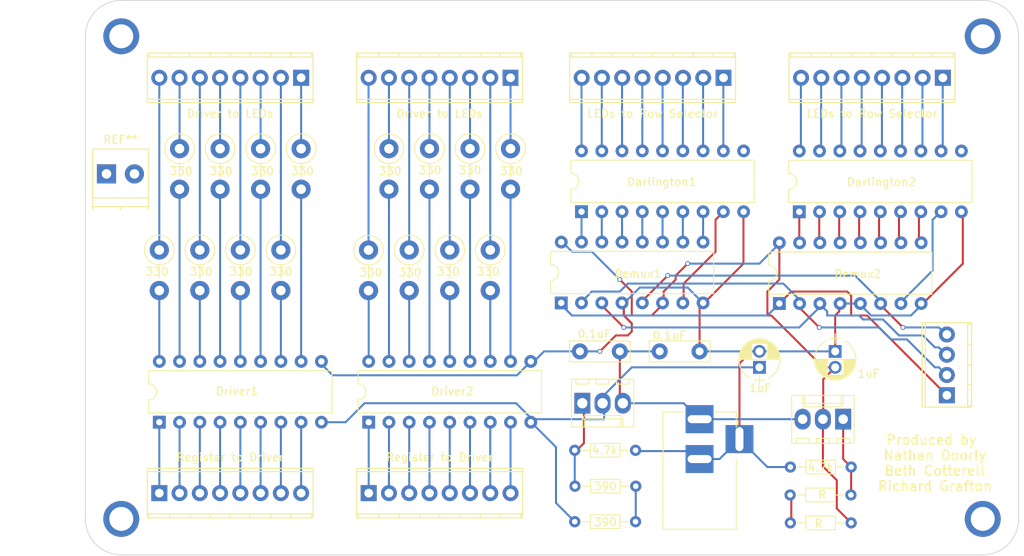
<source format=kicad_pcb>
(kicad_pcb (version 4) (host pcbnew 4.0.6)

  (general
    (links 123)
    (no_connects 0)
    (area 64.949999 52.949999 182.050001 122.550001)
    (thickness 1.6)
    (drawings 10)
    (tracks 306)
    (zones 0)
    (modules 47)
    (nets 95)
  )

  (page A4)
  (layers
    (0 F.Cu signal)
    (31 B.Cu signal)
    (32 B.Adhes user)
    (33 F.Adhes user)
    (34 B.Paste user)
    (35 F.Paste user)
    (36 B.SilkS user)
    (37 F.SilkS user)
    (38 B.Mask user)
    (39 F.Mask user)
    (40 Dwgs.User user)
    (41 Cmts.User user)
    (42 Eco1.User user)
    (43 Eco2.User user)
    (44 Edge.Cuts user)
    (45 Margin user)
    (46 B.CrtYd user)
    (47 F.CrtYd user)
    (48 B.Fab user)
    (49 F.Fab user)
  )

  (setup
    (last_trace_width 0.25)
    (trace_clearance 0.2)
    (zone_clearance 0.508)
    (zone_45_only no)
    (trace_min 0.2)
    (segment_width 0.2)
    (edge_width 0.1)
    (via_size 0.6)
    (via_drill 0.4)
    (via_min_size 0.4)
    (via_min_drill 0.3)
    (uvia_size 0.3)
    (uvia_drill 0.1)
    (uvias_allowed no)
    (uvia_min_size 0.2)
    (uvia_min_drill 0.1)
    (pcb_text_width 0.3)
    (pcb_text_size 1.5 1.5)
    (mod_edge_width 0.15)
    (mod_text_size 1 1)
    (mod_text_width 0.15)
    (pad_size 2 2.6)
    (pad_drill 1.3)
    (pad_to_mask_clearance 0)
    (aux_axis_origin 0 0)
    (visible_elements 7FFFFFFF)
    (pcbplotparams
      (layerselection 0x00030_80000001)
      (usegerberextensions false)
      (excludeedgelayer true)
      (linewidth 0.100000)
      (plotframeref false)
      (viasonmask false)
      (mode 1)
      (useauxorigin false)
      (hpglpennumber 1)
      (hpglpenspeed 20)
      (hpglpendiameter 15)
      (hpglpenoverlay 2)
      (psnegative false)
      (psa4output false)
      (plotreference true)
      (plotvalue true)
      (plotinvisibletext false)
      (padsonsilk false)
      (subtractmaskfromsilk false)
      (outputformat 1)
      (mirror false)
      (drillshape 1)
      (scaleselection 1)
      (outputdirectory ""))
  )

  (net 0 "")
  (net 1 "Net-(C1-Pad1)")
  (net 2 GND)
  (net 3 +9V)
  (net 4 +5V)
  (net 5 "Net-(Darlington1-Pad1)")
  (net 6 "Net-(Darlington1-Pad10)")
  (net 7 "Net-(Darlington1-Pad2)")
  (net 8 "Net-(Darlington1-Pad11)")
  (net 9 "Net-(Darlington1-Pad3)")
  (net 10 "Net-(Darlington1-Pad12)")
  (net 11 "Net-(Darlington1-Pad4)")
  (net 12 "Net-(Darlington1-Pad13)")
  (net 13 "Net-(Darlington1-Pad5)")
  (net 14 "Net-(Darlington1-Pad14)")
  (net 15 "Net-(Darlington1-Pad6)")
  (net 16 "Net-(Darlington1-Pad15)")
  (net 17 "Net-(Darlington1-Pad7)")
  (net 18 "Net-(Darlington1-Pad16)")
  (net 19 "Net-(Darlington1-Pad8)")
  (net 20 "Net-(Darlington1-Pad17)")
  (net 21 "Net-(Darlington1-Pad18)")
  (net 22 "Net-(Darlington2-Pad1)")
  (net 23 "Net-(Darlington2-Pad10)")
  (net 24 "Net-(Darlington2-Pad2)")
  (net 25 "Net-(Darlington2-Pad11)")
  (net 26 "Net-(Darlington2-Pad3)")
  (net 27 "Net-(Darlington2-Pad12)")
  (net 28 "Net-(Darlington2-Pad4)")
  (net 29 "Net-(Darlington2-Pad13)")
  (net 30 "Net-(Darlington2-Pad5)")
  (net 31 "Net-(Darlington2-Pad14)")
  (net 32 "Net-(Darlington2-Pad6)")
  (net 33 "Net-(Darlington2-Pad15)")
  (net 34 "Net-(Darlington2-Pad7)")
  (net 35 "Net-(Darlington2-Pad16)")
  (net 36 "Net-(Darlington2-Pad8)")
  (net 37 "Net-(Darlington2-Pad17)")
  (net 38 "Net-(Darlington2-Pad18)")
  (net 39 "Net-(Demux1-Pad1)")
  (net 40 "Net-(Demux1-Pad2)")
  (net 41 "Net-(Demux1-Pad3)")
  (net 42 "Net-(Demux1-Pad5)")
  (net 43 "Net-(Driver1-Pad1)")
  (net 44 "Net-(Driver1-Pad2)")
  (net 45 "Net-(Driver1-Pad11)")
  (net 46 "Net-(Driver1-Pad3)")
  (net 47 "Net-(Driver1-Pad12)")
  (net 48 "Net-(Driver1-Pad4)")
  (net 49 "Net-(Driver1-Pad13)")
  (net 50 "Net-(Driver1-Pad5)")
  (net 51 "Net-(Driver1-Pad14)")
  (net 52 "Net-(Driver1-Pad6)")
  (net 53 "Net-(Driver1-Pad15)")
  (net 54 "Net-(Driver1-Pad7)")
  (net 55 "Net-(Driver1-Pad16)")
  (net 56 "Net-(Driver1-Pad8)")
  (net 57 "Net-(Driver1-Pad17)")
  (net 58 "Net-(Driver1-Pad18)")
  (net 59 "Net-(Driver2-Pad1)")
  (net 60 "Net-(Driver2-Pad2)")
  (net 61 "Net-(Driver2-Pad11)")
  (net 62 "Net-(Driver2-Pad3)")
  (net 63 "Net-(Driver2-Pad12)")
  (net 64 "Net-(Driver2-Pad4)")
  (net 65 "Net-(Driver2-Pad13)")
  (net 66 "Net-(Driver2-Pad5)")
  (net 67 "Net-(Driver2-Pad14)")
  (net 68 "Net-(Driver2-Pad6)")
  (net 69 "Net-(Driver2-Pad15)")
  (net 70 "Net-(Driver2-Pad7)")
  (net 71 "Net-(Driver2-Pad16)")
  (net 72 "Net-(Driver2-Pad8)")
  (net 73 "Net-(Driver2-Pad17)")
  (net 74 "Net-(Driver2-Pad18)")
  (net 75 "Net-(J4-Pad4)")
  (net 76 "Net-(J4-Pad1)")
  (net 77 "Net-(J4-Pad2)")
  (net 78 "Net-(J4-Pad3)")
  (net 79 "Net-(J4-Pad5)")
  (net 80 "Net-(J4-Pad6)")
  (net 81 "Net-(J4-Pad7)")
  (net 82 "Net-(J4-Pad8)")
  (net 83 "Net-(J5-Pad4)")
  (net 84 "Net-(J5-Pad1)")
  (net 85 "Net-(J5-Pad2)")
  (net 86 "Net-(J5-Pad3)")
  (net 87 "Net-(J5-Pad5)")
  (net 88 "Net-(J5-Pad6)")
  (net 89 "Net-(J5-Pad7)")
  (net 90 "Net-(J5-Pad8)")
  (net 91 "Net-(R1-Pad1)")
  (net 92 "Net-(R19-Pad2)")
  (net 93 "Net-(R20-Pad1)")
  (net 94 "Net-(R21-Pad1)")

  (net_class Default "This is the default net class."
    (clearance 0.2)
    (trace_width 0.25)
    (via_dia 0.6)
    (via_drill 0.4)
    (uvia_dia 0.3)
    (uvia_drill 0.1)
    (add_net +5V)
    (add_net +9V)
    (add_net GND)
    (add_net "Net-(C1-Pad1)")
    (add_net "Net-(Darlington1-Pad1)")
    (add_net "Net-(Darlington1-Pad10)")
    (add_net "Net-(Darlington1-Pad11)")
    (add_net "Net-(Darlington1-Pad12)")
    (add_net "Net-(Darlington1-Pad13)")
    (add_net "Net-(Darlington1-Pad14)")
    (add_net "Net-(Darlington1-Pad15)")
    (add_net "Net-(Darlington1-Pad16)")
    (add_net "Net-(Darlington1-Pad17)")
    (add_net "Net-(Darlington1-Pad18)")
    (add_net "Net-(Darlington1-Pad2)")
    (add_net "Net-(Darlington1-Pad3)")
    (add_net "Net-(Darlington1-Pad4)")
    (add_net "Net-(Darlington1-Pad5)")
    (add_net "Net-(Darlington1-Pad6)")
    (add_net "Net-(Darlington1-Pad7)")
    (add_net "Net-(Darlington1-Pad8)")
    (add_net "Net-(Darlington2-Pad1)")
    (add_net "Net-(Darlington2-Pad10)")
    (add_net "Net-(Darlington2-Pad11)")
    (add_net "Net-(Darlington2-Pad12)")
    (add_net "Net-(Darlington2-Pad13)")
    (add_net "Net-(Darlington2-Pad14)")
    (add_net "Net-(Darlington2-Pad15)")
    (add_net "Net-(Darlington2-Pad16)")
    (add_net "Net-(Darlington2-Pad17)")
    (add_net "Net-(Darlington2-Pad18)")
    (add_net "Net-(Darlington2-Pad2)")
    (add_net "Net-(Darlington2-Pad3)")
    (add_net "Net-(Darlington2-Pad4)")
    (add_net "Net-(Darlington2-Pad5)")
    (add_net "Net-(Darlington2-Pad6)")
    (add_net "Net-(Darlington2-Pad7)")
    (add_net "Net-(Darlington2-Pad8)")
    (add_net "Net-(Demux1-Pad1)")
    (add_net "Net-(Demux1-Pad2)")
    (add_net "Net-(Demux1-Pad3)")
    (add_net "Net-(Demux1-Pad5)")
    (add_net "Net-(Driver1-Pad1)")
    (add_net "Net-(Driver1-Pad11)")
    (add_net "Net-(Driver1-Pad12)")
    (add_net "Net-(Driver1-Pad13)")
    (add_net "Net-(Driver1-Pad14)")
    (add_net "Net-(Driver1-Pad15)")
    (add_net "Net-(Driver1-Pad16)")
    (add_net "Net-(Driver1-Pad17)")
    (add_net "Net-(Driver1-Pad18)")
    (add_net "Net-(Driver1-Pad2)")
    (add_net "Net-(Driver1-Pad3)")
    (add_net "Net-(Driver1-Pad4)")
    (add_net "Net-(Driver1-Pad5)")
    (add_net "Net-(Driver1-Pad6)")
    (add_net "Net-(Driver1-Pad7)")
    (add_net "Net-(Driver1-Pad8)")
    (add_net "Net-(Driver2-Pad1)")
    (add_net "Net-(Driver2-Pad11)")
    (add_net "Net-(Driver2-Pad12)")
    (add_net "Net-(Driver2-Pad13)")
    (add_net "Net-(Driver2-Pad14)")
    (add_net "Net-(Driver2-Pad15)")
    (add_net "Net-(Driver2-Pad16)")
    (add_net "Net-(Driver2-Pad17)")
    (add_net "Net-(Driver2-Pad18)")
    (add_net "Net-(Driver2-Pad2)")
    (add_net "Net-(Driver2-Pad3)")
    (add_net "Net-(Driver2-Pad4)")
    (add_net "Net-(Driver2-Pad5)")
    (add_net "Net-(Driver2-Pad6)")
    (add_net "Net-(Driver2-Pad7)")
    (add_net "Net-(Driver2-Pad8)")
    (add_net "Net-(J4-Pad1)")
    (add_net "Net-(J4-Pad2)")
    (add_net "Net-(J4-Pad3)")
    (add_net "Net-(J4-Pad4)")
    (add_net "Net-(J4-Pad5)")
    (add_net "Net-(J4-Pad6)")
    (add_net "Net-(J4-Pad7)")
    (add_net "Net-(J4-Pad8)")
    (add_net "Net-(J5-Pad1)")
    (add_net "Net-(J5-Pad2)")
    (add_net "Net-(J5-Pad3)")
    (add_net "Net-(J5-Pad4)")
    (add_net "Net-(J5-Pad5)")
    (add_net "Net-(J5-Pad6)")
    (add_net "Net-(J5-Pad7)")
    (add_net "Net-(J5-Pad8)")
    (add_net "Net-(R1-Pad1)")
    (add_net "Net-(R19-Pad2)")
    (add_net "Net-(R20-Pad1)")
    (add_net "Net-(R21-Pad1)")
  )

  (module Housings_DIP:DIP-16_W7.62mm (layer F.Cu) (tedit 59D39AFA) (tstamp 59CE28C0)
    (at 152 91 90)
    (descr "16-lead though-hole mounted DIP package, row spacing 7.62 mm (300 mils)")
    (tags "THT DIP DIL PDIP 2.54mm 7.62mm 300mil")
    (path /5979C933)
    (fp_text reference Demux2 (at 3.71 9.84 180) (layer F.SilkS)
      (effects (font (size 1 1) (thickness 0.15)))
    )
    (fp_text value DIL16 (at 3.81 20.11 90) (layer F.Fab)
      (effects (font (size 1 1) (thickness 0.15)))
    )
    (fp_arc (start 3.81 -1.33) (end 2.81 -1.33) (angle -180) (layer F.SilkS) (width 0.12))
    (fp_line (start 1.635 -1.27) (end 6.985 -1.27) (layer F.Fab) (width 0.1))
    (fp_line (start 6.985 -1.27) (end 6.985 19.05) (layer F.Fab) (width 0.1))
    (fp_line (start 6.985 19.05) (end 0.635 19.05) (layer F.Fab) (width 0.1))
    (fp_line (start 0.635 19.05) (end 0.635 -0.27) (layer F.Fab) (width 0.1))
    (fp_line (start 0.635 -0.27) (end 1.635 -1.27) (layer F.Fab) (width 0.1))
    (fp_line (start 2.81 -1.33) (end 1.16 -1.33) (layer F.SilkS) (width 0.12))
    (fp_line (start 1.16 -1.33) (end 1.16 19.11) (layer F.SilkS) (width 0.12))
    (fp_line (start 1.16 19.11) (end 6.46 19.11) (layer F.SilkS) (width 0.12))
    (fp_line (start 6.46 19.11) (end 6.46 -1.33) (layer F.SilkS) (width 0.12))
    (fp_line (start 6.46 -1.33) (end 4.81 -1.33) (layer F.SilkS) (width 0.12))
    (fp_line (start -1.1 -1.55) (end -1.1 19.3) (layer F.CrtYd) (width 0.05))
    (fp_line (start -1.1 19.3) (end 8.7 19.3) (layer F.CrtYd) (width 0.05))
    (fp_line (start 8.7 19.3) (end 8.7 -1.55) (layer F.CrtYd) (width 0.05))
    (fp_line (start 8.7 -1.55) (end -1.1 -1.55) (layer F.CrtYd) (width 0.05))
    (fp_text user %R (at 3.71 -2.66 90) (layer F.Fab)
      (effects (font (size 1 1) (thickness 0.15)))
    )
    (pad 1 thru_hole rect (at 0 0 90) (size 1.6 1.6) (drill 0.8) (layers *.Cu *.Mask)
      (net 39 "Net-(Demux1-Pad1)"))
    (pad 9 thru_hole oval (at 7.62 17.78 90) (size 1.6 1.6) (drill 0.8) (layers *.Cu *.Mask)
      (net 34 "Net-(Darlington2-Pad7)"))
    (pad 2 thru_hole oval (at 0 2.54 90) (size 1.6 1.6) (drill 0.8) (layers *.Cu *.Mask)
      (net 40 "Net-(Demux1-Pad2)"))
    (pad 10 thru_hole oval (at 7.62 15.24 90) (size 1.6 1.6) (drill 0.8) (layers *.Cu *.Mask)
      (net 32 "Net-(Darlington2-Pad6)"))
    (pad 3 thru_hole oval (at 0 5.08 90) (size 1.6 1.6) (drill 0.8) (layers *.Cu *.Mask)
      (net 41 "Net-(Demux1-Pad3)"))
    (pad 11 thru_hole oval (at 7.62 12.7 90) (size 1.6 1.6) (drill 0.8) (layers *.Cu *.Mask)
      (net 30 "Net-(Darlington2-Pad5)"))
    (pad 4 thru_hole oval (at 0 7.62 90) (size 1.6 1.6) (drill 0.8) (layers *.Cu *.Mask)
      (net 2 GND))
    (pad 12 thru_hole oval (at 7.62 10.16 90) (size 1.6 1.6) (drill 0.8) (layers *.Cu *.Mask)
      (net 28 "Net-(Darlington2-Pad4)"))
    (pad 5 thru_hole oval (at 0 10.16 90) (size 1.6 1.6) (drill 0.8) (layers *.Cu *.Mask)
      (net 2 GND))
    (pad 13 thru_hole oval (at 7.62 7.62 90) (size 1.6 1.6) (drill 0.8) (layers *.Cu *.Mask)
      (net 26 "Net-(Darlington2-Pad3)"))
    (pad 6 thru_hole oval (at 0 12.7 90) (size 1.6 1.6) (drill 0.8) (layers *.Cu *.Mask)
      (net 42 "Net-(Demux1-Pad5)"))
    (pad 14 thru_hole oval (at 7.62 5.08 90) (size 1.6 1.6) (drill 0.8) (layers *.Cu *.Mask)
      (net 24 "Net-(Darlington2-Pad2)"))
    (pad 7 thru_hole oval (at 0 15.24 90) (size 1.6 1.6) (drill 0.8) (layers *.Cu *.Mask)
      (net 36 "Net-(Darlington2-Pad8)"))
    (pad 15 thru_hole oval (at 7.62 2.54 90) (size 1.6 1.6) (drill 0.8) (layers *.Cu *.Mask)
      (net 22 "Net-(Darlington2-Pad1)"))
    (pad 8 thru_hole oval (at 0 17.78 90) (size 1.6 1.6) (drill 0.8) (layers *.Cu *.Mask)
      (net 2 GND))
    (pad 16 thru_hole oval (at 7.62 0 90) (size 1.6 1.6) (drill 0.8) (layers *.Cu *.Mask)
      (net 4 +5V))
    (model ${KISYS3DMOD}/Housings_DIP.3dshapes/DIP-16_W7.62mm.wrl
      (at (xyz 0 0 0))
      (scale (xyz 1 1 1))
      (rotate (xyz 0 0 0))
    )
  )

  (module Resistors_THT:R_Axial_DIN0411_L9.9mm_D3.6mm_P5.08mm_Vertical (layer F.Cu) (tedit 59D622E0) (tstamp 59CE2A60)
    (at 105.6 84.29 270)
    (descr "Resistor, Axial_DIN0411 series, Axial, Vertical, pin pitch=5.08mm, 1W = 1/1W, length*diameter=9.9*3.6mm^2")
    (tags "Resistor Axial_DIN0411 series Axial Vertical pin pitch 5.08mm 1W = 1/1W length 9.9mm diameter 3.6mm")
    (path /5979D013)
    (fp_text reference 330 (at 2.81 -0.1 360) (layer F.SilkS)
      (effects (font (size 1 1) (thickness 0.15)))
    )
    (fp_text value R (at 7.71 1.1 360) (layer F.Fab)
      (effects (font (size 1 1) (thickness 0.15)))
    )
    (fp_circle (center 0 0) (end 1.8 0) (layer F.Fab) (width 0.1))
    (fp_circle (center 0 0) (end 1.86 0) (layer F.SilkS) (width 0.12))
    (fp_line (start 0 0) (end 5.08 0) (layer F.Fab) (width 0.1))
    (fp_line (start 1.86 0) (end 3.58 0) (layer F.SilkS) (width 0.12))
    (fp_line (start -2.15 -2.15) (end -2.15 2.15) (layer F.CrtYd) (width 0.05))
    (fp_line (start -2.15 2.15) (end 6.6 2.15) (layer F.CrtYd) (width 0.05))
    (fp_line (start 6.6 2.15) (end 6.6 -2.15) (layer F.CrtYd) (width 0.05))
    (fp_line (start 6.6 -2.15) (end -2.15 -2.15) (layer F.CrtYd) (width 0.05))
    (pad 1 thru_hole circle (at 0 0 270) (size 2.4 2.4) (drill 1.2) (layers *.Cu *.Mask)
      (net 80 "Net-(J4-Pad6)"))
    (pad 2 thru_hole oval (at 5.08 0 270) (size 2.4 2.4) (drill 1.2) (layers *.Cu *.Mask)
      (net 71 "Net-(Driver2-Pad16)"))
    (model ${KISYS3DMOD}/Resistors_THT.3dshapes/R_Axial_DIN0411_L9.9mm_D3.6mm_P5.08mm_Vertical.wrl
      (at (xyz 0 0 0))
      (scale (xyz 0.393701 0.393701 0.393701))
      (rotate (xyz 0 0 0))
    )
  )

  (module Housings_DIP:DIP-18_W7.62mm (layer F.Cu) (tedit 59D39AAC) (tstamp 59CE2852)
    (at 127.2 79.49 90)
    (descr "18-lead though-hole mounted DIP package, row spacing 7.62 mm (300 mils)")
    (tags "THT DIP DIL PDIP 2.54mm 7.62mm 300mil")
    (path /5979CA84)
    (fp_text reference Darlington1 (at 3.74 10.05 360) (layer F.SilkS)
      (effects (font (size 1 1) (thickness 0.15)))
    )
    (fp_text value DIL18 (at 3.81 22.65 90) (layer F.Fab)
      (effects (font (size 1 1) (thickness 0.15)))
    )
    (fp_arc (start 3.81 -1.33) (end 2.81 -1.33) (angle -180) (layer F.SilkS) (width 0.12))
    (fp_line (start 1.635 -1.27) (end 6.985 -1.27) (layer F.Fab) (width 0.1))
    (fp_line (start 6.985 -1.27) (end 6.985 21.59) (layer F.Fab) (width 0.1))
    (fp_line (start 6.985 21.59) (end 0.635 21.59) (layer F.Fab) (width 0.1))
    (fp_line (start 0.635 21.59) (end 0.635 -0.27) (layer F.Fab) (width 0.1))
    (fp_line (start 0.635 -0.27) (end 1.635 -1.27) (layer F.Fab) (width 0.1))
    (fp_line (start 2.81 -1.33) (end 1.16 -1.33) (layer F.SilkS) (width 0.12))
    (fp_line (start 1.16 -1.33) (end 1.16 21.65) (layer F.SilkS) (width 0.12))
    (fp_line (start 1.16 21.65) (end 6.46 21.65) (layer F.SilkS) (width 0.12))
    (fp_line (start 6.46 21.65) (end 6.46 -1.33) (layer F.SilkS) (width 0.12))
    (fp_line (start 6.46 -1.33) (end 4.81 -1.33) (layer F.SilkS) (width 0.12))
    (fp_line (start -1.1 -1.55) (end -1.1 21.85) (layer F.CrtYd) (width 0.05))
    (fp_line (start -1.1 21.85) (end 8.7 21.85) (layer F.CrtYd) (width 0.05))
    (fp_line (start 8.7 21.85) (end 8.7 -1.55) (layer F.CrtYd) (width 0.05))
    (fp_line (start 8.7 -1.55) (end -1.1 -1.55) (layer F.CrtYd) (width 0.05))
    (fp_text user %R (at 3.74 -2.95 90) (layer F.Fab)
      (effects (font (size 1 1) (thickness 0.15)))
    )
    (pad 1 thru_hole rect (at 0 0 90) (size 1.6 1.6) (drill 0.8) (layers *.Cu *.Mask)
      (net 5 "Net-(Darlington1-Pad1)"))
    (pad 10 thru_hole oval (at 7.62 20.32 90) (size 1.6 1.6) (drill 0.8) (layers *.Cu *.Mask)
      (net 6 "Net-(Darlington1-Pad10)"))
    (pad 2 thru_hole oval (at 0 2.54 90) (size 1.6 1.6) (drill 0.8) (layers *.Cu *.Mask)
      (net 7 "Net-(Darlington1-Pad2)"))
    (pad 11 thru_hole oval (at 7.62 17.78 90) (size 1.6 1.6) (drill 0.8) (layers *.Cu *.Mask)
      (net 8 "Net-(Darlington1-Pad11)"))
    (pad 3 thru_hole oval (at 0 5.08 90) (size 1.6 1.6) (drill 0.8) (layers *.Cu *.Mask)
      (net 9 "Net-(Darlington1-Pad3)"))
    (pad 12 thru_hole oval (at 7.62 15.24 90) (size 1.6 1.6) (drill 0.8) (layers *.Cu *.Mask)
      (net 10 "Net-(Darlington1-Pad12)"))
    (pad 4 thru_hole oval (at 0 7.62 90) (size 1.6 1.6) (drill 0.8) (layers *.Cu *.Mask)
      (net 11 "Net-(Darlington1-Pad4)"))
    (pad 13 thru_hole oval (at 7.62 12.7 90) (size 1.6 1.6) (drill 0.8) (layers *.Cu *.Mask)
      (net 12 "Net-(Darlington1-Pad13)"))
    (pad 5 thru_hole oval (at 0 10.16 90) (size 1.6 1.6) (drill 0.8) (layers *.Cu *.Mask)
      (net 13 "Net-(Darlington1-Pad5)"))
    (pad 14 thru_hole oval (at 7.62 10.16 90) (size 1.6 1.6) (drill 0.8) (layers *.Cu *.Mask)
      (net 14 "Net-(Darlington1-Pad14)"))
    (pad 6 thru_hole oval (at 0 12.7 90) (size 1.6 1.6) (drill 0.8) (layers *.Cu *.Mask)
      (net 15 "Net-(Darlington1-Pad6)"))
    (pad 15 thru_hole oval (at 7.62 7.62 90) (size 1.6 1.6) (drill 0.8) (layers *.Cu *.Mask)
      (net 16 "Net-(Darlington1-Pad15)"))
    (pad 7 thru_hole oval (at 0 15.24 90) (size 1.6 1.6) (drill 0.8) (layers *.Cu *.Mask)
      (net 17 "Net-(Darlington1-Pad7)"))
    (pad 16 thru_hole oval (at 7.62 5.08 90) (size 1.6 1.6) (drill 0.8) (layers *.Cu *.Mask)
      (net 18 "Net-(Darlington1-Pad16)"))
    (pad 8 thru_hole oval (at 0 17.78 90) (size 1.6 1.6) (drill 0.8) (layers *.Cu *.Mask)
      (net 19 "Net-(Darlington1-Pad8)"))
    (pad 17 thru_hole oval (at 7.62 2.54 90) (size 1.6 1.6) (drill 0.8) (layers *.Cu *.Mask)
      (net 20 "Net-(Darlington1-Pad17)"))
    (pad 9 thru_hole oval (at 0 20.32 90) (size 1.6 1.6) (drill 0.8) (layers *.Cu *.Mask)
      (net 2 GND))
    (pad 18 thru_hole oval (at 7.62 0 90) (size 1.6 1.6) (drill 0.8) (layers *.Cu *.Mask)
      (net 21 "Net-(Darlington1-Pad18)"))
    (model ${KISYS3DMOD}/Housings_DIP.3dshapes/DIP-18_W7.62mm.wrl
      (at (xyz 0 0 0))
      (scale (xyz 1 1 1))
      (rotate (xyz 0 0 0))
    )
  )

  (module Housings_DIP:DIP-18_W7.62mm (layer F.Cu) (tedit 59D39AEB) (tstamp 59CE2878)
    (at 154.5 79.5 90)
    (descr "18-lead though-hole mounted DIP package, row spacing 7.62 mm (300 mils)")
    (tags "THT DIP DIL PDIP 2.54mm 7.62mm 300mil")
    (path /5979CA2F)
    (fp_text reference Darlington2 (at 3.74 10.3 360) (layer F.SilkS)
      (effects (font (size 1 1) (thickness 0.15)))
    )
    (fp_text value DIL18 (at 3.81 22.65 90) (layer F.Fab)
      (effects (font (size 1 1) (thickness 0.15)))
    )
    (fp_arc (start 3.81 -1.33) (end 2.81 -1.33) (angle -180) (layer F.SilkS) (width 0.12))
    (fp_line (start 1.635 -1.27) (end 6.985 -1.27) (layer F.Fab) (width 0.1))
    (fp_line (start 6.985 -1.27) (end 6.985 21.59) (layer F.Fab) (width 0.1))
    (fp_line (start 6.985 21.59) (end 0.635 21.59) (layer F.Fab) (width 0.1))
    (fp_line (start 0.635 21.59) (end 0.635 -0.27) (layer F.Fab) (width 0.1))
    (fp_line (start 0.635 -0.27) (end 1.635 -1.27) (layer F.Fab) (width 0.1))
    (fp_line (start 2.81 -1.33) (end 1.16 -1.33) (layer F.SilkS) (width 0.12))
    (fp_line (start 1.16 -1.33) (end 1.16 21.65) (layer F.SilkS) (width 0.12))
    (fp_line (start 1.16 21.65) (end 6.46 21.65) (layer F.SilkS) (width 0.12))
    (fp_line (start 6.46 21.65) (end 6.46 -1.33) (layer F.SilkS) (width 0.12))
    (fp_line (start 6.46 -1.33) (end 4.81 -1.33) (layer F.SilkS) (width 0.12))
    (fp_line (start -1.1 -1.55) (end -1.1 21.85) (layer F.CrtYd) (width 0.05))
    (fp_line (start -1.1 21.85) (end 8.7 21.85) (layer F.CrtYd) (width 0.05))
    (fp_line (start 8.7 21.85) (end 8.7 -1.55) (layer F.CrtYd) (width 0.05))
    (fp_line (start 8.7 -1.55) (end -1.1 -1.55) (layer F.CrtYd) (width 0.05))
    (fp_text user %R (at 3.74 -2.7 90) (layer F.Fab)
      (effects (font (size 1 1) (thickness 0.15)))
    )
    (pad 1 thru_hole rect (at 0 0 90) (size 1.6 1.6) (drill 0.8) (layers *.Cu *.Mask)
      (net 22 "Net-(Darlington2-Pad1)"))
    (pad 10 thru_hole oval (at 7.62 20.32 90) (size 1.6 1.6) (drill 0.8) (layers *.Cu *.Mask)
      (net 23 "Net-(Darlington2-Pad10)"))
    (pad 2 thru_hole oval (at 0 2.54 90) (size 1.6 1.6) (drill 0.8) (layers *.Cu *.Mask)
      (net 24 "Net-(Darlington2-Pad2)"))
    (pad 11 thru_hole oval (at 7.62 17.78 90) (size 1.6 1.6) (drill 0.8) (layers *.Cu *.Mask)
      (net 25 "Net-(Darlington2-Pad11)"))
    (pad 3 thru_hole oval (at 0 5.08 90) (size 1.6 1.6) (drill 0.8) (layers *.Cu *.Mask)
      (net 26 "Net-(Darlington2-Pad3)"))
    (pad 12 thru_hole oval (at 7.62 15.24 90) (size 1.6 1.6) (drill 0.8) (layers *.Cu *.Mask)
      (net 27 "Net-(Darlington2-Pad12)"))
    (pad 4 thru_hole oval (at 0 7.62 90) (size 1.6 1.6) (drill 0.8) (layers *.Cu *.Mask)
      (net 28 "Net-(Darlington2-Pad4)"))
    (pad 13 thru_hole oval (at 7.62 12.7 90) (size 1.6 1.6) (drill 0.8) (layers *.Cu *.Mask)
      (net 29 "Net-(Darlington2-Pad13)"))
    (pad 5 thru_hole oval (at 0 10.16 90) (size 1.6 1.6) (drill 0.8) (layers *.Cu *.Mask)
      (net 30 "Net-(Darlington2-Pad5)"))
    (pad 14 thru_hole oval (at 7.62 10.16 90) (size 1.6 1.6) (drill 0.8) (layers *.Cu *.Mask)
      (net 31 "Net-(Darlington2-Pad14)"))
    (pad 6 thru_hole oval (at 0 12.7 90) (size 1.6 1.6) (drill 0.8) (layers *.Cu *.Mask)
      (net 32 "Net-(Darlington2-Pad6)"))
    (pad 15 thru_hole oval (at 7.62 7.62 90) (size 1.6 1.6) (drill 0.8) (layers *.Cu *.Mask)
      (net 33 "Net-(Darlington2-Pad15)"))
    (pad 7 thru_hole oval (at 0 15.24 90) (size 1.6 1.6) (drill 0.8) (layers *.Cu *.Mask)
      (net 34 "Net-(Darlington2-Pad7)"))
    (pad 16 thru_hole oval (at 7.62 5.08 90) (size 1.6 1.6) (drill 0.8) (layers *.Cu *.Mask)
      (net 35 "Net-(Darlington2-Pad16)"))
    (pad 8 thru_hole oval (at 0 17.78 90) (size 1.6 1.6) (drill 0.8) (layers *.Cu *.Mask)
      (net 36 "Net-(Darlington2-Pad8)"))
    (pad 17 thru_hole oval (at 7.62 2.54 90) (size 1.6 1.6) (drill 0.8) (layers *.Cu *.Mask)
      (net 37 "Net-(Darlington2-Pad17)"))
    (pad 9 thru_hole oval (at 0 20.32 90) (size 1.6 1.6) (drill 0.8) (layers *.Cu *.Mask)
      (net 2 GND))
    (pad 18 thru_hole oval (at 7.62 0 90) (size 1.6 1.6) (drill 0.8) (layers *.Cu *.Mask)
      (net 38 "Net-(Darlington2-Pad18)"))
    (model ${KISYS3DMOD}/Housings_DIP.3dshapes/DIP-18_W7.62mm.wrl
      (at (xyz 0 0 0))
      (scale (xyz 1 1 1))
      (rotate (xyz 0 0 0))
    )
  )

  (module Housings_DIP:DIP-16_W7.62mm (layer F.Cu) (tedit 59D39ACC) (tstamp 59CE289C)
    (at 124.66 90.92 90)
    (descr "16-lead though-hole mounted DIP package, row spacing 7.62 mm (300 mils)")
    (tags "THT DIP DIL PDIP 2.54mm 7.62mm 300mil")
    (path /5979C9C1)
    (fp_text reference Demux1 (at 3.67 9.59 180) (layer F.SilkS)
      (effects (font (size 1 1) (thickness 0.15)))
    )
    (fp_text value DIL16 (at 3.81 20.11 90) (layer F.Fab)
      (effects (font (size 1 1) (thickness 0.15)))
    )
    (fp_arc (start 3.81 -1.33) (end 2.81 -1.33) (angle -180) (layer F.SilkS) (width 0.12))
    (fp_line (start 1.635 -1.27) (end 6.985 -1.27) (layer F.Fab) (width 0.1))
    (fp_line (start 6.985 -1.27) (end 6.985 19.05) (layer F.Fab) (width 0.1))
    (fp_line (start 6.985 19.05) (end 0.635 19.05) (layer F.Fab) (width 0.1))
    (fp_line (start 0.635 19.05) (end 0.635 -0.27) (layer F.Fab) (width 0.1))
    (fp_line (start 0.635 -0.27) (end 1.635 -1.27) (layer F.Fab) (width 0.1))
    (fp_line (start 2.81 -1.33) (end 1.16 -1.33) (layer F.SilkS) (width 0.12))
    (fp_line (start 1.16 -1.33) (end 1.16 19.11) (layer F.SilkS) (width 0.12))
    (fp_line (start 1.16 19.11) (end 6.46 19.11) (layer F.SilkS) (width 0.12))
    (fp_line (start 6.46 19.11) (end 6.46 -1.33) (layer F.SilkS) (width 0.12))
    (fp_line (start 6.46 -1.33) (end 4.81 -1.33) (layer F.SilkS) (width 0.12))
    (fp_line (start -1.1 -1.55) (end -1.1 19.3) (layer F.CrtYd) (width 0.05))
    (fp_line (start -1.1 19.3) (end 8.7 19.3) (layer F.CrtYd) (width 0.05))
    (fp_line (start 8.7 19.3) (end 8.7 -1.55) (layer F.CrtYd) (width 0.05))
    (fp_line (start 8.7 -1.55) (end -1.1 -1.55) (layer F.CrtYd) (width 0.05))
    (fp_text user %R (at 3.67 -2.41 90) (layer F.Fab)
      (effects (font (size 1 1) (thickness 0.15)))
    )
    (pad 1 thru_hole rect (at 0 0 90) (size 1.6 1.6) (drill 0.8) (layers *.Cu *.Mask)
      (net 39 "Net-(Demux1-Pad1)"))
    (pad 9 thru_hole oval (at 7.62 17.78 90) (size 1.6 1.6) (drill 0.8) (layers *.Cu *.Mask)
      (net 17 "Net-(Darlington1-Pad7)"))
    (pad 2 thru_hole oval (at 0 2.54 90) (size 1.6 1.6) (drill 0.8) (layers *.Cu *.Mask)
      (net 40 "Net-(Demux1-Pad2)"))
    (pad 10 thru_hole oval (at 7.62 15.24 90) (size 1.6 1.6) (drill 0.8) (layers *.Cu *.Mask)
      (net 15 "Net-(Darlington1-Pad6)"))
    (pad 3 thru_hole oval (at 0 5.08 90) (size 1.6 1.6) (drill 0.8) (layers *.Cu *.Mask)
      (net 41 "Net-(Demux1-Pad3)"))
    (pad 11 thru_hole oval (at 7.62 12.7 90) (size 1.6 1.6) (drill 0.8) (layers *.Cu *.Mask)
      (net 13 "Net-(Darlington1-Pad5)"))
    (pad 4 thru_hole oval (at 0 7.62 90) (size 1.6 1.6) (drill 0.8) (layers *.Cu *.Mask)
      (net 2 GND))
    (pad 12 thru_hole oval (at 7.62 10.16 90) (size 1.6 1.6) (drill 0.8) (layers *.Cu *.Mask)
      (net 11 "Net-(Darlington1-Pad4)"))
    (pad 5 thru_hole oval (at 0 10.16 90) (size 1.6 1.6) (drill 0.8) (layers *.Cu *.Mask)
      (net 42 "Net-(Demux1-Pad5)"))
    (pad 13 thru_hole oval (at 7.62 7.62 90) (size 1.6 1.6) (drill 0.8) (layers *.Cu *.Mask)
      (net 9 "Net-(Darlington1-Pad3)"))
    (pad 6 thru_hole oval (at 0 12.7 90) (size 1.6 1.6) (drill 0.8) (layers *.Cu *.Mask)
      (net 4 +5V))
    (pad 14 thru_hole oval (at 7.62 5.08 90) (size 1.6 1.6) (drill 0.8) (layers *.Cu *.Mask)
      (net 7 "Net-(Darlington1-Pad2)"))
    (pad 7 thru_hole oval (at 0 15.24 90) (size 1.6 1.6) (drill 0.8) (layers *.Cu *.Mask)
      (net 19 "Net-(Darlington1-Pad8)"))
    (pad 15 thru_hole oval (at 7.62 2.54 90) (size 1.6 1.6) (drill 0.8) (layers *.Cu *.Mask)
      (net 5 "Net-(Darlington1-Pad1)"))
    (pad 8 thru_hole oval (at 0 17.78 90) (size 1.6 1.6) (drill 0.8) (layers *.Cu *.Mask)
      (net 2 GND))
    (pad 16 thru_hole oval (at 7.62 0 90) (size 1.6 1.6) (drill 0.8) (layers *.Cu *.Mask)
      (net 4 +5V))
    (model ${KISYS3DMOD}/Housings_DIP.3dshapes/DIP-16_W7.62mm.wrl
      (at (xyz 0 0 0))
      (scale (xyz 1 1 1))
      (rotate (xyz 0 0 0))
    )
  )

  (module Housings_DIP:DIP-18_W7.62mm (layer F.Cu) (tedit 59D39B1C) (tstamp 59CE28E6)
    (at 74.27 105.88 90)
    (descr "18-lead though-hole mounted DIP package, row spacing 7.62 mm (300 mils)")
    (tags "THT DIP DIL PDIP 2.54mm 7.62mm 300mil")
    (path /5979CB08)
    (fp_text reference Driver1 (at 3.88 9.73 180) (layer F.SilkS)
      (effects (font (size 1 1) (thickness 0.15)))
    )
    (fp_text value DIL18 (at 3.81 22.65 90) (layer F.Fab)
      (effects (font (size 1 1) (thickness 0.15)))
    )
    (fp_arc (start 3.81 -1.33) (end 2.81 -1.33) (angle -180) (layer F.SilkS) (width 0.12))
    (fp_line (start 1.635 -1.27) (end 6.985 -1.27) (layer F.Fab) (width 0.1))
    (fp_line (start 6.985 -1.27) (end 6.985 21.59) (layer F.Fab) (width 0.1))
    (fp_line (start 6.985 21.59) (end 0.635 21.59) (layer F.Fab) (width 0.1))
    (fp_line (start 0.635 21.59) (end 0.635 -0.27) (layer F.Fab) (width 0.1))
    (fp_line (start 0.635 -0.27) (end 1.635 -1.27) (layer F.Fab) (width 0.1))
    (fp_line (start 2.81 -1.33) (end 1.16 -1.33) (layer F.SilkS) (width 0.12))
    (fp_line (start 1.16 -1.33) (end 1.16 21.65) (layer F.SilkS) (width 0.12))
    (fp_line (start 1.16 21.65) (end 6.46 21.65) (layer F.SilkS) (width 0.12))
    (fp_line (start 6.46 21.65) (end 6.46 -1.33) (layer F.SilkS) (width 0.12))
    (fp_line (start 6.46 -1.33) (end 4.81 -1.33) (layer F.SilkS) (width 0.12))
    (fp_line (start -1.1 -1.55) (end -1.1 21.85) (layer F.CrtYd) (width 0.05))
    (fp_line (start -1.1 21.85) (end 8.7 21.85) (layer F.CrtYd) (width 0.05))
    (fp_line (start 8.7 21.85) (end 8.7 -1.55) (layer F.CrtYd) (width 0.05))
    (fp_line (start 8.7 -1.55) (end -1.1 -1.55) (layer F.CrtYd) (width 0.05))
    (fp_text user %R (at 3.88 -2.27 90) (layer F.Fab)
      (effects (font (size 1 1) (thickness 0.15)))
    )
    (pad 1 thru_hole rect (at 0 0 90) (size 1.6 1.6) (drill 0.8) (layers *.Cu *.Mask)
      (net 43 "Net-(Driver1-Pad1)"))
    (pad 10 thru_hole oval (at 7.62 20.32 90) (size 1.6 1.6) (drill 0.8) (layers *.Cu *.Mask)
      (net 2 GND))
    (pad 2 thru_hole oval (at 0 2.54 90) (size 1.6 1.6) (drill 0.8) (layers *.Cu *.Mask)
      (net 44 "Net-(Driver1-Pad2)"))
    (pad 11 thru_hole oval (at 7.62 17.78 90) (size 1.6 1.6) (drill 0.8) (layers *.Cu *.Mask)
      (net 45 "Net-(Driver1-Pad11)"))
    (pad 3 thru_hole oval (at 0 5.08 90) (size 1.6 1.6) (drill 0.8) (layers *.Cu *.Mask)
      (net 46 "Net-(Driver1-Pad3)"))
    (pad 12 thru_hole oval (at 7.62 15.24 90) (size 1.6 1.6) (drill 0.8) (layers *.Cu *.Mask)
      (net 47 "Net-(Driver1-Pad12)"))
    (pad 4 thru_hole oval (at 0 7.62 90) (size 1.6 1.6) (drill 0.8) (layers *.Cu *.Mask)
      (net 48 "Net-(Driver1-Pad4)"))
    (pad 13 thru_hole oval (at 7.62 12.7 90) (size 1.6 1.6) (drill 0.8) (layers *.Cu *.Mask)
      (net 49 "Net-(Driver1-Pad13)"))
    (pad 5 thru_hole oval (at 0 10.16 90) (size 1.6 1.6) (drill 0.8) (layers *.Cu *.Mask)
      (net 50 "Net-(Driver1-Pad5)"))
    (pad 14 thru_hole oval (at 7.62 10.16 90) (size 1.6 1.6) (drill 0.8) (layers *.Cu *.Mask)
      (net 51 "Net-(Driver1-Pad14)"))
    (pad 6 thru_hole oval (at 0 12.7 90) (size 1.6 1.6) (drill 0.8) (layers *.Cu *.Mask)
      (net 52 "Net-(Driver1-Pad6)"))
    (pad 15 thru_hole oval (at 7.62 7.62 90) (size 1.6 1.6) (drill 0.8) (layers *.Cu *.Mask)
      (net 53 "Net-(Driver1-Pad15)"))
    (pad 7 thru_hole oval (at 0 15.24 90) (size 1.6 1.6) (drill 0.8) (layers *.Cu *.Mask)
      (net 54 "Net-(Driver1-Pad7)"))
    (pad 16 thru_hole oval (at 7.62 5.08 90) (size 1.6 1.6) (drill 0.8) (layers *.Cu *.Mask)
      (net 55 "Net-(Driver1-Pad16)"))
    (pad 8 thru_hole oval (at 0 17.78 90) (size 1.6 1.6) (drill 0.8) (layers *.Cu *.Mask)
      (net 56 "Net-(Driver1-Pad8)"))
    (pad 17 thru_hole oval (at 7.62 2.54 90) (size 1.6 1.6) (drill 0.8) (layers *.Cu *.Mask)
      (net 57 "Net-(Driver1-Pad17)"))
    (pad 9 thru_hole oval (at 0 20.32 90) (size 1.6 1.6) (drill 0.8) (layers *.Cu *.Mask)
      (net 3 +9V))
    (pad 18 thru_hole oval (at 7.62 0 90) (size 1.6 1.6) (drill 0.8) (layers *.Cu *.Mask)
      (net 58 "Net-(Driver1-Pad18)"))
    (model ${KISYS3DMOD}/Housings_DIP.3dshapes/DIP-18_W7.62mm.wrl
      (at (xyz 0 0 0))
      (scale (xyz 1 1 1))
      (rotate (xyz 0 0 0))
    )
  )

  (module Housings_DIP:DIP-18_W7.62mm (layer F.Cu) (tedit 59D39B2C) (tstamp 59CE290C)
    (at 100.52 105.88 90)
    (descr "18-lead though-hole mounted DIP package, row spacing 7.62 mm (300 mils)")
    (tags "THT DIP DIL PDIP 2.54mm 7.62mm 300mil")
    (path /5979CABF)
    (fp_text reference Driver2 (at 3.88 10.48 180) (layer F.SilkS)
      (effects (font (size 1 1) (thickness 0.15)))
    )
    (fp_text value DIL18 (at 3.81 22.65 90) (layer F.Fab)
      (effects (font (size 1 1) (thickness 0.15)))
    )
    (fp_arc (start 3.81 -1.33) (end 2.81 -1.33) (angle -180) (layer F.SilkS) (width 0.12))
    (fp_line (start 1.635 -1.27) (end 6.985 -1.27) (layer F.Fab) (width 0.1))
    (fp_line (start 6.985 -1.27) (end 6.985 21.59) (layer F.Fab) (width 0.1))
    (fp_line (start 6.985 21.59) (end 0.635 21.59) (layer F.Fab) (width 0.1))
    (fp_line (start 0.635 21.59) (end 0.635 -0.27) (layer F.Fab) (width 0.1))
    (fp_line (start 0.635 -0.27) (end 1.635 -1.27) (layer F.Fab) (width 0.1))
    (fp_line (start 2.81 -1.33) (end 1.16 -1.33) (layer F.SilkS) (width 0.12))
    (fp_line (start 1.16 -1.33) (end 1.16 21.65) (layer F.SilkS) (width 0.12))
    (fp_line (start 1.16 21.65) (end 6.46 21.65) (layer F.SilkS) (width 0.12))
    (fp_line (start 6.46 21.65) (end 6.46 -1.33) (layer F.SilkS) (width 0.12))
    (fp_line (start 6.46 -1.33) (end 4.81 -1.33) (layer F.SilkS) (width 0.12))
    (fp_line (start -1.1 -1.55) (end -1.1 21.85) (layer F.CrtYd) (width 0.05))
    (fp_line (start -1.1 21.85) (end 8.7 21.85) (layer F.CrtYd) (width 0.05))
    (fp_line (start 8.7 21.85) (end 8.7 -1.55) (layer F.CrtYd) (width 0.05))
    (fp_line (start 8.7 -1.55) (end -1.1 -1.55) (layer F.CrtYd) (width 0.05))
    (fp_text user %R (at 3.88 -2.52 90) (layer F.Fab)
      (effects (font (size 1 1) (thickness 0.15)))
    )
    (pad 1 thru_hole rect (at 0 0 90) (size 1.6 1.6) (drill 0.8) (layers *.Cu *.Mask)
      (net 59 "Net-(Driver2-Pad1)"))
    (pad 10 thru_hole oval (at 7.62 20.32 90) (size 1.6 1.6) (drill 0.8) (layers *.Cu *.Mask)
      (net 2 GND))
    (pad 2 thru_hole oval (at 0 2.54 90) (size 1.6 1.6) (drill 0.8) (layers *.Cu *.Mask)
      (net 60 "Net-(Driver2-Pad2)"))
    (pad 11 thru_hole oval (at 7.62 17.78 90) (size 1.6 1.6) (drill 0.8) (layers *.Cu *.Mask)
      (net 61 "Net-(Driver2-Pad11)"))
    (pad 3 thru_hole oval (at 0 5.08 90) (size 1.6 1.6) (drill 0.8) (layers *.Cu *.Mask)
      (net 62 "Net-(Driver2-Pad3)"))
    (pad 12 thru_hole oval (at 7.62 15.24 90) (size 1.6 1.6) (drill 0.8) (layers *.Cu *.Mask)
      (net 63 "Net-(Driver2-Pad12)"))
    (pad 4 thru_hole oval (at 0 7.62 90) (size 1.6 1.6) (drill 0.8) (layers *.Cu *.Mask)
      (net 64 "Net-(Driver2-Pad4)"))
    (pad 13 thru_hole oval (at 7.62 12.7 90) (size 1.6 1.6) (drill 0.8) (layers *.Cu *.Mask)
      (net 65 "Net-(Driver2-Pad13)"))
    (pad 5 thru_hole oval (at 0 10.16 90) (size 1.6 1.6) (drill 0.8) (layers *.Cu *.Mask)
      (net 66 "Net-(Driver2-Pad5)"))
    (pad 14 thru_hole oval (at 7.62 10.16 90) (size 1.6 1.6) (drill 0.8) (layers *.Cu *.Mask)
      (net 67 "Net-(Driver2-Pad14)"))
    (pad 6 thru_hole oval (at 0 12.7 90) (size 1.6 1.6) (drill 0.8) (layers *.Cu *.Mask)
      (net 68 "Net-(Driver2-Pad6)"))
    (pad 15 thru_hole oval (at 7.62 7.62 90) (size 1.6 1.6) (drill 0.8) (layers *.Cu *.Mask)
      (net 69 "Net-(Driver2-Pad15)"))
    (pad 7 thru_hole oval (at 0 15.24 90) (size 1.6 1.6) (drill 0.8) (layers *.Cu *.Mask)
      (net 70 "Net-(Driver2-Pad7)"))
    (pad 16 thru_hole oval (at 7.62 5.08 90) (size 1.6 1.6) (drill 0.8) (layers *.Cu *.Mask)
      (net 71 "Net-(Driver2-Pad16)"))
    (pad 8 thru_hole oval (at 0 17.78 90) (size 1.6 1.6) (drill 0.8) (layers *.Cu *.Mask)
      (net 72 "Net-(Driver2-Pad8)"))
    (pad 17 thru_hole oval (at 7.62 2.54 90) (size 1.6 1.6) (drill 0.8) (layers *.Cu *.Mask)
      (net 73 "Net-(Driver2-Pad17)"))
    (pad 9 thru_hole oval (at 0 20.32 90) (size 1.6 1.6) (drill 0.8) (layers *.Cu *.Mask)
      (net 3 +9V))
    (pad 18 thru_hole oval (at 7.62 0 90) (size 1.6 1.6) (drill 0.8) (layers *.Cu *.Mask)
      (net 74 "Net-(Driver2-Pad18)"))
    (model ${KISYS3DMOD}/Housings_DIP.3dshapes/DIP-18_W7.62mm.wrl
      (at (xyz 0 0 0))
      (scale (xyz 1 1 1))
      (rotate (xyz 0 0 0))
    )
  )

  (module Connectors_Terminal_Blocks:TerminalBlock_Pheonix_MPT-2.54mm_8pol (layer F.Cu) (tedit 59D4A230) (tstamp 59CE292B)
    (at 100.52 114.77)
    (descr "8-way 2.54mm pitch terminal block, Phoenix MPT series")
    (path /5979D7B1)
    (fp_text reference "Register to Driver" (at 8.89 -4.50088) (layer F.SilkS)
      (effects (font (size 1 1) (thickness 0.15)))
    )
    (fp_text value Screw_Terminal_1x08 (at 8.89 4.50088) (layer F.Fab)
      (effects (font (size 1 1) (thickness 0.15)))
    )
    (fp_line (start -1.778 -3.302) (end 19.558 -3.302) (layer F.CrtYd) (width 0.05))
    (fp_line (start -1.778 3.302) (end -1.778 -3.302) (layer F.CrtYd) (width 0.05))
    (fp_line (start 19.558 3.302) (end -1.778 3.302) (layer F.CrtYd) (width 0.05))
    (fp_line (start 19.558 -3.302) (end 19.558 3.302) (layer F.CrtYd) (width 0.05))
    (fp_line (start 19.28876 -3.0988) (end -1.50876 -3.0988) (layer F.SilkS) (width 0.15))
    (fp_line (start -1.50876 -2.70002) (end 19.28876 -2.70002) (layer F.SilkS) (width 0.15))
    (fp_line (start 19.28876 3.0988) (end -1.50876 3.0988) (layer F.SilkS) (width 0.15))
    (fp_line (start -1.50876 2.60096) (end 19.28876 2.60096) (layer F.SilkS) (width 0.15))
    (fp_line (start 8.89 2.60096) (end 8.89 3.0988) (layer F.SilkS) (width 0.15))
    (fp_line (start 16.48968 2.60096) (end 16.48968 3.0988) (layer F.SilkS) (width 0.15))
    (fp_line (start 13.99032 2.60096) (end 13.99032 3.0988) (layer F.SilkS) (width 0.15))
    (fp_line (start 11.3919 2.60096) (end 11.3919 3.0988) (layer F.SilkS) (width 0.15))
    (fp_line (start 6.39064 2.60096) (end 6.39064 3.0988) (layer F.SilkS) (width 0.15))
    (fp_line (start 3.79222 2.60096) (end 3.79222 3.0988) (layer F.SilkS) (width 0.15))
    (fp_line (start -1.3081 3.0988) (end -1.3081 2.60096) (layer F.SilkS) (width 0.15))
    (fp_line (start 19.0881 2.60096) (end 19.0881 3.0988) (layer F.SilkS) (width 0.15))
    (fp_line (start 1.2954 3.0988) (end 1.2954 2.60096) (layer F.SilkS) (width 0.15))
    (fp_line (start 19.28622 3.0988) (end 19.28622 -3.0988) (layer F.SilkS) (width 0.15))
    (fp_line (start -1.50622 -3.0988) (end -1.50622 3.0988) (layer F.SilkS) (width 0.15))
    (pad 4 thru_hole oval (at 7.62 0 180) (size 1.99898 1.99898) (drill 1.09728) (layers *.Cu *.Mask)
      (net 64 "Net-(Driver2-Pad4)"))
    (pad 1 thru_hole rect (at 0 0 180) (size 1.99898 1.99898) (drill 1.09728) (layers *.Cu *.Mask)
      (net 59 "Net-(Driver2-Pad1)"))
    (pad 2 thru_hole oval (at 2.54 0 180) (size 1.99898 1.99898) (drill 1.09728) (layers *.Cu *.Mask)
      (net 60 "Net-(Driver2-Pad2)"))
    (pad 3 thru_hole oval (at 5.08 0 180) (size 1.99898 1.99898) (drill 1.09728) (layers *.Cu *.Mask)
      (net 62 "Net-(Driver2-Pad3)"))
    (pad 5 thru_hole oval (at 10.16 0 180) (size 1.99898 1.99898) (drill 1.09728) (layers *.Cu *.Mask)
      (net 66 "Net-(Driver2-Pad5)"))
    (pad 6 thru_hole oval (at 12.7 0 180) (size 1.99898 1.99898) (drill 1.09728) (layers *.Cu *.Mask)
      (net 68 "Net-(Driver2-Pad6)"))
    (pad 7 thru_hole oval (at 15.24 0 180) (size 1.99898 1.99898) (drill 1.09728) (layers *.Cu *.Mask)
      (net 70 "Net-(Driver2-Pad7)"))
    (pad 8 thru_hole oval (at 17.78 0 180) (size 1.99898 1.99898) (drill 1.09728) (layers *.Cu *.Mask)
      (net 72 "Net-(Driver2-Pad8)"))
    (model Terminal_Blocks.3dshapes/TerminalBlock_Pheonix_MPT-2.54mm_8pol.wrl
      (at (xyz 0.35 0 0))
      (scale (xyz 1 1 1))
      (rotate (xyz 0 0 0))
    )
  )

  (module Connectors_Terminal_Blocks:TerminalBlock_Pheonix_MPT-2.54mm_8pol (layer F.Cu) (tedit 59D4A240) (tstamp 59CE294A)
    (at 74.27 114.77)
    (descr "8-way 2.54mm pitch terminal block, Phoenix MPT series")
    (path /5979D81D)
    (fp_text reference "Register to Driver" (at 8.89 -4.50088) (layer F.SilkS)
      (effects (font (size 1 1) (thickness 0.15)))
    )
    (fp_text value Screw_Terminal_1x08 (at 8.89 4.50088) (layer F.Fab)
      (effects (font (size 1 1) (thickness 0.15)))
    )
    (fp_line (start -1.778 -3.302) (end 19.558 -3.302) (layer F.CrtYd) (width 0.05))
    (fp_line (start -1.778 3.302) (end -1.778 -3.302) (layer F.CrtYd) (width 0.05))
    (fp_line (start 19.558 3.302) (end -1.778 3.302) (layer F.CrtYd) (width 0.05))
    (fp_line (start 19.558 -3.302) (end 19.558 3.302) (layer F.CrtYd) (width 0.05))
    (fp_line (start 19.28876 -3.0988) (end -1.50876 -3.0988) (layer F.SilkS) (width 0.15))
    (fp_line (start -1.50876 -2.70002) (end 19.28876 -2.70002) (layer F.SilkS) (width 0.15))
    (fp_line (start 19.28876 3.0988) (end -1.50876 3.0988) (layer F.SilkS) (width 0.15))
    (fp_line (start -1.50876 2.60096) (end 19.28876 2.60096) (layer F.SilkS) (width 0.15))
    (fp_line (start 8.89 2.60096) (end 8.89 3.0988) (layer F.SilkS) (width 0.15))
    (fp_line (start 16.48968 2.60096) (end 16.48968 3.0988) (layer F.SilkS) (width 0.15))
    (fp_line (start 13.99032 2.60096) (end 13.99032 3.0988) (layer F.SilkS) (width 0.15))
    (fp_line (start 11.3919 2.60096) (end 11.3919 3.0988) (layer F.SilkS) (width 0.15))
    (fp_line (start 6.39064 2.60096) (end 6.39064 3.0988) (layer F.SilkS) (width 0.15))
    (fp_line (start 3.79222 2.60096) (end 3.79222 3.0988) (layer F.SilkS) (width 0.15))
    (fp_line (start -1.3081 3.0988) (end -1.3081 2.60096) (layer F.SilkS) (width 0.15))
    (fp_line (start 19.0881 2.60096) (end 19.0881 3.0988) (layer F.SilkS) (width 0.15))
    (fp_line (start 1.2954 3.0988) (end 1.2954 2.60096) (layer F.SilkS) (width 0.15))
    (fp_line (start 19.28622 3.0988) (end 19.28622 -3.0988) (layer F.SilkS) (width 0.15))
    (fp_line (start -1.50622 -3.0988) (end -1.50622 3.0988) (layer F.SilkS) (width 0.15))
    (pad 4 thru_hole oval (at 7.62 0 180) (size 1.99898 1.99898) (drill 1.09728) (layers *.Cu *.Mask)
      (net 48 "Net-(Driver1-Pad4)"))
    (pad 1 thru_hole rect (at 0 0 180) (size 1.99898 1.99898) (drill 1.09728) (layers *.Cu *.Mask)
      (net 43 "Net-(Driver1-Pad1)"))
    (pad 2 thru_hole oval (at 2.54 0 180) (size 1.99898 1.99898) (drill 1.09728) (layers *.Cu *.Mask)
      (net 44 "Net-(Driver1-Pad2)"))
    (pad 3 thru_hole oval (at 5.08 0 180) (size 1.99898 1.99898) (drill 1.09728) (layers *.Cu *.Mask)
      (net 46 "Net-(Driver1-Pad3)"))
    (pad 5 thru_hole oval (at 10.16 0 180) (size 1.99898 1.99898) (drill 1.09728) (layers *.Cu *.Mask)
      (net 50 "Net-(Driver1-Pad5)"))
    (pad 6 thru_hole oval (at 12.7 0 180) (size 1.99898 1.99898) (drill 1.09728) (layers *.Cu *.Mask)
      (net 52 "Net-(Driver1-Pad6)"))
    (pad 7 thru_hole oval (at 15.24 0 180) (size 1.99898 1.99898) (drill 1.09728) (layers *.Cu *.Mask)
      (net 54 "Net-(Driver1-Pad7)"))
    (pad 8 thru_hole oval (at 17.78 0 180) (size 1.99898 1.99898) (drill 1.09728) (layers *.Cu *.Mask)
      (net 56 "Net-(Driver1-Pad8)"))
    (model Terminal_Blocks.3dshapes/TerminalBlock_Pheonix_MPT-2.54mm_8pol.wrl
      (at (xyz 0.35 0 0))
      (scale (xyz 1 1 1))
      (rotate (xyz 0 0 0))
    )
  )

  (module Connectors_Terminal_Blocks:TerminalBlock_Pheonix_MPT-2.54mm_8pol (layer F.Cu) (tedit 59D4A20D) (tstamp 59CE297E)
    (at 118.3 62.7 180)
    (descr "8-way 2.54mm pitch terminal block, Phoenix MPT series")
    (path /597A32D5)
    (fp_text reference "Driver to LEDs" (at 8.89 -4.50088 180) (layer F.SilkS)
      (effects (font (size 1 1) (thickness 0.15)))
    )
    (fp_text value Screw_Terminal_1x08 (at 8.89 4.50088 180) (layer F.Fab)
      (effects (font (size 1 1) (thickness 0.15)))
    )
    (fp_line (start -1.778 -3.302) (end 19.558 -3.302) (layer F.CrtYd) (width 0.05))
    (fp_line (start -1.778 3.302) (end -1.778 -3.302) (layer F.CrtYd) (width 0.05))
    (fp_line (start 19.558 3.302) (end -1.778 3.302) (layer F.CrtYd) (width 0.05))
    (fp_line (start 19.558 -3.302) (end 19.558 3.302) (layer F.CrtYd) (width 0.05))
    (fp_line (start 19.28876 -3.0988) (end -1.50876 -3.0988) (layer F.SilkS) (width 0.15))
    (fp_line (start -1.50876 -2.70002) (end 19.28876 -2.70002) (layer F.SilkS) (width 0.15))
    (fp_line (start 19.28876 3.0988) (end -1.50876 3.0988) (layer F.SilkS) (width 0.15))
    (fp_line (start -1.50876 2.60096) (end 19.28876 2.60096) (layer F.SilkS) (width 0.15))
    (fp_line (start 8.89 2.60096) (end 8.89 3.0988) (layer F.SilkS) (width 0.15))
    (fp_line (start 16.48968 2.60096) (end 16.48968 3.0988) (layer F.SilkS) (width 0.15))
    (fp_line (start 13.99032 2.60096) (end 13.99032 3.0988) (layer F.SilkS) (width 0.15))
    (fp_line (start 11.3919 2.60096) (end 11.3919 3.0988) (layer F.SilkS) (width 0.15))
    (fp_line (start 6.39064 2.60096) (end 6.39064 3.0988) (layer F.SilkS) (width 0.15))
    (fp_line (start 3.79222 2.60096) (end 3.79222 3.0988) (layer F.SilkS) (width 0.15))
    (fp_line (start -1.3081 3.0988) (end -1.3081 2.60096) (layer F.SilkS) (width 0.15))
    (fp_line (start 19.0881 2.60096) (end 19.0881 3.0988) (layer F.SilkS) (width 0.15))
    (fp_line (start 1.2954 3.0988) (end 1.2954 2.60096) (layer F.SilkS) (width 0.15))
    (fp_line (start 19.28622 3.0988) (end 19.28622 -3.0988) (layer F.SilkS) (width 0.15))
    (fp_line (start -1.50622 -3.0988) (end -1.50622 3.0988) (layer F.SilkS) (width 0.15))
    (pad 4 thru_hole oval (at 7.62 0) (size 1.99898 1.99898) (drill 1.09728) (layers *.Cu *.Mask)
      (net 75 "Net-(J4-Pad4)"))
    (pad 1 thru_hole rect (at 0 0) (size 1.99898 1.99898) (drill 1.09728) (layers *.Cu *.Mask)
      (net 76 "Net-(J4-Pad1)"))
    (pad 2 thru_hole oval (at 2.54 0) (size 1.99898 1.99898) (drill 1.09728) (layers *.Cu *.Mask)
      (net 77 "Net-(J4-Pad2)"))
    (pad 3 thru_hole oval (at 5.08 0) (size 1.99898 1.99898) (drill 1.09728) (layers *.Cu *.Mask)
      (net 78 "Net-(J4-Pad3)"))
    (pad 5 thru_hole oval (at 10.16 0) (size 1.99898 1.99898) (drill 1.09728) (layers *.Cu *.Mask)
      (net 79 "Net-(J4-Pad5)"))
    (pad 6 thru_hole oval (at 12.7 0) (size 1.99898 1.99898) (drill 1.09728) (layers *.Cu *.Mask)
      (net 80 "Net-(J4-Pad6)"))
    (pad 7 thru_hole oval (at 15.24 0) (size 1.99898 1.99898) (drill 1.09728) (layers *.Cu *.Mask)
      (net 81 "Net-(J4-Pad7)"))
    (pad 8 thru_hole oval (at 17.78 0) (size 1.99898 1.99898) (drill 1.09728) (layers *.Cu *.Mask)
      (net 82 "Net-(J4-Pad8)"))
    (model Terminal_Blocks.3dshapes/TerminalBlock_Pheonix_MPT-2.54mm_8pol.wrl
      (at (xyz 0.35 0 0))
      (scale (xyz 1 1 1))
      (rotate (xyz 0 0 0))
    )
  )

  (module Connectors_Terminal_Blocks:TerminalBlock_Pheonix_MPT-2.54mm_8pol (layer F.Cu) (tedit 59D4A1F6) (tstamp 59CE299D)
    (at 92.05 62.7 180)
    (descr "8-way 2.54mm pitch terminal block, Phoenix MPT series")
    (path /597A3387)
    (fp_text reference "Driver to LEDs" (at 8.89 -4.50088 180) (layer F.SilkS)
      (effects (font (size 1 1) (thickness 0.15)))
    )
    (fp_text value Screw_Terminal_1x08 (at 8.89 4.50088 180) (layer F.Fab)
      (effects (font (size 1 1) (thickness 0.15)))
    )
    (fp_line (start -1.778 -3.302) (end 19.558 -3.302) (layer F.CrtYd) (width 0.05))
    (fp_line (start -1.778 3.302) (end -1.778 -3.302) (layer F.CrtYd) (width 0.05))
    (fp_line (start 19.558 3.302) (end -1.778 3.302) (layer F.CrtYd) (width 0.05))
    (fp_line (start 19.558 -3.302) (end 19.558 3.302) (layer F.CrtYd) (width 0.05))
    (fp_line (start 19.28876 -3.0988) (end -1.50876 -3.0988) (layer F.SilkS) (width 0.15))
    (fp_line (start -1.50876 -2.70002) (end 19.28876 -2.70002) (layer F.SilkS) (width 0.15))
    (fp_line (start 19.28876 3.0988) (end -1.50876 3.0988) (layer F.SilkS) (width 0.15))
    (fp_line (start -1.50876 2.60096) (end 19.28876 2.60096) (layer F.SilkS) (width 0.15))
    (fp_line (start 8.89 2.60096) (end 8.89 3.0988) (layer F.SilkS) (width 0.15))
    (fp_line (start 16.48968 2.60096) (end 16.48968 3.0988) (layer F.SilkS) (width 0.15))
    (fp_line (start 13.99032 2.60096) (end 13.99032 3.0988) (layer F.SilkS) (width 0.15))
    (fp_line (start 11.3919 2.60096) (end 11.3919 3.0988) (layer F.SilkS) (width 0.15))
    (fp_line (start 6.39064 2.60096) (end 6.39064 3.0988) (layer F.SilkS) (width 0.15))
    (fp_line (start 3.79222 2.60096) (end 3.79222 3.0988) (layer F.SilkS) (width 0.15))
    (fp_line (start -1.3081 3.0988) (end -1.3081 2.60096) (layer F.SilkS) (width 0.15))
    (fp_line (start 19.0881 2.60096) (end 19.0881 3.0988) (layer F.SilkS) (width 0.15))
    (fp_line (start 1.2954 3.0988) (end 1.2954 2.60096) (layer F.SilkS) (width 0.15))
    (fp_line (start 19.28622 3.0988) (end 19.28622 -3.0988) (layer F.SilkS) (width 0.15))
    (fp_line (start -1.50622 -3.0988) (end -1.50622 3.0988) (layer F.SilkS) (width 0.15))
    (pad 4 thru_hole oval (at 7.62 0) (size 1.99898 1.99898) (drill 1.09728) (layers *.Cu *.Mask)
      (net 83 "Net-(J5-Pad4)"))
    (pad 1 thru_hole rect (at 0 0) (size 1.99898 1.99898) (drill 1.09728) (layers *.Cu *.Mask)
      (net 84 "Net-(J5-Pad1)"))
    (pad 2 thru_hole oval (at 2.54 0) (size 1.99898 1.99898) (drill 1.09728) (layers *.Cu *.Mask)
      (net 85 "Net-(J5-Pad2)"))
    (pad 3 thru_hole oval (at 5.08 0) (size 1.99898 1.99898) (drill 1.09728) (layers *.Cu *.Mask)
      (net 86 "Net-(J5-Pad3)"))
    (pad 5 thru_hole oval (at 10.16 0) (size 1.99898 1.99898) (drill 1.09728) (layers *.Cu *.Mask)
      (net 87 "Net-(J5-Pad5)"))
    (pad 6 thru_hole oval (at 12.7 0) (size 1.99898 1.99898) (drill 1.09728) (layers *.Cu *.Mask)
      (net 88 "Net-(J5-Pad6)"))
    (pad 7 thru_hole oval (at 15.24 0) (size 1.99898 1.99898) (drill 1.09728) (layers *.Cu *.Mask)
      (net 89 "Net-(J5-Pad7)"))
    (pad 8 thru_hole oval (at 17.78 0) (size 1.99898 1.99898) (drill 1.09728) (layers *.Cu *.Mask)
      (net 90 "Net-(J5-Pad8)"))
    (model Terminal_Blocks.3dshapes/TerminalBlock_Pheonix_MPT-2.54mm_8pol.wrl
      (at (xyz 0.35 0 0))
      (scale (xyz 1 1 1))
      (rotate (xyz 0 0 0))
    )
  )

  (module Connectors_Terminal_Blocks:TerminalBlock_Pheonix_MPT-2.54mm_8pol (layer F.Cu) (tedit 59D4A364) (tstamp 59CE29BC)
    (at 172.5 62.7 180)
    (descr "8-way 2.54mm pitch terminal block, Phoenix MPT series")
    (path /597A415B)
    (fp_text reference "LEDs to Row Selector" (at 8.89 -4.50088 180) (layer F.SilkS)
      (effects (font (size 1 1) (thickness 0.15)))
    )
    (fp_text value Screw_Terminal_1x08 (at 8.89 4.50088 180) (layer F.Fab)
      (effects (font (size 1 1) (thickness 0.15)))
    )
    (fp_line (start -1.778 -3.302) (end 19.558 -3.302) (layer F.CrtYd) (width 0.05))
    (fp_line (start -1.778 3.302) (end -1.778 -3.302) (layer F.CrtYd) (width 0.05))
    (fp_line (start 19.558 3.302) (end -1.778 3.302) (layer F.CrtYd) (width 0.05))
    (fp_line (start 19.558 -3.302) (end 19.558 3.302) (layer F.CrtYd) (width 0.05))
    (fp_line (start 19.28876 -3.0988) (end -1.50876 -3.0988) (layer F.SilkS) (width 0.15))
    (fp_line (start -1.50876 -2.70002) (end 19.28876 -2.70002) (layer F.SilkS) (width 0.15))
    (fp_line (start 19.28876 3.0988) (end -1.50876 3.0988) (layer F.SilkS) (width 0.15))
    (fp_line (start -1.50876 2.60096) (end 19.28876 2.60096) (layer F.SilkS) (width 0.15))
    (fp_line (start 8.89 2.60096) (end 8.89 3.0988) (layer F.SilkS) (width 0.15))
    (fp_line (start 16.48968 2.60096) (end 16.48968 3.0988) (layer F.SilkS) (width 0.15))
    (fp_line (start 13.99032 2.60096) (end 13.99032 3.0988) (layer F.SilkS) (width 0.15))
    (fp_line (start 11.3919 2.60096) (end 11.3919 3.0988) (layer F.SilkS) (width 0.15))
    (fp_line (start 6.39064 2.60096) (end 6.39064 3.0988) (layer F.SilkS) (width 0.15))
    (fp_line (start 3.79222 2.60096) (end 3.79222 3.0988) (layer F.SilkS) (width 0.15))
    (fp_line (start -1.3081 3.0988) (end -1.3081 2.60096) (layer F.SilkS) (width 0.15))
    (fp_line (start 19.0881 2.60096) (end 19.0881 3.0988) (layer F.SilkS) (width 0.15))
    (fp_line (start 1.2954 3.0988) (end 1.2954 2.60096) (layer F.SilkS) (width 0.15))
    (fp_line (start 19.28622 3.0988) (end 19.28622 -3.0988) (layer F.SilkS) (width 0.15))
    (fp_line (start -1.50622 -3.0988) (end -1.50622 3.0988) (layer F.SilkS) (width 0.15))
    (pad 4 thru_hole oval (at 7.62 0) (size 1.99898 1.99898) (drill 1.09728) (layers *.Cu *.Mask)
      (net 31 "Net-(Darlington2-Pad14)"))
    (pad 1 thru_hole rect (at 0 0) (size 1.99898 1.99898) (drill 1.09728) (layers *.Cu *.Mask)
      (net 25 "Net-(Darlington2-Pad11)"))
    (pad 2 thru_hole oval (at 2.54 0) (size 1.99898 1.99898) (drill 1.09728) (layers *.Cu *.Mask)
      (net 27 "Net-(Darlington2-Pad12)"))
    (pad 3 thru_hole oval (at 5.08 0) (size 1.99898 1.99898) (drill 1.09728) (layers *.Cu *.Mask)
      (net 29 "Net-(Darlington2-Pad13)"))
    (pad 5 thru_hole oval (at 10.16 0) (size 1.99898 1.99898) (drill 1.09728) (layers *.Cu *.Mask)
      (net 33 "Net-(Darlington2-Pad15)"))
    (pad 6 thru_hole oval (at 12.7 0) (size 1.99898 1.99898) (drill 1.09728) (layers *.Cu *.Mask)
      (net 35 "Net-(Darlington2-Pad16)"))
    (pad 7 thru_hole oval (at 15.24 0) (size 1.99898 1.99898) (drill 1.09728) (layers *.Cu *.Mask)
      (net 37 "Net-(Darlington2-Pad17)"))
    (pad 8 thru_hole oval (at 17.78 0) (size 1.99898 1.99898) (drill 1.09728) (layers *.Cu *.Mask)
      (net 38 "Net-(Darlington2-Pad18)"))
    (model Terminal_Blocks.3dshapes/TerminalBlock_Pheonix_MPT-2.54mm_8pol.wrl
      (at (xyz 0.35 0 0))
      (scale (xyz 1 1 1))
      (rotate (xyz 0 0 0))
    )
  )

  (module Connectors_Terminal_Blocks:TerminalBlock_Pheonix_MPT-2.54mm_8pol (layer F.Cu) (tedit 59D4A482) (tstamp 59CE29DB)
    (at 145 62.7 180)
    (descr "8-way 2.54mm pitch terminal block, Phoenix MPT series")
    (path /597A41FD)
    (fp_text reference "LEDs to Row Selector" (at 8.89 -4.50088 180) (layer F.SilkS)
      (effects (font (size 1 1) (thickness 0.15)))
    )
    (fp_text value Screw_Terminal_1x08 (at 8.89 4.50088 180) (layer F.Fab)
      (effects (font (size 1 1) (thickness 0.15)))
    )
    (fp_line (start -1.778 -3.302) (end 19.558 -3.302) (layer F.CrtYd) (width 0.05))
    (fp_line (start -1.778 3.302) (end -1.778 -3.302) (layer F.CrtYd) (width 0.05))
    (fp_line (start 19.558 3.302) (end -1.778 3.302) (layer F.CrtYd) (width 0.05))
    (fp_line (start 19.558 -3.302) (end 19.558 3.302) (layer F.CrtYd) (width 0.05))
    (fp_line (start 19.28876 -3.0988) (end -1.50876 -3.0988) (layer F.SilkS) (width 0.15))
    (fp_line (start -1.50876 -2.70002) (end 19.28876 -2.70002) (layer F.SilkS) (width 0.15))
    (fp_line (start 19.28876 3.0988) (end -1.50876 3.0988) (layer F.SilkS) (width 0.15))
    (fp_line (start -1.50876 2.60096) (end 19.28876 2.60096) (layer F.SilkS) (width 0.15))
    (fp_line (start 8.89 2.60096) (end 8.89 3.0988) (layer F.SilkS) (width 0.15))
    (fp_line (start 16.48968 2.60096) (end 16.48968 3.0988) (layer F.SilkS) (width 0.15))
    (fp_line (start 13.99032 2.60096) (end 13.99032 3.0988) (layer F.SilkS) (width 0.15))
    (fp_line (start 11.3919 2.60096) (end 11.3919 3.0988) (layer F.SilkS) (width 0.15))
    (fp_line (start 6.39064 2.60096) (end 6.39064 3.0988) (layer F.SilkS) (width 0.15))
    (fp_line (start 3.79222 2.60096) (end 3.79222 3.0988) (layer F.SilkS) (width 0.15))
    (fp_line (start -1.3081 3.0988) (end -1.3081 2.60096) (layer F.SilkS) (width 0.15))
    (fp_line (start 19.0881 2.60096) (end 19.0881 3.0988) (layer F.SilkS) (width 0.15))
    (fp_line (start 1.2954 3.0988) (end 1.2954 2.60096) (layer F.SilkS) (width 0.15))
    (fp_line (start 19.28622 3.0988) (end 19.28622 -3.0988) (layer F.SilkS) (width 0.15))
    (fp_line (start -1.50622 -3.0988) (end -1.50622 3.0988) (layer F.SilkS) (width 0.15))
    (pad 4 thru_hole oval (at 7.62 0) (size 1.99898 1.99898) (drill 1.09728) (layers *.Cu *.Mask)
      (net 14 "Net-(Darlington1-Pad14)"))
    (pad 1 thru_hole rect (at 0 0) (size 1.99898 1.99898) (drill 1.09728) (layers *.Cu *.Mask)
      (net 8 "Net-(Darlington1-Pad11)"))
    (pad 2 thru_hole oval (at 2.54 0) (size 1.99898 1.99898) (drill 1.09728) (layers *.Cu *.Mask)
      (net 10 "Net-(Darlington1-Pad12)"))
    (pad 3 thru_hole oval (at 5.08 0) (size 1.99898 1.99898) (drill 1.09728) (layers *.Cu *.Mask)
      (net 12 "Net-(Darlington1-Pad13)"))
    (pad 5 thru_hole oval (at 10.16 0) (size 1.99898 1.99898) (drill 1.09728) (layers *.Cu *.Mask)
      (net 16 "Net-(Darlington1-Pad15)"))
    (pad 6 thru_hole oval (at 12.7 0) (size 1.99898 1.99898) (drill 1.09728) (layers *.Cu *.Mask)
      (net 18 "Net-(Darlington1-Pad16)"))
    (pad 7 thru_hole oval (at 15.24 0) (size 1.99898 1.99898) (drill 1.09728) (layers *.Cu *.Mask)
      (net 20 "Net-(Darlington1-Pad17)"))
    (pad 8 thru_hole oval (at 17.78 0) (size 1.99898 1.99898) (drill 1.09728) (layers *.Cu *.Mask)
      (net 21 "Net-(Darlington1-Pad18)"))
    (model Terminal_Blocks.3dshapes/TerminalBlock_Pheonix_MPT-2.54mm_8pol.wrl
      (at (xyz 0.35 0 0))
      (scale (xyz 1 1 1))
      (rotate (xyz 0 0 0))
    )
  )

  (module Connectors_Terminal_Blocks:TerminalBlock_Pheonix_MPT-2.54mm_4pol (layer F.Cu) (tedit 59D60562) (tstamp 59CE29F2)
    (at 173 102.5 90)
    (descr "4-way 2.54mm pitch terminal block, Phoenix MPT series")
    (path /597A7E3D)
    (fp_text reference "" (at 3.81 -4.50088 90) (layer F.SilkS)
      (effects (font (size 1 1) (thickness 0.15)))
    )
    (fp_text value Screw_Terminal_1x04 (at 7 4.5 90) (layer F.Fab)
      (effects (font (size 1 1) (thickness 0.15)))
    )
    (fp_line (start -1.778 -3.302) (end 9.398 -3.302) (layer F.CrtYd) (width 0.05))
    (fp_line (start -1.778 3.302) (end -1.778 -3.302) (layer F.CrtYd) (width 0.05))
    (fp_line (start 9.398 3.302) (end -1.778 3.302) (layer F.CrtYd) (width 0.05))
    (fp_line (start 9.398 -3.302) (end 9.398 3.302) (layer F.CrtYd) (width 0.05))
    (fp_line (start 9.11098 -3.0988) (end -1.49098 -3.0988) (layer F.SilkS) (width 0.15))
    (fp_line (start -1.49098 -2.70002) (end 9.11098 -2.70002) (layer F.SilkS) (width 0.15))
    (fp_line (start -1.49098 2.60096) (end 9.11098 2.60096) (layer F.SilkS) (width 0.15))
    (fp_line (start 9.11098 3.0988) (end -1.49098 3.0988) (layer F.SilkS) (width 0.15))
    (fp_line (start 6.30682 2.60096) (end 6.30682 3.0988) (layer F.SilkS) (width 0.15))
    (fp_line (start 3.81 2.60096) (end 3.81 3.0988) (layer F.SilkS) (width 0.15))
    (fp_line (start -1.28778 3.0988) (end -1.28778 2.60096) (layer F.SilkS) (width 0.15))
    (fp_line (start 8.91032 2.60096) (end 8.91032 3.0988) (layer F.SilkS) (width 0.15))
    (fp_line (start 1.31318 3.0988) (end 1.31318 2.60096) (layer F.SilkS) (width 0.15))
    (fp_line (start 9.10844 3.0988) (end 9.10844 -3.0988) (layer F.SilkS) (width 0.15))
    (fp_line (start -1.4859 -3.0988) (end -1.4859 3.0988) (layer F.SilkS) (width 0.15))
    (pad 4 thru_hole oval (at 7.62 0 270) (size 1.99898 1.99898) (drill 1.09728) (layers *.Cu *.Mask)
      (net 42 "Net-(Demux1-Pad5)"))
    (pad 1 thru_hole rect (at 0 0 270) (size 1.99898 1.99898) (drill 1.09728) (layers *.Cu *.Mask)
      (net 39 "Net-(Demux1-Pad1)"))
    (pad 2 thru_hole oval (at 2.54 0 270) (size 1.99898 1.99898) (drill 1.09728) (layers *.Cu *.Mask)
      (net 40 "Net-(Demux1-Pad2)"))
    (pad 3 thru_hole oval (at 5.08 0 270) (size 1.99898 1.99898) (drill 1.09728) (layers *.Cu *.Mask)
      (net 41 "Net-(Demux1-Pad3)"))
    (model Terminal_Blocks.3dshapes/TerminalBlock_Pheonix_MPT-2.54mm_4pol.wrl
      (at (xyz 0.15 0 0))
      (scale (xyz 1 1 1))
      (rotate (xyz 0 0 0))
    )
  )

  (module Resistors_THT:R_Axial_DIN0204_L3.6mm_D1.6mm_P7.62mm_Horizontal (layer F.Cu) (tedit 59D6229E) (tstamp 59CE2A08)
    (at 126.35 109.4)
    (descr "Resistor, Axial_DIN0204 series, Axial, Horizontal, pin pitch=7.62mm, 0.16666666666666666W = 1/6W, length*diameter=3.6*1.6mm^2, http://cdn-reichelt.de/documents/datenblatt/B400/1_4W%23YAG.pdf")
    (tags "Resistor Axial_DIN0204 series Axial Horizontal pin pitch 7.62mm 0.16666666666666666W = 1/6W length 3.6mm diameter 1.6mm")
    (path /59957815)
    (fp_text reference 4.7k (at 3.75 0) (layer F.SilkS)
      (effects (font (size 1 1) (thickness 0.15)))
    )
    (fp_text value "" (at 3.81 1.86) (layer F.Fab)
      (effects (font (size 1 1) (thickness 0.15)))
    )
    (fp_line (start 2.01 -0.8) (end 2.01 0.8) (layer F.Fab) (width 0.1))
    (fp_line (start 2.01 0.8) (end 5.61 0.8) (layer F.Fab) (width 0.1))
    (fp_line (start 5.61 0.8) (end 5.61 -0.8) (layer F.Fab) (width 0.1))
    (fp_line (start 5.61 -0.8) (end 2.01 -0.8) (layer F.Fab) (width 0.1))
    (fp_line (start 0 0) (end 2.01 0) (layer F.Fab) (width 0.1))
    (fp_line (start 7.62 0) (end 5.61 0) (layer F.Fab) (width 0.1))
    (fp_line (start 1.95 -0.86) (end 1.95 0.86) (layer F.SilkS) (width 0.12))
    (fp_line (start 1.95 0.86) (end 5.67 0.86) (layer F.SilkS) (width 0.12))
    (fp_line (start 5.67 0.86) (end 5.67 -0.86) (layer F.SilkS) (width 0.12))
    (fp_line (start 5.67 -0.86) (end 1.95 -0.86) (layer F.SilkS) (width 0.12))
    (fp_line (start 0.88 0) (end 1.95 0) (layer F.SilkS) (width 0.12))
    (fp_line (start 6.74 0) (end 5.67 0) (layer F.SilkS) (width 0.12))
    (fp_line (start -0.95 -1.15) (end -0.95 1.15) (layer F.CrtYd) (width 0.05))
    (fp_line (start -0.95 1.15) (end 8.6 1.15) (layer F.CrtYd) (width 0.05))
    (fp_line (start 8.6 1.15) (end 8.6 -1.15) (layer F.CrtYd) (width 0.05))
    (fp_line (start 8.6 -1.15) (end -0.95 -1.15) (layer F.CrtYd) (width 0.05))
    (pad 1 thru_hole circle (at 0 0) (size 1.4 1.4) (drill 0.7) (layers *.Cu *.Mask)
      (net 91 "Net-(R1-Pad1)"))
    (pad 2 thru_hole oval (at 7.62 0) (size 1.4 1.4) (drill 0.7) (layers *.Cu *.Mask)
      (net 2 GND))
    (model ${KISYS3DMOD}/Resistors_THT.3dshapes/R_Axial_DIN0204_L3.6mm_D1.6mm_P7.62mm_Horizontal.wrl
      (at (xyz 0 0 0))
      (scale (xyz 0.393701 0.393701 0.393701))
      (rotate (xyz 0 0 0))
    )
  )

  (module Resistors_THT:R_Axial_DIN0204_L3.6mm_D1.6mm_P7.62mm_Horizontal (layer F.Cu) (tedit 59D622A2) (tstamp 59CE2A1E)
    (at 134 113.9 180)
    (descr "Resistor, Axial_DIN0204 series, Axial, Horizontal, pin pitch=7.62mm, 0.16666666666666666W = 1/6W, length*diameter=3.6*1.6mm^2, http://cdn-reichelt.de/documents/datenblatt/B400/1_4W%23YAG.pdf")
    (tags "Resistor Axial_DIN0204 series Axial Horizontal pin pitch 7.62mm 0.16666666666666666W = 1/6W length 3.6mm diameter 1.6mm")
    (path /59962622)
    (fp_text reference 390 (at 3.8 0 180) (layer F.SilkS)
      (effects (font (size 1 1) (thickness 0.15)))
    )
    (fp_text value "" (at 3.5 -1.5 180) (layer F.Fab)
      (effects (font (size 1 1) (thickness 0.15)))
    )
    (fp_line (start 2.01 -0.8) (end 2.01 0.8) (layer F.Fab) (width 0.1))
    (fp_line (start 2.01 0.8) (end 5.61 0.8) (layer F.Fab) (width 0.1))
    (fp_line (start 5.61 0.8) (end 5.61 -0.8) (layer F.Fab) (width 0.1))
    (fp_line (start 5.61 -0.8) (end 2.01 -0.8) (layer F.Fab) (width 0.1))
    (fp_line (start 0 0) (end 2.01 0) (layer F.Fab) (width 0.1))
    (fp_line (start 7.62 0) (end 5.61 0) (layer F.Fab) (width 0.1))
    (fp_line (start 1.95 -0.86) (end 1.95 0.86) (layer F.SilkS) (width 0.12))
    (fp_line (start 1.95 0.86) (end 5.67 0.86) (layer F.SilkS) (width 0.12))
    (fp_line (start 5.67 0.86) (end 5.67 -0.86) (layer F.SilkS) (width 0.12))
    (fp_line (start 5.67 -0.86) (end 1.95 -0.86) (layer F.SilkS) (width 0.12))
    (fp_line (start 0.88 0) (end 1.95 0) (layer F.SilkS) (width 0.12))
    (fp_line (start 6.74 0) (end 5.67 0) (layer F.SilkS) (width 0.12))
    (fp_line (start -0.95 -1.15) (end -0.95 1.15) (layer F.CrtYd) (width 0.05))
    (fp_line (start -0.95 1.15) (end 8.6 1.15) (layer F.CrtYd) (width 0.05))
    (fp_line (start 8.6 1.15) (end 8.6 -1.15) (layer F.CrtYd) (width 0.05))
    (fp_line (start 8.6 -1.15) (end -0.95 -1.15) (layer F.CrtYd) (width 0.05))
    (pad 1 thru_hole circle (at 0 0 180) (size 1.4 1.4) (drill 0.7) (layers *.Cu *.Mask)
      (net 92 "Net-(R19-Pad2)"))
    (pad 2 thru_hole oval (at 7.62 0 180) (size 1.4 1.4) (drill 0.7) (layers *.Cu *.Mask)
      (net 91 "Net-(R1-Pad1)"))
    (model ${KISYS3DMOD}/Resistors_THT.3dshapes/R_Axial_DIN0204_L3.6mm_D1.6mm_P7.62mm_Horizontal.wrl
      (at (xyz 0 0 0))
      (scale (xyz 0.393701 0.393701 0.393701))
      (rotate (xyz 0 0 0))
    )
  )

  (module Resistors_THT:R_Axial_DIN0204_L3.6mm_D1.6mm_P7.62mm_Horizontal (layer F.Cu) (tedit 59D622A6) (tstamp 59CE2B94)
    (at 126.35 118.35)
    (descr "Resistor, Axial_DIN0204 series, Axial, Horizontal, pin pitch=7.62mm, 0.16666666666666666W = 1/6W, length*diameter=3.6*1.6mm^2, http://cdn-reichelt.de/documents/datenblatt/B400/1_4W%23YAG.pdf")
    (tags "Resistor Axial_DIN0204 series Axial Horizontal pin pitch 7.62mm 0.16666666666666666W = 1/6W length 3.6mm diameter 1.6mm")
    (path /59957945)
    (fp_text reference 390 (at 3.85 0.05) (layer F.SilkS)
      (effects (font (size 1 1) (thickness 0.15)))
    )
    (fp_text value "" (at 3.81 1.86) (layer F.Fab)
      (effects (font (size 1 1) (thickness 0.15)))
    )
    (fp_line (start 2.01 -0.8) (end 2.01 0.8) (layer F.Fab) (width 0.1))
    (fp_line (start 2.01 0.8) (end 5.61 0.8) (layer F.Fab) (width 0.1))
    (fp_line (start 5.61 0.8) (end 5.61 -0.8) (layer F.Fab) (width 0.1))
    (fp_line (start 5.61 -0.8) (end 2.01 -0.8) (layer F.Fab) (width 0.1))
    (fp_line (start 0 0) (end 2.01 0) (layer F.Fab) (width 0.1))
    (fp_line (start 7.62 0) (end 5.61 0) (layer F.Fab) (width 0.1))
    (fp_line (start 1.95 -0.86) (end 1.95 0.86) (layer F.SilkS) (width 0.12))
    (fp_line (start 1.95 0.86) (end 5.67 0.86) (layer F.SilkS) (width 0.12))
    (fp_line (start 5.67 0.86) (end 5.67 -0.86) (layer F.SilkS) (width 0.12))
    (fp_line (start 5.67 -0.86) (end 1.95 -0.86) (layer F.SilkS) (width 0.12))
    (fp_line (start 0.88 0) (end 1.95 0) (layer F.SilkS) (width 0.12))
    (fp_line (start 6.74 0) (end 5.67 0) (layer F.SilkS) (width 0.12))
    (fp_line (start -0.95 -1.15) (end -0.95 1.15) (layer F.CrtYd) (width 0.05))
    (fp_line (start -0.95 1.15) (end 8.6 1.15) (layer F.CrtYd) (width 0.05))
    (fp_line (start 8.6 1.15) (end 8.6 -1.15) (layer F.CrtYd) (width 0.05))
    (fp_line (start 8.6 -1.15) (end -0.95 -1.15) (layer F.CrtYd) (width 0.05))
    (pad 1 thru_hole circle (at 0 0) (size 1.4 1.4) (drill 0.7) (layers *.Cu *.Mask)
      (net 3 +9V))
    (pad 2 thru_hole oval (at 7.62 0) (size 1.4 1.4) (drill 0.7) (layers *.Cu *.Mask)
      (net 92 "Net-(R19-Pad2)"))
    (model ${KISYS3DMOD}/Resistors_THT.3dshapes/R_Axial_DIN0204_L3.6mm_D1.6mm_P7.62mm_Horizontal.wrl
      (at (xyz 0 0 0))
      (scale (xyz 0.393701 0.393701 0.393701))
      (rotate (xyz 0 0 0))
    )
  )

  (module Resistors_THT:R_Axial_DIN0204_L3.6mm_D1.6mm_P7.62mm_Horizontal (layer F.Cu) (tedit 59D6044E) (tstamp 59CE2BAA)
    (at 161 111.5 180)
    (descr "Resistor, Axial_DIN0204 series, Axial, Horizontal, pin pitch=7.62mm, 0.16666666666666666W = 1/6W, length*diameter=3.6*1.6mm^2, http://cdn-reichelt.de/documents/datenblatt/B400/1_4W%23YAG.pdf")
    (tags "Resistor Axial_DIN0204 series Axial Horizontal pin pitch 7.62mm 0.16666666666666666W = 1/6W length 3.6mm diameter 1.6mm")
    (path /599579C9)
    (fp_text reference 4.7k (at 3.85 -0.04 180) (layer F.SilkS)
      (effects (font (size 1 1) (thickness 0.15)))
    )
    (fp_text value "" (at 3.81 1.86 180) (layer F.Fab)
      (effects (font (size 1 1) (thickness 0.15)))
    )
    (fp_line (start 2.01 -0.8) (end 2.01 0.8) (layer F.Fab) (width 0.1))
    (fp_line (start 2.01 0.8) (end 5.61 0.8) (layer F.Fab) (width 0.1))
    (fp_line (start 5.61 0.8) (end 5.61 -0.8) (layer F.Fab) (width 0.1))
    (fp_line (start 5.61 -0.8) (end 2.01 -0.8) (layer F.Fab) (width 0.1))
    (fp_line (start 0 0) (end 2.01 0) (layer F.Fab) (width 0.1))
    (fp_line (start 7.62 0) (end 5.61 0) (layer F.Fab) (width 0.1))
    (fp_line (start 1.95 -0.86) (end 1.95 0.86) (layer F.SilkS) (width 0.12))
    (fp_line (start 1.95 0.86) (end 5.67 0.86) (layer F.SilkS) (width 0.12))
    (fp_line (start 5.67 0.86) (end 5.67 -0.86) (layer F.SilkS) (width 0.12))
    (fp_line (start 5.67 -0.86) (end 1.95 -0.86) (layer F.SilkS) (width 0.12))
    (fp_line (start 0.88 0) (end 1.95 0) (layer F.SilkS) (width 0.12))
    (fp_line (start 6.74 0) (end 5.67 0) (layer F.SilkS) (width 0.12))
    (fp_line (start -0.95 -1.15) (end -0.95 1.15) (layer F.CrtYd) (width 0.05))
    (fp_line (start -0.95 1.15) (end 8.6 1.15) (layer F.CrtYd) (width 0.05))
    (fp_line (start 8.6 1.15) (end 8.6 -1.15) (layer F.CrtYd) (width 0.05))
    (fp_line (start 8.6 -1.15) (end -0.95 -1.15) (layer F.CrtYd) (width 0.05))
    (pad 1 thru_hole circle (at 0 0 180) (size 1.4 1.4) (drill 0.7) (layers *.Cu *.Mask)
      (net 93 "Net-(R20-Pad1)"))
    (pad 2 thru_hole oval (at 7.62 0 180) (size 1.4 1.4) (drill 0.7) (layers *.Cu *.Mask)
      (net 2 GND))
    (model ${KISYS3DMOD}/Resistors_THT.3dshapes/R_Axial_DIN0204_L3.6mm_D1.6mm_P7.62mm_Horizontal.wrl
      (at (xyz 0 0 0))
      (scale (xyz 0.393701 0.393701 0.393701))
      (rotate (xyz 0 0 0))
    )
  )

  (module Resistors_THT:R_Axial_DIN0204_L3.6mm_D1.6mm_P7.62mm_Horizontal (layer F.Cu) (tedit 59D60441) (tstamp 59CE2BC0)
    (at 153.35 115)
    (descr "Resistor, Axial_DIN0204 series, Axial, Horizontal, pin pitch=7.62mm, 0.16666666666666666W = 1/6W, length*diameter=3.6*1.6mm^2, http://cdn-reichelt.de/documents/datenblatt/B400/1_4W%23YAG.pdf")
    (tags "Resistor Axial_DIN0204 series Axial Horizontal pin pitch 7.62mm 0.16666666666666666W = 1/6W length 3.6mm diameter 1.6mm")
    (path /59962E64)
    (fp_text reference R (at 4.01 -0.04) (layer F.SilkS)
      (effects (font (size 1 1) (thickness 0.15)))
    )
    (fp_text value "" (at 3.5 -1.6) (layer F.Fab)
      (effects (font (size 1 1) (thickness 0.15)))
    )
    (fp_line (start 2.01 -0.8) (end 2.01 0.8) (layer F.Fab) (width 0.1))
    (fp_line (start 2.01 0.8) (end 5.61 0.8) (layer F.Fab) (width 0.1))
    (fp_line (start 5.61 0.8) (end 5.61 -0.8) (layer F.Fab) (width 0.1))
    (fp_line (start 5.61 -0.8) (end 2.01 -0.8) (layer F.Fab) (width 0.1))
    (fp_line (start 0 0) (end 2.01 0) (layer F.Fab) (width 0.1))
    (fp_line (start 7.62 0) (end 5.61 0) (layer F.Fab) (width 0.1))
    (fp_line (start 1.95 -0.86) (end 1.95 0.86) (layer F.SilkS) (width 0.12))
    (fp_line (start 1.95 0.86) (end 5.67 0.86) (layer F.SilkS) (width 0.12))
    (fp_line (start 5.67 0.86) (end 5.67 -0.86) (layer F.SilkS) (width 0.12))
    (fp_line (start 5.67 -0.86) (end 1.95 -0.86) (layer F.SilkS) (width 0.12))
    (fp_line (start 0.88 0) (end 1.95 0) (layer F.SilkS) (width 0.12))
    (fp_line (start 6.74 0) (end 5.67 0) (layer F.SilkS) (width 0.12))
    (fp_line (start -0.95 -1.15) (end -0.95 1.15) (layer F.CrtYd) (width 0.05))
    (fp_line (start -0.95 1.15) (end 8.6 1.15) (layer F.CrtYd) (width 0.05))
    (fp_line (start 8.6 1.15) (end 8.6 -1.15) (layer F.CrtYd) (width 0.05))
    (fp_line (start 8.6 -1.15) (end -0.95 -1.15) (layer F.CrtYd) (width 0.05))
    (pad 1 thru_hole circle (at 0 0) (size 1.4 1.4) (drill 0.7) (layers *.Cu *.Mask)
      (net 94 "Net-(R21-Pad1)"))
    (pad 2 thru_hole oval (at 7.62 0) (size 1.4 1.4) (drill 0.7) (layers *.Cu *.Mask)
      (net 93 "Net-(R20-Pad1)"))
    (model ${KISYS3DMOD}/Resistors_THT.3dshapes/R_Axial_DIN0204_L3.6mm_D1.6mm_P7.62mm_Horizontal.wrl
      (at (xyz 0 0 0))
      (scale (xyz 0.393701 0.393701 0.393701))
      (rotate (xyz 0 0 0))
    )
  )

  (module Resistors_THT:R_Axial_DIN0204_L3.6mm_D1.6mm_P7.62mm_Horizontal (layer F.Cu) (tedit 59D6043D) (tstamp 59CE2BD6)
    (at 161 118.5 180)
    (descr "Resistor, Axial_DIN0204 series, Axial, Horizontal, pin pitch=7.62mm, 0.16666666666666666W = 1/6W, length*diameter=3.6*1.6mm^2, http://cdn-reichelt.de/documents/datenblatt/B400/1_4W%23YAG.pdf")
    (tags "Resistor Axial_DIN0204 series Axial Horizontal pin pitch 7.62mm 0.16666666666666666W = 1/6W length 3.6mm diameter 1.6mm")
    (path /599578BE)
    (fp_text reference R (at 4.08 -0.09 180) (layer F.SilkS)
      (effects (font (size 1 1) (thickness 0.15)))
    )
    (fp_text value "" (at 3.81 1.86 180) (layer F.Fab)
      (effects (font (size 1 1) (thickness 0.15)))
    )
    (fp_line (start 2.01 -0.8) (end 2.01 0.8) (layer F.Fab) (width 0.1))
    (fp_line (start 2.01 0.8) (end 5.61 0.8) (layer F.Fab) (width 0.1))
    (fp_line (start 5.61 0.8) (end 5.61 -0.8) (layer F.Fab) (width 0.1))
    (fp_line (start 5.61 -0.8) (end 2.01 -0.8) (layer F.Fab) (width 0.1))
    (fp_line (start 0 0) (end 2.01 0) (layer F.Fab) (width 0.1))
    (fp_line (start 7.62 0) (end 5.61 0) (layer F.Fab) (width 0.1))
    (fp_line (start 1.95 -0.86) (end 1.95 0.86) (layer F.SilkS) (width 0.12))
    (fp_line (start 1.95 0.86) (end 5.67 0.86) (layer F.SilkS) (width 0.12))
    (fp_line (start 5.67 0.86) (end 5.67 -0.86) (layer F.SilkS) (width 0.12))
    (fp_line (start 5.67 -0.86) (end 1.95 -0.86) (layer F.SilkS) (width 0.12))
    (fp_line (start 0.88 0) (end 1.95 0) (layer F.SilkS) (width 0.12))
    (fp_line (start 6.74 0) (end 5.67 0) (layer F.SilkS) (width 0.12))
    (fp_line (start -0.95 -1.15) (end -0.95 1.15) (layer F.CrtYd) (width 0.05))
    (fp_line (start -0.95 1.15) (end 8.6 1.15) (layer F.CrtYd) (width 0.05))
    (fp_line (start 8.6 1.15) (end 8.6 -1.15) (layer F.CrtYd) (width 0.05))
    (fp_line (start 8.6 -1.15) (end -0.95 -1.15) (layer F.CrtYd) (width 0.05))
    (pad 1 thru_hole circle (at 0 0 180) (size 1.4 1.4) (drill 0.7) (layers *.Cu *.Mask)
      (net 4 +5V))
    (pad 2 thru_hole oval (at 7.62 0 180) (size 1.4 1.4) (drill 0.7) (layers *.Cu *.Mask)
      (net 94 "Net-(R21-Pad1)"))
    (model ${KISYS3DMOD}/Resistors_THT.3dshapes/R_Axial_DIN0204_L3.6mm_D1.6mm_P7.62mm_Horizontal.wrl
      (at (xyz 0 0 0))
      (scale (xyz 0.393701 0.393701 0.393701))
      (rotate (xyz 0 0 0))
    )
  )

  (module Connectors_Molex:Molex_KK-6410-03_03x2.54mm_Straight (layer F.Cu) (tedit 59D6225E) (tstamp 59CE2BFB)
    (at 127.3 103.5)
    (descr "Connector Headers with Friction Lock, 22-27-2031, http://www.molex.com/pdm_docs/sd/022272021_sd.pdf")
    (tags "connector molex kk_6410 22-27-2031")
    (path /59957779)
    (fp_text reference "" (at -2.54 1.17 90) (layer F.SilkS)
      (effects (font (size 1 1) (thickness 0.15)))
    )
    (fp_text value LM317T (at 7.96 0.17 90) (layer F.Fab)
      (effects (font (size 1 1) (thickness 0.15)))
    )
    (fp_line (start -1.47 -3.12) (end -1.47 3.08) (layer F.Fab) (width 0.12))
    (fp_line (start -1.47 3.08) (end 6.55 3.08) (layer F.Fab) (width 0.12))
    (fp_line (start 6.55 3.08) (end 6.55 -3.12) (layer F.Fab) (width 0.12))
    (fp_line (start 6.55 -3.12) (end -1.47 -3.12) (layer F.Fab) (width 0.12))
    (fp_line (start -1.37 -3.02) (end -1.37 2.98) (layer F.SilkS) (width 0.12))
    (fp_line (start -1.37 2.98) (end 6.45 2.98) (layer F.SilkS) (width 0.12))
    (fp_line (start 6.45 2.98) (end 6.45 -3.02) (layer F.SilkS) (width 0.12))
    (fp_line (start 6.45 -3.02) (end -1.37 -3.02) (layer F.SilkS) (width 0.12))
    (fp_line (start 0 2.98) (end 0 1.98) (layer F.SilkS) (width 0.12))
    (fp_line (start 0 1.98) (end 5.08 1.98) (layer F.SilkS) (width 0.12))
    (fp_line (start 5.08 1.98) (end 5.08 2.98) (layer F.SilkS) (width 0.12))
    (fp_line (start 0 1.98) (end 0.25 1.55) (layer F.SilkS) (width 0.12))
    (fp_line (start 0.25 1.55) (end 4.83 1.55) (layer F.SilkS) (width 0.12))
    (fp_line (start 4.83 1.55) (end 5.08 1.98) (layer F.SilkS) (width 0.12))
    (fp_line (start 0.25 2.98) (end 0.25 1.98) (layer F.SilkS) (width 0.12))
    (fp_line (start 4.83 2.98) (end 4.83 1.98) (layer F.SilkS) (width 0.12))
    (fp_line (start -0.8 -3.02) (end -0.8 -2.4) (layer F.SilkS) (width 0.12))
    (fp_line (start -0.8 -2.4) (end 0.8 -2.4) (layer F.SilkS) (width 0.12))
    (fp_line (start 0.8 -2.4) (end 0.8 -3.02) (layer F.SilkS) (width 0.12))
    (fp_line (start 1.74 -3.02) (end 1.74 -2.4) (layer F.SilkS) (width 0.12))
    (fp_line (start 1.74 -2.4) (end 3.34 -2.4) (layer F.SilkS) (width 0.12))
    (fp_line (start 3.34 -2.4) (end 3.34 -3.02) (layer F.SilkS) (width 0.12))
    (fp_line (start 4.28 -3.02) (end 4.28 -2.4) (layer F.SilkS) (width 0.12))
    (fp_line (start 4.28 -2.4) (end 5.88 -2.4) (layer F.SilkS) (width 0.12))
    (fp_line (start 5.88 -2.4) (end 5.88 -3.02) (layer F.SilkS) (width 0.12))
    (fp_line (start -1.9 3.5) (end -1.9 -3.55) (layer F.CrtYd) (width 0.05))
    (fp_line (start -1.9 -3.55) (end 7 -3.55) (layer F.CrtYd) (width 0.05))
    (fp_line (start 7 -3.55) (end 7 3.5) (layer F.CrtYd) (width 0.05))
    (fp_line (start 7 3.5) (end -1.9 3.5) (layer F.CrtYd) (width 0.05))
    (fp_text user %R (at 2.54 0) (layer F.Fab)
      (effects (font (size 1 1) (thickness 0.15)))
    )
    (pad 1 thru_hole rect (at 0 0) (size 2 2.6) (drill 1.3) (layers *.Cu *.Mask)
      (net 91 "Net-(R1-Pad1)"))
    (pad 2 thru_hole oval (at 2.54 0) (size 2 2.6) (drill 1.3) (layers *.Cu *.Mask)
      (net 3 +9V))
    (pad 3 thru_hole oval (at 5.08 0) (size 2 2.6) (drill 1.3) (layers *.Cu *.Mask)
      (net 1 "Net-(C1-Pad1)"))
    (model ${KISYS3DMOD}/Connectors_Molex.3dshapes/Molex_KK-6410-03_03x2.54mm_Straight.wrl
      (at (xyz 0 0 0))
      (scale (xyz 1 1 1))
      (rotate (xyz 0 0 0))
    )
  )

  (module Connectors_Molex:Molex_KK-6410-03_03x2.54mm_Straight (layer F.Cu) (tedit 59D6055B) (tstamp 59CE2C20)
    (at 160 105.5 180)
    (descr "Connector Headers with Friction Lock, 22-27-2031, http://www.molex.com/pdm_docs/sd/022272021_sd.pdf")
    (tags "connector molex kk_6410 22-27-2031")
    (path /59946835)
    (fp_text reference "" (at -2.54 0.38 270) (layer F.SilkS)
      (effects (font (size 1 1) (thickness 0.15)))
    )
    (fp_text value LM317T (at 7.96 -0.12 270) (layer F.Fab)
      (effects (font (size 1 1) (thickness 0.15)))
    )
    (fp_line (start -1.47 -3.12) (end -1.47 3.08) (layer F.Fab) (width 0.12))
    (fp_line (start -1.47 3.08) (end 6.55 3.08) (layer F.Fab) (width 0.12))
    (fp_line (start 6.55 3.08) (end 6.55 -3.12) (layer F.Fab) (width 0.12))
    (fp_line (start 6.55 -3.12) (end -1.47 -3.12) (layer F.Fab) (width 0.12))
    (fp_line (start -1.37 -3.02) (end -1.37 2.98) (layer F.SilkS) (width 0.12))
    (fp_line (start -1.37 2.98) (end 6.45 2.98) (layer F.SilkS) (width 0.12))
    (fp_line (start 6.45 2.98) (end 6.45 -3.02) (layer F.SilkS) (width 0.12))
    (fp_line (start 6.45 -3.02) (end -1.37 -3.02) (layer F.SilkS) (width 0.12))
    (fp_line (start 0 2.98) (end 0 1.98) (layer F.SilkS) (width 0.12))
    (fp_line (start 0 1.98) (end 5.08 1.98) (layer F.SilkS) (width 0.12))
    (fp_line (start 5.08 1.98) (end 5.08 2.98) (layer F.SilkS) (width 0.12))
    (fp_line (start 0 1.98) (end 0.25 1.55) (layer F.SilkS) (width 0.12))
    (fp_line (start 0.25 1.55) (end 4.83 1.55) (layer F.SilkS) (width 0.12))
    (fp_line (start 4.83 1.55) (end 5.08 1.98) (layer F.SilkS) (width 0.12))
    (fp_line (start 0.25 2.98) (end 0.25 1.98) (layer F.SilkS) (width 0.12))
    (fp_line (start 4.83 2.98) (end 4.83 1.98) (layer F.SilkS) (width 0.12))
    (fp_line (start -0.8 -3.02) (end -0.8 -2.4) (layer F.SilkS) (width 0.12))
    (fp_line (start -0.8 -2.4) (end 0.8 -2.4) (layer F.SilkS) (width 0.12))
    (fp_line (start 0.8 -2.4) (end 0.8 -3.02) (layer F.SilkS) (width 0.12))
    (fp_line (start 1.74 -3.02) (end 1.74 -2.4) (layer F.SilkS) (width 0.12))
    (fp_line (start 1.74 -2.4) (end 3.34 -2.4) (layer F.SilkS) (width 0.12))
    (fp_line (start 3.34 -2.4) (end 3.34 -3.02) (layer F.SilkS) (width 0.12))
    (fp_line (start 4.28 -3.02) (end 4.28 -2.4) (layer F.SilkS) (width 0.12))
    (fp_line (start 4.28 -2.4) (end 5.88 -2.4) (layer F.SilkS) (width 0.12))
    (fp_line (start 5.88 -2.4) (end 5.88 -3.02) (layer F.SilkS) (width 0.12))
    (fp_line (start -1.9 3.5) (end -1.9 -3.55) (layer F.CrtYd) (width 0.05))
    (fp_line (start -1.9 -3.55) (end 7 -3.55) (layer F.CrtYd) (width 0.05))
    (fp_line (start 7 -3.55) (end 7 3.5) (layer F.CrtYd) (width 0.05))
    (fp_line (start 7 3.5) (end -1.9 3.5) (layer F.CrtYd) (width 0.05))
    (fp_text user %R (at 2.54 0 180) (layer F.Fab)
      (effects (font (size 1 1) (thickness 0.15)))
    )
    (pad 1 thru_hole rect (at 0 0 180) (size 2 2.6) (drill 1.2) (layers *.Cu *.Mask)
      (net 93 "Net-(R20-Pad1)"))
    (pad 2 thru_hole oval (at 2.54 0 180) (size 2 2.6) (drill 1.2) (layers *.Cu *.Mask)
      (net 4 +5V))
    (pad 3 thru_hole oval (at 5.08 0 180) (size 2 2.6) (drill 1.2) (layers *.Cu *.Mask)
      (net 1 "Net-(C1-Pad1)"))
    (model ${KISYS3DMOD}/Connectors_Molex.3dshapes/Molex_KK-6410-03_03x2.54mm_Straight.wrl
      (at (xyz 0 0 0))
      (scale (xyz 1 1 1))
      (rotate (xyz 0 0 0))
    )
  )

  (module Capacitors_THT:C_Disc_D7.5mm_W2.5mm_P5.00mm (layer F.Cu) (tedit 59D6049E) (tstamp 59CE2819)
    (at 132 97 180)
    (descr "C, Disc series, Radial, pin pitch=5.00mm, , diameter*width=7.5*2.5mm^2, Capacitor, http://www.vishay.com/docs/28535/vy2series.pdf")
    (tags "C Disc series Radial pin pitch 5.00mm  diameter 7.5mm width 2.5mm Capacitor")
    (path /59959FA2)
    (fp_text reference 0.1uF (at 3.2 2.2 180) (layer F.SilkS)
      (effects (font (size 1 1) (thickness 0.15)))
    )
    (fp_text value "" (at 2.5 2.56 180) (layer F.Fab)
      (effects (font (size 1 1) (thickness 0.15)))
    )
    (fp_line (start -1.25 -1.25) (end -1.25 1.25) (layer F.Fab) (width 0.1))
    (fp_line (start -1.25 1.25) (end 6.25 1.25) (layer F.Fab) (width 0.1))
    (fp_line (start 6.25 1.25) (end 6.25 -1.25) (layer F.Fab) (width 0.1))
    (fp_line (start 6.25 -1.25) (end -1.25 -1.25) (layer F.Fab) (width 0.1))
    (fp_line (start -1.31 -1.31) (end 6.31 -1.31) (layer F.SilkS) (width 0.12))
    (fp_line (start -1.31 1.31) (end 6.31 1.31) (layer F.SilkS) (width 0.12))
    (fp_line (start -1.31 -1.31) (end -1.31 1.31) (layer F.SilkS) (width 0.12))
    (fp_line (start 6.31 -1.31) (end 6.31 1.31) (layer F.SilkS) (width 0.12))
    (fp_line (start -1.6 -1.6) (end -1.6 1.6) (layer F.CrtYd) (width 0.05))
    (fp_line (start -1.6 1.6) (end 6.6 1.6) (layer F.CrtYd) (width 0.05))
    (fp_line (start 6.6 1.6) (end 6.6 -1.6) (layer F.CrtYd) (width 0.05))
    (fp_line (start 6.6 -1.6) (end -1.6 -1.6) (layer F.CrtYd) (width 0.05))
    (fp_text user %R (at 2.5 0 180) (layer F.Fab)
      (effects (font (size 1 1) (thickness 0.15)))
    )
    (pad 1 thru_hole circle (at 0 0 180) (size 2 2) (drill 1) (layers *.Cu *.Mask)
      (net 1 "Net-(C1-Pad1)"))
    (pad 2 thru_hole circle (at 5 0 180) (size 2 2) (drill 1) (layers *.Cu *.Mask)
      (net 2 GND))
    (model ${KISYS3DMOD}/Capacitors_THT.3dshapes/C_Disc_D7.5mm_W2.5mm_P5.00mm.wrl
      (at (xyz 0 0 0))
      (scale (xyz 1 1 1))
      (rotate (xyz 0 0 0))
    )
  )

  (module Capacitors_THT:C_Disc_D7.5mm_W2.5mm_P5.00mm (layer F.Cu) (tedit 59D604A4) (tstamp 59CE27F3)
    (at 137 97)
    (descr "C, Disc series, Radial, pin pitch=5.00mm, , diameter*width=7.5*2.5mm^2, Capacitor, http://www.vishay.com/docs/28535/vy2series.pdf")
    (tags "C Disc series Radial pin pitch 5.00mm  diameter 7.5mm width 2.5mm Capacitor")
    (path /59959F0E)
    (fp_text reference 0.1uF (at 1.2 -2 180) (layer F.SilkS)
      (effects (font (size 1 1) (thickness 0.15)))
    )
    (fp_text value "" (at 2.5 2.56) (layer F.Fab)
      (effects (font (size 1 1) (thickness 0.15)))
    )
    (fp_line (start -1.25 -1.25) (end -1.25 1.25) (layer F.Fab) (width 0.1))
    (fp_line (start -1.25 1.25) (end 6.25 1.25) (layer F.Fab) (width 0.1))
    (fp_line (start 6.25 1.25) (end 6.25 -1.25) (layer F.Fab) (width 0.1))
    (fp_line (start 6.25 -1.25) (end -1.25 -1.25) (layer F.Fab) (width 0.1))
    (fp_line (start -1.31 -1.31) (end 6.31 -1.31) (layer F.SilkS) (width 0.12))
    (fp_line (start -1.31 1.31) (end 6.31 1.31) (layer F.SilkS) (width 0.12))
    (fp_line (start -1.31 -1.31) (end -1.31 1.31) (layer F.SilkS) (width 0.12))
    (fp_line (start 6.31 -1.31) (end 6.31 1.31) (layer F.SilkS) (width 0.12))
    (fp_line (start -1.6 -1.6) (end -1.6 1.6) (layer F.CrtYd) (width 0.05))
    (fp_line (start -1.6 1.6) (end 6.6 1.6) (layer F.CrtYd) (width 0.05))
    (fp_line (start 6.6 1.6) (end 6.6 -1.6) (layer F.CrtYd) (width 0.05))
    (fp_line (start 6.6 -1.6) (end -1.6 -1.6) (layer F.CrtYd) (width 0.05))
    (fp_text user %R (at 2.5 0) (layer F.Fab)
      (effects (font (size 1 1) (thickness 0.15)))
    )
    (pad 1 thru_hole circle (at 0 0) (size 2 2) (drill 1) (layers *.Cu *.Mask)
      (net 1 "Net-(C1-Pad1)"))
    (pad 2 thru_hole circle (at 5 0) (size 2 2) (drill 1) (layers *.Cu *.Mask)
      (net 2 GND))
    (model ${KISYS3DMOD}/Capacitors_THT.3dshapes/C_Disc_D7.5mm_W2.5mm_P5.00mm.wrl
      (at (xyz 0 0 0))
      (scale (xyz 1 1 1))
      (rotate (xyz 0 0 0))
    )
  )

  (module Capacitors_THT:CP_Radial_D5.0mm_P2.00mm (layer F.Cu) (tedit 59D60543) (tstamp 59CE282C)
    (at 159 97 270)
    (descr "CP, Radial series, Radial, pin pitch=2.00mm, , diameter=5mm, Electrolytic Capacitor")
    (tags "CP Radial series Radial pin pitch 2.00mm  diameter 5mm Electrolytic Capacitor")
    (path /59958FC7)
    (fp_text reference 1uF (at 2.8 -4.2 360) (layer F.SilkS)
      (effects (font (size 1 1) (thickness 0.15)))
    )
    (fp_text value "" (at 1 3.81 270) (layer F.Fab)
      (effects (font (size 1 1) (thickness 0.15)))
    )
    (fp_arc (start 1 0) (end -1.30558 -1.18) (angle 125.8) (layer F.SilkS) (width 0.12))
    (fp_arc (start 1 0) (end -1.30558 1.18) (angle -125.8) (layer F.SilkS) (width 0.12))
    (fp_arc (start 1 0) (end 3.30558 -1.18) (angle 54.2) (layer F.SilkS) (width 0.12))
    (fp_circle (center 1 0) (end 3.5 0) (layer F.Fab) (width 0.1))
    (fp_line (start -2.2 0) (end -1 0) (layer F.Fab) (width 0.1))
    (fp_line (start -1.6 -0.65) (end -1.6 0.65) (layer F.Fab) (width 0.1))
    (fp_line (start 1 -2.55) (end 1 2.55) (layer F.SilkS) (width 0.12))
    (fp_line (start 1.04 -2.55) (end 1.04 -0.98) (layer F.SilkS) (width 0.12))
    (fp_line (start 1.04 0.98) (end 1.04 2.55) (layer F.SilkS) (width 0.12))
    (fp_line (start 1.08 -2.549) (end 1.08 -0.98) (layer F.SilkS) (width 0.12))
    (fp_line (start 1.08 0.98) (end 1.08 2.549) (layer F.SilkS) (width 0.12))
    (fp_line (start 1.12 -2.548) (end 1.12 -0.98) (layer F.SilkS) (width 0.12))
    (fp_line (start 1.12 0.98) (end 1.12 2.548) (layer F.SilkS) (width 0.12))
    (fp_line (start 1.16 -2.546) (end 1.16 -0.98) (layer F.SilkS) (width 0.12))
    (fp_line (start 1.16 0.98) (end 1.16 2.546) (layer F.SilkS) (width 0.12))
    (fp_line (start 1.2 -2.543) (end 1.2 -0.98) (layer F.SilkS) (width 0.12))
    (fp_line (start 1.2 0.98) (end 1.2 2.543) (layer F.SilkS) (width 0.12))
    (fp_line (start 1.24 -2.539) (end 1.24 -0.98) (layer F.SilkS) (width 0.12))
    (fp_line (start 1.24 0.98) (end 1.24 2.539) (layer F.SilkS) (width 0.12))
    (fp_line (start 1.28 -2.535) (end 1.28 -0.98) (layer F.SilkS) (width 0.12))
    (fp_line (start 1.28 0.98) (end 1.28 2.535) (layer F.SilkS) (width 0.12))
    (fp_line (start 1.32 -2.531) (end 1.32 -0.98) (layer F.SilkS) (width 0.12))
    (fp_line (start 1.32 0.98) (end 1.32 2.531) (layer F.SilkS) (width 0.12))
    (fp_line (start 1.36 -2.525) (end 1.36 -0.98) (layer F.SilkS) (width 0.12))
    (fp_line (start 1.36 0.98) (end 1.36 2.525) (layer F.SilkS) (width 0.12))
    (fp_line (start 1.4 -2.519) (end 1.4 -0.98) (layer F.SilkS) (width 0.12))
    (fp_line (start 1.4 0.98) (end 1.4 2.519) (layer F.SilkS) (width 0.12))
    (fp_line (start 1.44 -2.513) (end 1.44 -0.98) (layer F.SilkS) (width 0.12))
    (fp_line (start 1.44 0.98) (end 1.44 2.513) (layer F.SilkS) (width 0.12))
    (fp_line (start 1.48 -2.506) (end 1.48 -0.98) (layer F.SilkS) (width 0.12))
    (fp_line (start 1.48 0.98) (end 1.48 2.506) (layer F.SilkS) (width 0.12))
    (fp_line (start 1.52 -2.498) (end 1.52 -0.98) (layer F.SilkS) (width 0.12))
    (fp_line (start 1.52 0.98) (end 1.52 2.498) (layer F.SilkS) (width 0.12))
    (fp_line (start 1.56 -2.489) (end 1.56 -0.98) (layer F.SilkS) (width 0.12))
    (fp_line (start 1.56 0.98) (end 1.56 2.489) (layer F.SilkS) (width 0.12))
    (fp_line (start 1.6 -2.48) (end 1.6 -0.98) (layer F.SilkS) (width 0.12))
    (fp_line (start 1.6 0.98) (end 1.6 2.48) (layer F.SilkS) (width 0.12))
    (fp_line (start 1.64 -2.47) (end 1.64 -0.98) (layer F.SilkS) (width 0.12))
    (fp_line (start 1.64 0.98) (end 1.64 2.47) (layer F.SilkS) (width 0.12))
    (fp_line (start 1.68 -2.46) (end 1.68 -0.98) (layer F.SilkS) (width 0.12))
    (fp_line (start 1.68 0.98) (end 1.68 2.46) (layer F.SilkS) (width 0.12))
    (fp_line (start 1.721 -2.448) (end 1.721 -0.98) (layer F.SilkS) (width 0.12))
    (fp_line (start 1.721 0.98) (end 1.721 2.448) (layer F.SilkS) (width 0.12))
    (fp_line (start 1.761 -2.436) (end 1.761 -0.98) (layer F.SilkS) (width 0.12))
    (fp_line (start 1.761 0.98) (end 1.761 2.436) (layer F.SilkS) (width 0.12))
    (fp_line (start 1.801 -2.424) (end 1.801 -0.98) (layer F.SilkS) (width 0.12))
    (fp_line (start 1.801 0.98) (end 1.801 2.424) (layer F.SilkS) (width 0.12))
    (fp_line (start 1.841 -2.41) (end 1.841 -0.98) (layer F.SilkS) (width 0.12))
    (fp_line (start 1.841 0.98) (end 1.841 2.41) (layer F.SilkS) (width 0.12))
    (fp_line (start 1.881 -2.396) (end 1.881 -0.98) (layer F.SilkS) (width 0.12))
    (fp_line (start 1.881 0.98) (end 1.881 2.396) (layer F.SilkS) (width 0.12))
    (fp_line (start 1.921 -2.382) (end 1.921 -0.98) (layer F.SilkS) (width 0.12))
    (fp_line (start 1.921 0.98) (end 1.921 2.382) (layer F.SilkS) (width 0.12))
    (fp_line (start 1.961 -2.366) (end 1.961 -0.98) (layer F.SilkS) (width 0.12))
    (fp_line (start 1.961 0.98) (end 1.961 2.366) (layer F.SilkS) (width 0.12))
    (fp_line (start 2.001 -2.35) (end 2.001 -0.98) (layer F.SilkS) (width 0.12))
    (fp_line (start 2.001 0.98) (end 2.001 2.35) (layer F.SilkS) (width 0.12))
    (fp_line (start 2.041 -2.333) (end 2.041 -0.98) (layer F.SilkS) (width 0.12))
    (fp_line (start 2.041 0.98) (end 2.041 2.333) (layer F.SilkS) (width 0.12))
    (fp_line (start 2.081 -2.315) (end 2.081 -0.98) (layer F.SilkS) (width 0.12))
    (fp_line (start 2.081 0.98) (end 2.081 2.315) (layer F.SilkS) (width 0.12))
    (fp_line (start 2.121 -2.296) (end 2.121 -0.98) (layer F.SilkS) (width 0.12))
    (fp_line (start 2.121 0.98) (end 2.121 2.296) (layer F.SilkS) (width 0.12))
    (fp_line (start 2.161 -2.276) (end 2.161 -0.98) (layer F.SilkS) (width 0.12))
    (fp_line (start 2.161 0.98) (end 2.161 2.276) (layer F.SilkS) (width 0.12))
    (fp_line (start 2.201 -2.256) (end 2.201 -0.98) (layer F.SilkS) (width 0.12))
    (fp_line (start 2.201 0.98) (end 2.201 2.256) (layer F.SilkS) (width 0.12))
    (fp_line (start 2.241 -2.234) (end 2.241 -0.98) (layer F.SilkS) (width 0.12))
    (fp_line (start 2.241 0.98) (end 2.241 2.234) (layer F.SilkS) (width 0.12))
    (fp_line (start 2.281 -2.212) (end 2.281 -0.98) (layer F.SilkS) (width 0.12))
    (fp_line (start 2.281 0.98) (end 2.281 2.212) (layer F.SilkS) (width 0.12))
    (fp_line (start 2.321 -2.189) (end 2.321 -0.98) (layer F.SilkS) (width 0.12))
    (fp_line (start 2.321 0.98) (end 2.321 2.189) (layer F.SilkS) (width 0.12))
    (fp_line (start 2.361 -2.165) (end 2.361 -0.98) (layer F.SilkS) (width 0.12))
    (fp_line (start 2.361 0.98) (end 2.361 2.165) (layer F.SilkS) (width 0.12))
    (fp_line (start 2.401 -2.14) (end 2.401 -0.98) (layer F.SilkS) (width 0.12))
    (fp_line (start 2.401 0.98) (end 2.401 2.14) (layer F.SilkS) (width 0.12))
    (fp_line (start 2.441 -2.113) (end 2.441 -0.98) (layer F.SilkS) (width 0.12))
    (fp_line (start 2.441 0.98) (end 2.441 2.113) (layer F.SilkS) (width 0.12))
    (fp_line (start 2.481 -2.086) (end 2.481 -0.98) (layer F.SilkS) (width 0.12))
    (fp_line (start 2.481 0.98) (end 2.481 2.086) (layer F.SilkS) (width 0.12))
    (fp_line (start 2.521 -2.058) (end 2.521 -0.98) (layer F.SilkS) (width 0.12))
    (fp_line (start 2.521 0.98) (end 2.521 2.058) (layer F.SilkS) (width 0.12))
    (fp_line (start 2.561 -2.028) (end 2.561 -0.98) (layer F.SilkS) (width 0.12))
    (fp_line (start 2.561 0.98) (end 2.561 2.028) (layer F.SilkS) (width 0.12))
    (fp_line (start 2.601 -1.997) (end 2.601 -0.98) (layer F.SilkS) (width 0.12))
    (fp_line (start 2.601 0.98) (end 2.601 1.997) (layer F.SilkS) (width 0.12))
    (fp_line (start 2.641 -1.965) (end 2.641 -0.98) (layer F.SilkS) (width 0.12))
    (fp_line (start 2.641 0.98) (end 2.641 1.965) (layer F.SilkS) (width 0.12))
    (fp_line (start 2.681 -1.932) (end 2.681 -0.98) (layer F.SilkS) (width 0.12))
    (fp_line (start 2.681 0.98) (end 2.681 1.932) (layer F.SilkS) (width 0.12))
    (fp_line (start 2.721 -1.897) (end 2.721 -0.98) (layer F.SilkS) (width 0.12))
    (fp_line (start 2.721 0.98) (end 2.721 1.897) (layer F.SilkS) (width 0.12))
    (fp_line (start 2.761 -1.861) (end 2.761 -0.98) (layer F.SilkS) (width 0.12))
    (fp_line (start 2.761 0.98) (end 2.761 1.861) (layer F.SilkS) (width 0.12))
    (fp_line (start 2.801 -1.823) (end 2.801 -0.98) (layer F.SilkS) (width 0.12))
    (fp_line (start 2.801 0.98) (end 2.801 1.823) (layer F.SilkS) (width 0.12))
    (fp_line (start 2.841 -1.783) (end 2.841 -0.98) (layer F.SilkS) (width 0.12))
    (fp_line (start 2.841 0.98) (end 2.841 1.783) (layer F.SilkS) (width 0.12))
    (fp_line (start 2.881 -1.742) (end 2.881 -0.98) (layer F.SilkS) (width 0.12))
    (fp_line (start 2.881 0.98) (end 2.881 1.742) (layer F.SilkS) (width 0.12))
    (fp_line (start 2.921 -1.699) (end 2.921 -0.98) (layer F.SilkS) (width 0.12))
    (fp_line (start 2.921 0.98) (end 2.921 1.699) (layer F.SilkS) (width 0.12))
    (fp_line (start 2.961 -1.654) (end 2.961 -0.98) (layer F.SilkS) (width 0.12))
    (fp_line (start 2.961 0.98) (end 2.961 1.654) (layer F.SilkS) (width 0.12))
    (fp_line (start 3.001 -1.606) (end 3.001 1.606) (layer F.SilkS) (width 0.12))
    (fp_line (start 3.041 -1.556) (end 3.041 1.556) (layer F.SilkS) (width 0.12))
    (fp_line (start 3.081 -1.504) (end 3.081 1.504) (layer F.SilkS) (width 0.12))
    (fp_line (start 3.121 -1.448) (end 3.121 1.448) (layer F.SilkS) (width 0.12))
    (fp_line (start 3.161 -1.39) (end 3.161 1.39) (layer F.SilkS) (width 0.12))
    (fp_line (start 3.201 -1.327) (end 3.201 1.327) (layer F.SilkS) (width 0.12))
    (fp_line (start 3.241 -1.261) (end 3.241 1.261) (layer F.SilkS) (width 0.12))
    (fp_line (start 3.281 -1.189) (end 3.281 1.189) (layer F.SilkS) (width 0.12))
    (fp_line (start 3.321 -1.112) (end 3.321 1.112) (layer F.SilkS) (width 0.12))
    (fp_line (start 3.361 -1.028) (end 3.361 1.028) (layer F.SilkS) (width 0.12))
    (fp_line (start 3.401 -0.934) (end 3.401 0.934) (layer F.SilkS) (width 0.12))
    (fp_line (start 3.441 -0.829) (end 3.441 0.829) (layer F.SilkS) (width 0.12))
    (fp_line (start 3.481 -0.707) (end 3.481 0.707) (layer F.SilkS) (width 0.12))
    (fp_line (start 3.521 -0.559) (end 3.521 0.559) (layer F.SilkS) (width 0.12))
    (fp_line (start 3.561 -0.354) (end 3.561 0.354) (layer F.SilkS) (width 0.12))
    (fp_line (start -2.2 0) (end -1 0) (layer F.SilkS) (width 0.12))
    (fp_line (start -1.6 -0.65) (end -1.6 0.65) (layer F.SilkS) (width 0.12))
    (fp_line (start -1.85 -2.85) (end -1.85 2.85) (layer F.CrtYd) (width 0.05))
    (fp_line (start -1.85 2.85) (end 3.85 2.85) (layer F.CrtYd) (width 0.05))
    (fp_line (start 3.85 2.85) (end 3.85 -2.85) (layer F.CrtYd) (width 0.05))
    (fp_line (start 3.85 -2.85) (end -1.85 -2.85) (layer F.CrtYd) (width 0.05))
    (fp_text user %R (at 1 0 270) (layer F.Fab)
      (effects (font (size 1 1) (thickness 0.15)))
    )
    (pad 1 thru_hole rect (at 0 0 270) (size 1.6 1.6) (drill 1) (layers *.Cu *.Mask)
      (net 2 GND))
    (pad 2 thru_hole circle (at 2 0 270) (size 1.6 1.6) (drill 1) (layers *.Cu *.Mask)
      (net 4 +5V))
    (model ${KISYS3DMOD}/Capacitors_THT.3dshapes/CP_Radial_D5.0mm_P2.00mm.wrl
      (at (xyz 0 0 0))
      (scale (xyz 1 1 1))
      (rotate (xyz 0 0 0))
    )
  )

  (module Capacitors_THT:CP_Radial_D5.0mm_P2.00mm (layer F.Cu) (tedit 59D60526) (tstamp 59CE2806)
    (at 149.5 99 90)
    (descr "CP, Radial series, Radial, pin pitch=2.00mm, , diameter=5mm, Electrolytic Capacitor")
    (tags "CP Radial series Radial pin pitch 2.00mm  diameter 5mm Electrolytic Capacitor")
    (path /59958F28)
    (fp_text reference 1uF (at -2.6 0.1 180) (layer F.SilkS)
      (effects (font (size 1 1) (thickness 0.15)))
    )
    (fp_text value "" (at 1 3.81 90) (layer F.Fab)
      (effects (font (size 1 1) (thickness 0.15)))
    )
    (fp_arc (start 1 0) (end -1.30558 -1.18) (angle 125.8) (layer F.SilkS) (width 0.12))
    (fp_arc (start 1 0) (end -1.30558 1.18) (angle -125.8) (layer F.SilkS) (width 0.12))
    (fp_arc (start 1 0) (end 3.30558 -1.18) (angle 54.2) (layer F.SilkS) (width 0.12))
    (fp_circle (center 1 0) (end 3.5 0) (layer F.Fab) (width 0.1))
    (fp_line (start -2.2 0) (end -1 0) (layer F.Fab) (width 0.1))
    (fp_line (start -1.6 -0.65) (end -1.6 0.65) (layer F.Fab) (width 0.1))
    (fp_line (start 1 -2.55) (end 1 2.55) (layer F.SilkS) (width 0.12))
    (fp_line (start 1.04 -2.55) (end 1.04 -0.98) (layer F.SilkS) (width 0.12))
    (fp_line (start 1.04 0.98) (end 1.04 2.55) (layer F.SilkS) (width 0.12))
    (fp_line (start 1.08 -2.549) (end 1.08 -0.98) (layer F.SilkS) (width 0.12))
    (fp_line (start 1.08 0.98) (end 1.08 2.549) (layer F.SilkS) (width 0.12))
    (fp_line (start 1.12 -2.548) (end 1.12 -0.98) (layer F.SilkS) (width 0.12))
    (fp_line (start 1.12 0.98) (end 1.12 2.548) (layer F.SilkS) (width 0.12))
    (fp_line (start 1.16 -2.546) (end 1.16 -0.98) (layer F.SilkS) (width 0.12))
    (fp_line (start 1.16 0.98) (end 1.16 2.546) (layer F.SilkS) (width 0.12))
    (fp_line (start 1.2 -2.543) (end 1.2 -0.98) (layer F.SilkS) (width 0.12))
    (fp_line (start 1.2 0.98) (end 1.2 2.543) (layer F.SilkS) (width 0.12))
    (fp_line (start 1.24 -2.539) (end 1.24 -0.98) (layer F.SilkS) (width 0.12))
    (fp_line (start 1.24 0.98) (end 1.24 2.539) (layer F.SilkS) (width 0.12))
    (fp_line (start 1.28 -2.535) (end 1.28 -0.98) (layer F.SilkS) (width 0.12))
    (fp_line (start 1.28 0.98) (end 1.28 2.535) (layer F.SilkS) (width 0.12))
    (fp_line (start 1.32 -2.531) (end 1.32 -0.98) (layer F.SilkS) (width 0.12))
    (fp_line (start 1.32 0.98) (end 1.32 2.531) (layer F.SilkS) (width 0.12))
    (fp_line (start 1.36 -2.525) (end 1.36 -0.98) (layer F.SilkS) (width 0.12))
    (fp_line (start 1.36 0.98) (end 1.36 2.525) (layer F.SilkS) (width 0.12))
    (fp_line (start 1.4 -2.519) (end 1.4 -0.98) (layer F.SilkS) (width 0.12))
    (fp_line (start 1.4 0.98) (end 1.4 2.519) (layer F.SilkS) (width 0.12))
    (fp_line (start 1.44 -2.513) (end 1.44 -0.98) (layer F.SilkS) (width 0.12))
    (fp_line (start 1.44 0.98) (end 1.44 2.513) (layer F.SilkS) (width 0.12))
    (fp_line (start 1.48 -2.506) (end 1.48 -0.98) (layer F.SilkS) (width 0.12))
    (fp_line (start 1.48 0.98) (end 1.48 2.506) (layer F.SilkS) (width 0.12))
    (fp_line (start 1.52 -2.498) (end 1.52 -0.98) (layer F.SilkS) (width 0.12))
    (fp_line (start 1.52 0.98) (end 1.52 2.498) (layer F.SilkS) (width 0.12))
    (fp_line (start 1.56 -2.489) (end 1.56 -0.98) (layer F.SilkS) (width 0.12))
    (fp_line (start 1.56 0.98) (end 1.56 2.489) (layer F.SilkS) (width 0.12))
    (fp_line (start 1.6 -2.48) (end 1.6 -0.98) (layer F.SilkS) (width 0.12))
    (fp_line (start 1.6 0.98) (end 1.6 2.48) (layer F.SilkS) (width 0.12))
    (fp_line (start 1.64 -2.47) (end 1.64 -0.98) (layer F.SilkS) (width 0.12))
    (fp_line (start 1.64 0.98) (end 1.64 2.47) (layer F.SilkS) (width 0.12))
    (fp_line (start 1.68 -2.46) (end 1.68 -0.98) (layer F.SilkS) (width 0.12))
    (fp_line (start 1.68 0.98) (end 1.68 2.46) (layer F.SilkS) (width 0.12))
    (fp_line (start 1.721 -2.448) (end 1.721 -0.98) (layer F.SilkS) (width 0.12))
    (fp_line (start 1.721 0.98) (end 1.721 2.448) (layer F.SilkS) (width 0.12))
    (fp_line (start 1.761 -2.436) (end 1.761 -0.98) (layer F.SilkS) (width 0.12))
    (fp_line (start 1.761 0.98) (end 1.761 2.436) (layer F.SilkS) (width 0.12))
    (fp_line (start 1.801 -2.424) (end 1.801 -0.98) (layer F.SilkS) (width 0.12))
    (fp_line (start 1.801 0.98) (end 1.801 2.424) (layer F.SilkS) (width 0.12))
    (fp_line (start 1.841 -2.41) (end 1.841 -0.98) (layer F.SilkS) (width 0.12))
    (fp_line (start 1.841 0.98) (end 1.841 2.41) (layer F.SilkS) (width 0.12))
    (fp_line (start 1.881 -2.396) (end 1.881 -0.98) (layer F.SilkS) (width 0.12))
    (fp_line (start 1.881 0.98) (end 1.881 2.396) (layer F.SilkS) (width 0.12))
    (fp_line (start 1.921 -2.382) (end 1.921 -0.98) (layer F.SilkS) (width 0.12))
    (fp_line (start 1.921 0.98) (end 1.921 2.382) (layer F.SilkS) (width 0.12))
    (fp_line (start 1.961 -2.366) (end 1.961 -0.98) (layer F.SilkS) (width 0.12))
    (fp_line (start 1.961 0.98) (end 1.961 2.366) (layer F.SilkS) (width 0.12))
    (fp_line (start 2.001 -2.35) (end 2.001 -0.98) (layer F.SilkS) (width 0.12))
    (fp_line (start 2.001 0.98) (end 2.001 2.35) (layer F.SilkS) (width 0.12))
    (fp_line (start 2.041 -2.333) (end 2.041 -0.98) (layer F.SilkS) (width 0.12))
    (fp_line (start 2.041 0.98) (end 2.041 2.333) (layer F.SilkS) (width 0.12))
    (fp_line (start 2.081 -2.315) (end 2.081 -0.98) (layer F.SilkS) (width 0.12))
    (fp_line (start 2.081 0.98) (end 2.081 2.315) (layer F.SilkS) (width 0.12))
    (fp_line (start 2.121 -2.296) (end 2.121 -0.98) (layer F.SilkS) (width 0.12))
    (fp_line (start 2.121 0.98) (end 2.121 2.296) (layer F.SilkS) (width 0.12))
    (fp_line (start 2.161 -2.276) (end 2.161 -0.98) (layer F.SilkS) (width 0.12))
    (fp_line (start 2.161 0.98) (end 2.161 2.276) (layer F.SilkS) (width 0.12))
    (fp_line (start 2.201 -2.256) (end 2.201 -0.98) (layer F.SilkS) (width 0.12))
    (fp_line (start 2.201 0.98) (end 2.201 2.256) (layer F.SilkS) (width 0.12))
    (fp_line (start 2.241 -2.234) (end 2.241 -0.98) (layer F.SilkS) (width 0.12))
    (fp_line (start 2.241 0.98) (end 2.241 2.234) (layer F.SilkS) (width 0.12))
    (fp_line (start 2.281 -2.212) (end 2.281 -0.98) (layer F.SilkS) (width 0.12))
    (fp_line (start 2.281 0.98) (end 2.281 2.212) (layer F.SilkS) (width 0.12))
    (fp_line (start 2.321 -2.189) (end 2.321 -0.98) (layer F.SilkS) (width 0.12))
    (fp_line (start 2.321 0.98) (end 2.321 2.189) (layer F.SilkS) (width 0.12))
    (fp_line (start 2.361 -2.165) (end 2.361 -0.98) (layer F.SilkS) (width 0.12))
    (fp_line (start 2.361 0.98) (end 2.361 2.165) (layer F.SilkS) (width 0.12))
    (fp_line (start 2.401 -2.14) (end 2.401 -0.98) (layer F.SilkS) (width 0.12))
    (fp_line (start 2.401 0.98) (end 2.401 2.14) (layer F.SilkS) (width 0.12))
    (fp_line (start 2.441 -2.113) (end 2.441 -0.98) (layer F.SilkS) (width 0.12))
    (fp_line (start 2.441 0.98) (end 2.441 2.113) (layer F.SilkS) (width 0.12))
    (fp_line (start 2.481 -2.086) (end 2.481 -0.98) (layer F.SilkS) (width 0.12))
    (fp_line (start 2.481 0.98) (end 2.481 2.086) (layer F.SilkS) (width 0.12))
    (fp_line (start 2.521 -2.058) (end 2.521 -0.98) (layer F.SilkS) (width 0.12))
    (fp_line (start 2.521 0.98) (end 2.521 2.058) (layer F.SilkS) (width 0.12))
    (fp_line (start 2.561 -2.028) (end 2.561 -0.98) (layer F.SilkS) (width 0.12))
    (fp_line (start 2.561 0.98) (end 2.561 2.028) (layer F.SilkS) (width 0.12))
    (fp_line (start 2.601 -1.997) (end 2.601 -0.98) (layer F.SilkS) (width 0.12))
    (fp_line (start 2.601 0.98) (end 2.601 1.997) (layer F.SilkS) (width 0.12))
    (fp_line (start 2.641 -1.965) (end 2.641 -0.98) (layer F.SilkS) (width 0.12))
    (fp_line (start 2.641 0.98) (end 2.641 1.965) (layer F.SilkS) (width 0.12))
    (fp_line (start 2.681 -1.932) (end 2.681 -0.98) (layer F.SilkS) (width 0.12))
    (fp_line (start 2.681 0.98) (end 2.681 1.932) (layer F.SilkS) (width 0.12))
    (fp_line (start 2.721 -1.897) (end 2.721 -0.98) (layer F.SilkS) (width 0.12))
    (fp_line (start 2.721 0.98) (end 2.721 1.897) (layer F.SilkS) (width 0.12))
    (fp_line (start 2.761 -1.861) (end 2.761 -0.98) (layer F.SilkS) (width 0.12))
    (fp_line (start 2.761 0.98) (end 2.761 1.861) (layer F.SilkS) (width 0.12))
    (fp_line (start 2.801 -1.823) (end 2.801 -0.98) (layer F.SilkS) (width 0.12))
    (fp_line (start 2.801 0.98) (end 2.801 1.823) (layer F.SilkS) (width 0.12))
    (fp_line (start 2.841 -1.783) (end 2.841 -0.98) (layer F.SilkS) (width 0.12))
    (fp_line (start 2.841 0.98) (end 2.841 1.783) (layer F.SilkS) (width 0.12))
    (fp_line (start 2.881 -1.742) (end 2.881 -0.98) (layer F.SilkS) (width 0.12))
    (fp_line (start 2.881 0.98) (end 2.881 1.742) (layer F.SilkS) (width 0.12))
    (fp_line (start 2.921 -1.699) (end 2.921 -0.98) (layer F.SilkS) (width 0.12))
    (fp_line (start 2.921 0.98) (end 2.921 1.699) (layer F.SilkS) (width 0.12))
    (fp_line (start 2.961 -1.654) (end 2.961 -0.98) (layer F.SilkS) (width 0.12))
    (fp_line (start 2.961 0.98) (end 2.961 1.654) (layer F.SilkS) (width 0.12))
    (fp_line (start 3.001 -1.606) (end 3.001 1.606) (layer F.SilkS) (width 0.12))
    (fp_line (start 3.041 -1.556) (end 3.041 1.556) (layer F.SilkS) (width 0.12))
    (fp_line (start 3.081 -1.504) (end 3.081 1.504) (layer F.SilkS) (width 0.12))
    (fp_line (start 3.121 -1.448) (end 3.121 1.448) (layer F.SilkS) (width 0.12))
    (fp_line (start 3.161 -1.39) (end 3.161 1.39) (layer F.SilkS) (width 0.12))
    (fp_line (start 3.201 -1.327) (end 3.201 1.327) (layer F.SilkS) (width 0.12))
    (fp_line (start 3.241 -1.261) (end 3.241 1.261) (layer F.SilkS) (width 0.12))
    (fp_line (start 3.281 -1.189) (end 3.281 1.189) (layer F.SilkS) (width 0.12))
    (fp_line (start 3.321 -1.112) (end 3.321 1.112) (layer F.SilkS) (width 0.12))
    (fp_line (start 3.361 -1.028) (end 3.361 1.028) (layer F.SilkS) (width 0.12))
    (fp_line (start 3.401 -0.934) (end 3.401 0.934) (layer F.SilkS) (width 0.12))
    (fp_line (start 3.441 -0.829) (end 3.441 0.829) (layer F.SilkS) (width 0.12))
    (fp_line (start 3.481 -0.707) (end 3.481 0.707) (layer F.SilkS) (width 0.12))
    (fp_line (start 3.521 -0.559) (end 3.521 0.559) (layer F.SilkS) (width 0.12))
    (fp_line (start 3.561 -0.354) (end 3.561 0.354) (layer F.SilkS) (width 0.12))
    (fp_line (start -2.2 0) (end -1 0) (layer F.SilkS) (width 0.12))
    (fp_line (start -1.6 -0.65) (end -1.6 0.65) (layer F.SilkS) (width 0.12))
    (fp_line (start -1.85 -2.85) (end -1.85 2.85) (layer F.CrtYd) (width 0.05))
    (fp_line (start -1.85 2.85) (end 3.85 2.85) (layer F.CrtYd) (width 0.05))
    (fp_line (start 3.85 2.85) (end 3.85 -2.85) (layer F.CrtYd) (width 0.05))
    (fp_line (start 3.85 -2.85) (end -1.85 -2.85) (layer F.CrtYd) (width 0.05))
    (fp_text user %R (at 1 0 90) (layer F.Fab)
      (effects (font (size 1 1) (thickness 0.15)))
    )
    (pad 1 thru_hole rect (at 0 0 90) (size 1.6 1.6) (drill 1) (layers *.Cu *.Mask)
      (net 3 +9V))
    (pad 2 thru_hole circle (at 2 0 90) (size 1.6 1.6) (drill 1) (layers *.Cu *.Mask)
      (net 2 GND))
    (model ${KISYS3DMOD}/Capacitors_THT.3dshapes/CP_Radial_D5.0mm_P2.00mm.wrl
      (at (xyz 0 0 0))
      (scale (xyz 1 1 1))
      (rotate (xyz 0 0 0))
    )
  )

  (module Resistors_THT:R_Axial_DIN0411_L9.9mm_D3.6mm_P5.08mm_Vertical (layer F.Cu) (tedit 59D622DE) (tstamp 59CE2A34)
    (at 100.5 84.3 270)
    (descr "Resistor, Axial_DIN0411 series, Axial, Vertical, pin pitch=5.08mm, 1W = 1/1W, length*diameter=9.9*3.6mm^2")
    (tags "Resistor Axial_DIN0411 series Axial Vertical pin pitch 5.08mm 1W = 1/1W length 9.9mm diameter 3.6mm")
    (path /5979CD82)
    (fp_text reference 330 (at 2.8 -0.3 360) (layer F.SilkS)
      (effects (font (size 1 1) (thickness 0.15)))
    )
    (fp_text value R (at 7.5 1 360) (layer F.Fab)
      (effects (font (size 1 1) (thickness 0.15)))
    )
    (fp_circle (center 0 0) (end 1.8 0) (layer F.Fab) (width 0.1))
    (fp_circle (center 0 0) (end 1.86 0) (layer F.SilkS) (width 0.12))
    (fp_line (start 0 0) (end 5.08 0) (layer F.Fab) (width 0.1))
    (fp_line (start 1.86 0) (end 3.58 0) (layer F.SilkS) (width 0.12))
    (fp_line (start -2.15 -2.15) (end -2.15 2.15) (layer F.CrtYd) (width 0.05))
    (fp_line (start -2.15 2.15) (end 6.6 2.15) (layer F.CrtYd) (width 0.05))
    (fp_line (start 6.6 2.15) (end 6.6 -2.15) (layer F.CrtYd) (width 0.05))
    (fp_line (start 6.6 -2.15) (end -2.15 -2.15) (layer F.CrtYd) (width 0.05))
    (pad 1 thru_hole circle (at 0 0 270) (size 2.4 2.4) (drill 1.2) (layers *.Cu *.Mask)
      (net 82 "Net-(J4-Pad8)"))
    (pad 2 thru_hole oval (at 5.08 0 270) (size 2.4 2.4) (drill 1.2) (layers *.Cu *.Mask)
      (net 74 "Net-(Driver2-Pad18)"))
    (model ${KISYS3DMOD}/Resistors_THT.3dshapes/R_Axial_DIN0411_L9.9mm_D3.6mm_P5.08mm_Vertical.wrl
      (at (xyz 0 0 0))
      (scale (xyz 0.393701 0.393701 0.393701))
      (rotate (xyz 0 0 0))
    )
  )

  (module Resistors_THT:R_Axial_DIN0411_L9.9mm_D3.6mm_P5.08mm_Vertical (layer F.Cu) (tedit 59D622CB) (tstamp 59CE2A4A)
    (at 103.06 71.59 270)
    (descr "Resistor, Axial_DIN0411 series, Axial, Vertical, pin pitch=5.08mm, 1W = 1/1W, length*diameter=9.9*3.6mm^2")
    (tags "Resistor Axial_DIN0411 series Axial Vertical pin pitch 5.08mm 1W = 1/1W length 9.9mm diameter 3.6mm")
    (path /5979CB2D)
    (fp_text reference 330 (at 2.81 -0.14 360) (layer F.SilkS)
      (effects (font (size 1 1) (thickness 0.15)))
    )
    (fp_text value R (at 7.41 1.56 360) (layer F.Fab)
      (effects (font (size 1 1) (thickness 0.15)))
    )
    (fp_circle (center 0 0) (end 1.8 0) (layer F.Fab) (width 0.1))
    (fp_circle (center 0 0) (end 1.86 0) (layer F.SilkS) (width 0.12))
    (fp_line (start 0 0) (end 5.08 0) (layer F.Fab) (width 0.1))
    (fp_line (start 1.86 0) (end 3.58 0) (layer F.SilkS) (width 0.12))
    (fp_line (start -2.15 -2.15) (end -2.15 2.15) (layer F.CrtYd) (width 0.05))
    (fp_line (start -2.15 2.15) (end 6.6 2.15) (layer F.CrtYd) (width 0.05))
    (fp_line (start 6.6 2.15) (end 6.6 -2.15) (layer F.CrtYd) (width 0.05))
    (fp_line (start 6.6 -2.15) (end -2.15 -2.15) (layer F.CrtYd) (width 0.05))
    (pad 1 thru_hole circle (at 0 0 270) (size 2.4 2.4) (drill 1.2) (layers *.Cu *.Mask)
      (net 81 "Net-(J4-Pad7)"))
    (pad 2 thru_hole oval (at 5.08 0 270) (size 2.4 2.4) (drill 1.2) (layers *.Cu *.Mask)
      (net 73 "Net-(Driver2-Pad17)"))
    (model ${KISYS3DMOD}/Resistors_THT.3dshapes/R_Axial_DIN0411_L9.9mm_D3.6mm_P5.08mm_Vertical.wrl
      (at (xyz 0 0 0))
      (scale (xyz 0.393701 0.393701 0.393701))
      (rotate (xyz 0 0 0))
    )
  )

  (module Resistors_THT:R_Axial_DIN0411_L9.9mm_D3.6mm_P5.08mm_Vertical (layer F.Cu) (tedit 59D622CE) (tstamp 59CE2A76)
    (at 108.14 71.59 270)
    (descr "Resistor, Axial_DIN0411 series, Axial, Vertical, pin pitch=5.08mm, 1W = 1/1W, length*diameter=9.9*3.6mm^2")
    (tags "Resistor Axial_DIN0411 series Axial Vertical pin pitch 5.08mm 1W = 1/1W length 9.9mm diameter 3.6mm")
    (path /5979D00D)
    (fp_text reference 330 (at 2.71 -0.06 360) (layer F.SilkS)
      (effects (font (size 1 1) (thickness 0.15)))
    )
    (fp_text value R (at 7.41 1.14 360) (layer F.Fab)
      (effects (font (size 1 1) (thickness 0.15)))
    )
    (fp_circle (center 0 0) (end 1.8 0) (layer F.Fab) (width 0.1))
    (fp_circle (center 0 0) (end 1.86 0) (layer F.SilkS) (width 0.12))
    (fp_line (start 0 0) (end 5.08 0) (layer F.Fab) (width 0.1))
    (fp_line (start 1.86 0) (end 3.58 0) (layer F.SilkS) (width 0.12))
    (fp_line (start -2.15 -2.15) (end -2.15 2.15) (layer F.CrtYd) (width 0.05))
    (fp_line (start -2.15 2.15) (end 6.6 2.15) (layer F.CrtYd) (width 0.05))
    (fp_line (start 6.6 2.15) (end 6.6 -2.15) (layer F.CrtYd) (width 0.05))
    (fp_line (start 6.6 -2.15) (end -2.15 -2.15) (layer F.CrtYd) (width 0.05))
    (pad 1 thru_hole circle (at 0 0 270) (size 2.4 2.4) (drill 1.2) (layers *.Cu *.Mask)
      (net 79 "Net-(J4-Pad5)"))
    (pad 2 thru_hole oval (at 5.08 0 270) (size 2.4 2.4) (drill 1.2) (layers *.Cu *.Mask)
      (net 69 "Net-(Driver2-Pad15)"))
    (model ${KISYS3DMOD}/Resistors_THT.3dshapes/R_Axial_DIN0411_L9.9mm_D3.6mm_P5.08mm_Vertical.wrl
      (at (xyz 0 0 0))
      (scale (xyz 0.393701 0.393701 0.393701))
      (rotate (xyz 0 0 0))
    )
  )

  (module Resistors_THT:R_Axial_DIN0411_L9.9mm_D3.6mm_P5.08mm_Vertical (layer F.Cu) (tedit 59D603C4) (tstamp 59CE2A8C)
    (at 110.68 84.29 270)
    (descr "Resistor, Axial_DIN0411 series, Axial, Vertical, pin pitch=5.08mm, 1W = 1/1W, length*diameter=9.9*3.6mm^2")
    (tags "Resistor Axial_DIN0411 series Axial Vertical pin pitch 5.08mm 1W = 1/1W length 9.9mm diameter 3.6mm")
    (path /5979D127)
    (fp_text reference 330 (at 2.71 0.18 360) (layer F.SilkS)
      (effects (font (size 1 1) (thickness 0.15)))
    )
    (fp_text value R (at 7.71 1.18 360) (layer F.Fab)
      (effects (font (size 1 1) (thickness 0.15)))
    )
    (fp_circle (center 0 0) (end 1.8 0) (layer F.Fab) (width 0.1))
    (fp_circle (center 0 0) (end 1.86 0) (layer F.SilkS) (width 0.12))
    (fp_line (start 0 0) (end 5.08 0) (layer F.Fab) (width 0.1))
    (fp_line (start 1.86 0) (end 3.58 0) (layer F.SilkS) (width 0.12))
    (fp_line (start -2.15 -2.15) (end -2.15 2.15) (layer F.CrtYd) (width 0.05))
    (fp_line (start -2.15 2.15) (end 6.6 2.15) (layer F.CrtYd) (width 0.05))
    (fp_line (start 6.6 2.15) (end 6.6 -2.15) (layer F.CrtYd) (width 0.05))
    (fp_line (start 6.6 -2.15) (end -2.15 -2.15) (layer F.CrtYd) (width 0.05))
    (pad 1 thru_hole circle (at 0 0 270) (size 2.4 2.4) (drill 1.2) (layers *.Cu *.Mask)
      (net 75 "Net-(J4-Pad4)"))
    (pad 2 thru_hole oval (at 5.08 0 270) (size 2.4 2.4) (drill 1.2) (layers *.Cu *.Mask)
      (net 67 "Net-(Driver2-Pad14)"))
    (model ${KISYS3DMOD}/Resistors_THT.3dshapes/R_Axial_DIN0411_L9.9mm_D3.6mm_P5.08mm_Vertical.wrl
      (at (xyz 0 0 0))
      (scale (xyz 0.393701 0.393701 0.393701))
      (rotate (xyz 0 0 0))
    )
  )

  (module Resistors_THT:R_Axial_DIN0411_L9.9mm_D3.6mm_P5.08mm_Vertical (layer F.Cu) (tedit 59D622D1) (tstamp 59CE2AA2)
    (at 113.22 71.59 270)
    (descr "Resistor, Axial_DIN0411 series, Axial, Vertical, pin pitch=5.08mm, 1W = 1/1W, length*diameter=9.9*3.6mm^2")
    (tags "Resistor Axial_DIN0411 series Axial Vertical pin pitch 5.08mm 1W = 1/1W length 9.9mm diameter 3.6mm")
    (path /5979D121)
    (fp_text reference 330 (at 2.71 0.02 360) (layer F.SilkS)
      (effects (font (size 1 1) (thickness 0.15)))
    )
    (fp_text value R (at 7.41 1.22 360) (layer F.Fab)
      (effects (font (size 1 1) (thickness 0.15)))
    )
    (fp_circle (center 0 0) (end 1.8 0) (layer F.Fab) (width 0.1))
    (fp_circle (center 0 0) (end 1.86 0) (layer F.SilkS) (width 0.12))
    (fp_line (start 0 0) (end 5.08 0) (layer F.Fab) (width 0.1))
    (fp_line (start 1.86 0) (end 3.58 0) (layer F.SilkS) (width 0.12))
    (fp_line (start -2.15 -2.15) (end -2.15 2.15) (layer F.CrtYd) (width 0.05))
    (fp_line (start -2.15 2.15) (end 6.6 2.15) (layer F.CrtYd) (width 0.05))
    (fp_line (start 6.6 2.15) (end 6.6 -2.15) (layer F.CrtYd) (width 0.05))
    (fp_line (start 6.6 -2.15) (end -2.15 -2.15) (layer F.CrtYd) (width 0.05))
    (pad 1 thru_hole circle (at 0 0 270) (size 2.4 2.4) (drill 1.2) (layers *.Cu *.Mask)
      (net 78 "Net-(J4-Pad3)"))
    (pad 2 thru_hole oval (at 5.08 0 270) (size 2.4 2.4) (drill 1.2) (layers *.Cu *.Mask)
      (net 65 "Net-(Driver2-Pad13)"))
    (model ${KISYS3DMOD}/Resistors_THT.3dshapes/R_Axial_DIN0411_L9.9mm_D3.6mm_P5.08mm_Vertical.wrl
      (at (xyz 0 0 0))
      (scale (xyz 0.393701 0.393701 0.393701))
      (rotate (xyz 0 0 0))
    )
  )

  (module Resistors_THT:R_Axial_DIN0411_L9.9mm_D3.6mm_P5.08mm_Vertical (layer F.Cu) (tedit 59D603C9) (tstamp 59CE2AB8)
    (at 115.76 84.29 270)
    (descr "Resistor, Axial_DIN0411 series, Axial, Vertical, pin pitch=5.08mm, 1W = 1/1W, length*diameter=9.9*3.6mm^2")
    (tags "Resistor Axial_DIN0411 series Axial Vertical pin pitch 5.08mm 1W = 1/1W length 9.9mm diameter 3.6mm")
    (path /5979D133)
    (fp_text reference 330 (at 2.71 0.26 360) (layer F.SilkS)
      (effects (font (size 1 1) (thickness 0.15)))
    )
    (fp_text value R (at 7.71 0.76 360) (layer F.Fab)
      (effects (font (size 1 1) (thickness 0.15)))
    )
    (fp_circle (center 0 0) (end 1.8 0) (layer F.Fab) (width 0.1))
    (fp_circle (center 0 0) (end 1.86 0) (layer F.SilkS) (width 0.12))
    (fp_line (start 0 0) (end 5.08 0) (layer F.Fab) (width 0.1))
    (fp_line (start 1.86 0) (end 3.58 0) (layer F.SilkS) (width 0.12))
    (fp_line (start -2.15 -2.15) (end -2.15 2.15) (layer F.CrtYd) (width 0.05))
    (fp_line (start -2.15 2.15) (end 6.6 2.15) (layer F.CrtYd) (width 0.05))
    (fp_line (start 6.6 2.15) (end 6.6 -2.15) (layer F.CrtYd) (width 0.05))
    (fp_line (start 6.6 -2.15) (end -2.15 -2.15) (layer F.CrtYd) (width 0.05))
    (pad 1 thru_hole circle (at 0 0 270) (size 2.4 2.4) (drill 1.2) (layers *.Cu *.Mask)
      (net 77 "Net-(J4-Pad2)"))
    (pad 2 thru_hole oval (at 5.08 0 270) (size 2.4 2.4) (drill 1.2) (layers *.Cu *.Mask)
      (net 63 "Net-(Driver2-Pad12)"))
    (model ${KISYS3DMOD}/Resistors_THT.3dshapes/R_Axial_DIN0411_L9.9mm_D3.6mm_P5.08mm_Vertical.wrl
      (at (xyz 0 0 0))
      (scale (xyz 0.393701 0.393701 0.393701))
      (rotate (xyz 0 0 0))
    )
  )

  (module Resistors_THT:R_Axial_DIN0411_L9.9mm_D3.6mm_P5.08mm_Vertical (layer F.Cu) (tedit 59D622D7) (tstamp 59CE2ACE)
    (at 118.3 71.59 270)
    (descr "Resistor, Axial_DIN0411 series, Axial, Vertical, pin pitch=5.08mm, 1W = 1/1W, length*diameter=9.9*3.6mm^2")
    (tags "Resistor Axial_DIN0411 series Axial Vertical pin pitch 5.08mm 1W = 1/1W length 9.9mm diameter 3.6mm")
    (path /5979D12D)
    (fp_text reference 330 (at 2.81 -0.1 360) (layer F.SilkS)
      (effects (font (size 1 1) (thickness 0.15)))
    )
    (fp_text value R (at 7.41 1.3 360) (layer F.Fab)
      (effects (font (size 1 1) (thickness 0.15)))
    )
    (fp_circle (center 0 0) (end 1.8 0) (layer F.Fab) (width 0.1))
    (fp_circle (center 0 0) (end 1.86 0) (layer F.SilkS) (width 0.12))
    (fp_line (start 0 0) (end 5.08 0) (layer F.Fab) (width 0.1))
    (fp_line (start 1.86 0) (end 3.58 0) (layer F.SilkS) (width 0.12))
    (fp_line (start -2.15 -2.15) (end -2.15 2.15) (layer F.CrtYd) (width 0.05))
    (fp_line (start -2.15 2.15) (end 6.6 2.15) (layer F.CrtYd) (width 0.05))
    (fp_line (start 6.6 2.15) (end 6.6 -2.15) (layer F.CrtYd) (width 0.05))
    (fp_line (start 6.6 -2.15) (end -2.15 -2.15) (layer F.CrtYd) (width 0.05))
    (pad 1 thru_hole circle (at 0 0 270) (size 2.4 2.4) (drill 1.2) (layers *.Cu *.Mask)
      (net 76 "Net-(J4-Pad1)"))
    (pad 2 thru_hole oval (at 5.08 0 270) (size 2.4 2.4) (drill 1.2) (layers *.Cu *.Mask)
      (net 61 "Net-(Driver2-Pad11)"))
    (model ${KISYS3DMOD}/Resistors_THT.3dshapes/R_Axial_DIN0411_L9.9mm_D3.6mm_P5.08mm_Vertical.wrl
      (at (xyz 0 0 0))
      (scale (xyz 0.393701 0.393701 0.393701))
      (rotate (xyz 0 0 0))
    )
  )

  (module Resistors_THT:R_Axial_DIN0411_L9.9mm_D3.6mm_P5.08mm_Vertical (layer F.Cu) (tedit 59D603B1) (tstamp 59CE2AE4)
    (at 74.27 84.29 270)
    (descr "Resistor, Axial_DIN0411 series, Axial, Vertical, pin pitch=5.08mm, 1W = 1/1W, length*diameter=9.9*3.6mm^2")
    (tags "Resistor Axial_DIN0411 series Axial Vertical pin pitch 5.08mm 1W = 1/1W length 9.9mm diameter 3.6mm")
    (path /5979D367)
    (fp_text reference 330 (at 2.71 0.27 360) (layer F.SilkS)
      (effects (font (size 1 1) (thickness 0.15)))
    )
    (fp_text value R (at 7.21 1.27 360) (layer F.Fab)
      (effects (font (size 1 1) (thickness 0.15)))
    )
    (fp_circle (center 0 0) (end 1.8 0) (layer F.Fab) (width 0.1))
    (fp_circle (center 0 0) (end 1.86 0) (layer F.SilkS) (width 0.12))
    (fp_line (start 0 0) (end 5.08 0) (layer F.Fab) (width 0.1))
    (fp_line (start 1.86 0) (end 3.58 0) (layer F.SilkS) (width 0.12))
    (fp_line (start -2.15 -2.15) (end -2.15 2.15) (layer F.CrtYd) (width 0.05))
    (fp_line (start -2.15 2.15) (end 6.6 2.15) (layer F.CrtYd) (width 0.05))
    (fp_line (start 6.6 2.15) (end 6.6 -2.15) (layer F.CrtYd) (width 0.05))
    (fp_line (start 6.6 -2.15) (end -2.15 -2.15) (layer F.CrtYd) (width 0.05))
    (pad 1 thru_hole circle (at 0 0 270) (size 2.4 2.4) (drill 1.2) (layers *.Cu *.Mask)
      (net 90 "Net-(J5-Pad8)"))
    (pad 2 thru_hole oval (at 5.08 0 270) (size 2.4 2.4) (drill 1.2) (layers *.Cu *.Mask)
      (net 58 "Net-(Driver1-Pad18)"))
    (model ${KISYS3DMOD}/Resistors_THT.3dshapes/R_Axial_DIN0411_L9.9mm_D3.6mm_P5.08mm_Vertical.wrl
      (at (xyz 0 0 0))
      (scale (xyz 0.393701 0.393701 0.393701))
      (rotate (xyz 0 0 0))
    )
  )

  (module Resistors_THT:R_Axial_DIN0411_L9.9mm_D3.6mm_P5.08mm_Vertical (layer F.Cu) (tedit 59D622B6) (tstamp 59CE2AFA)
    (at 76.81 71.59 270)
    (descr "Resistor, Axial_DIN0411 series, Axial, Vertical, pin pitch=5.08mm, 1W = 1/1W, length*diameter=9.9*3.6mm^2")
    (tags "Resistor Axial_DIN0411 series Axial Vertical pin pitch 5.08mm 1W = 1/1W length 9.9mm diameter 3.6mm")
    (path /5979D361)
    (fp_text reference 330 (at 2.81 -0.19 360) (layer F.SilkS)
      (effects (font (size 1 1) (thickness 0.15)))
    )
    (fp_text value R (at 7.41 1.31 360) (layer F.Fab)
      (effects (font (size 1 1) (thickness 0.15)))
    )
    (fp_circle (center 0 0) (end 1.8 0) (layer F.Fab) (width 0.1))
    (fp_circle (center 0 0) (end 1.86 0) (layer F.SilkS) (width 0.12))
    (fp_line (start 0 0) (end 5.08 0) (layer F.Fab) (width 0.1))
    (fp_line (start 1.86 0) (end 3.58 0) (layer F.SilkS) (width 0.12))
    (fp_line (start -2.15 -2.15) (end -2.15 2.15) (layer F.CrtYd) (width 0.05))
    (fp_line (start -2.15 2.15) (end 6.6 2.15) (layer F.CrtYd) (width 0.05))
    (fp_line (start 6.6 2.15) (end 6.6 -2.15) (layer F.CrtYd) (width 0.05))
    (fp_line (start 6.6 -2.15) (end -2.15 -2.15) (layer F.CrtYd) (width 0.05))
    (pad 1 thru_hole circle (at 0 0 270) (size 2.4 2.4) (drill 1.2) (layers *.Cu *.Mask)
      (net 89 "Net-(J5-Pad7)"))
    (pad 2 thru_hole oval (at 5.08 0 270) (size 2.4 2.4) (drill 1.2) (layers *.Cu *.Mask)
      (net 57 "Net-(Driver1-Pad17)"))
    (model ${KISYS3DMOD}/Resistors_THT.3dshapes/R_Axial_DIN0411_L9.9mm_D3.6mm_P5.08mm_Vertical.wrl
      (at (xyz 0 0 0))
      (scale (xyz 0.393701 0.393701 0.393701))
      (rotate (xyz 0 0 0))
    )
  )

  (module Resistors_THT:R_Axial_DIN0411_L9.9mm_D3.6mm_P5.08mm_Vertical (layer F.Cu) (tedit 59D603AC) (tstamp 59CE2B10)
    (at 79.35 84.29 270)
    (descr "Resistor, Axial_DIN0411 series, Axial, Vertical, pin pitch=5.08mm, 1W = 1/1W, length*diameter=9.9*3.6mm^2")
    (tags "Resistor Axial_DIN0411 series Axial Vertical pin pitch 5.08mm 1W = 1/1W length 9.9mm diameter 3.6mm")
    (path /5979D373)
    (fp_text reference 330 (at 2.71 -0.15 360) (layer F.SilkS)
      (effects (font (size 1 1) (thickness 0.15)))
    )
    (fp_text value R (at 7.21 1.35 360) (layer F.Fab)
      (effects (font (size 1 1) (thickness 0.15)))
    )
    (fp_circle (center 0 0) (end 1.8 0) (layer F.Fab) (width 0.1))
    (fp_circle (center 0 0) (end 1.86 0) (layer F.SilkS) (width 0.12))
    (fp_line (start 0 0) (end 5.08 0) (layer F.Fab) (width 0.1))
    (fp_line (start 1.86 0) (end 3.58 0) (layer F.SilkS) (width 0.12))
    (fp_line (start -2.15 -2.15) (end -2.15 2.15) (layer F.CrtYd) (width 0.05))
    (fp_line (start -2.15 2.15) (end 6.6 2.15) (layer F.CrtYd) (width 0.05))
    (fp_line (start 6.6 2.15) (end 6.6 -2.15) (layer F.CrtYd) (width 0.05))
    (fp_line (start 6.6 -2.15) (end -2.15 -2.15) (layer F.CrtYd) (width 0.05))
    (pad 1 thru_hole circle (at 0 0 270) (size 2.4 2.4) (drill 1.2) (layers *.Cu *.Mask)
      (net 88 "Net-(J5-Pad6)"))
    (pad 2 thru_hole oval (at 5.08 0 270) (size 2.4 2.4) (drill 1.2) (layers *.Cu *.Mask)
      (net 55 "Net-(Driver1-Pad16)"))
    (model ${KISYS3DMOD}/Resistors_THT.3dshapes/R_Axial_DIN0411_L9.9mm_D3.6mm_P5.08mm_Vertical.wrl
      (at (xyz 0 0 0))
      (scale (xyz 0.393701 0.393701 0.393701))
      (rotate (xyz 0 0 0))
    )
  )

  (module Resistors_THT:R_Axial_DIN0411_L9.9mm_D3.6mm_P5.08mm_Vertical (layer F.Cu) (tedit 59D622BD) (tstamp 59CE2B26)
    (at 81.89 71.59 270)
    (descr "Resistor, Axial_DIN0411 series, Axial, Vertical, pin pitch=5.08mm, 1W = 1/1W, length*diameter=9.9*3.6mm^2")
    (tags "Resistor Axial_DIN0411 series Axial Vertical pin pitch 5.08mm 1W = 1/1W length 9.9mm diameter 3.6mm")
    (path /5979D36D)
    (fp_text reference 330 (at 2.81 -0.11 360) (layer F.SilkS)
      (effects (font (size 1 1) (thickness 0.15)))
    )
    (fp_text value R (at 7.41 1.39 360) (layer F.Fab)
      (effects (font (size 1 1) (thickness 0.15)))
    )
    (fp_circle (center 0 0) (end 1.8 0) (layer F.Fab) (width 0.1))
    (fp_circle (center 0 0) (end 1.86 0) (layer F.SilkS) (width 0.12))
    (fp_line (start 0 0) (end 5.08 0) (layer F.Fab) (width 0.1))
    (fp_line (start 1.86 0) (end 3.58 0) (layer F.SilkS) (width 0.12))
    (fp_line (start -2.15 -2.15) (end -2.15 2.15) (layer F.CrtYd) (width 0.05))
    (fp_line (start -2.15 2.15) (end 6.6 2.15) (layer F.CrtYd) (width 0.05))
    (fp_line (start 6.6 2.15) (end 6.6 -2.15) (layer F.CrtYd) (width 0.05))
    (fp_line (start 6.6 -2.15) (end -2.15 -2.15) (layer F.CrtYd) (width 0.05))
    (pad 1 thru_hole circle (at 0 0 270) (size 2.4 2.4) (drill 1.2) (layers *.Cu *.Mask)
      (net 87 "Net-(J5-Pad5)"))
    (pad 2 thru_hole oval (at 5.08 0 270) (size 2.4 2.4) (drill 1.2) (layers *.Cu *.Mask)
      (net 53 "Net-(Driver1-Pad15)"))
    (model ${KISYS3DMOD}/Resistors_THT.3dshapes/R_Axial_DIN0411_L9.9mm_D3.6mm_P5.08mm_Vertical.wrl
      (at (xyz 0 0 0))
      (scale (xyz 0.393701 0.393701 0.393701))
      (rotate (xyz 0 0 0))
    )
  )

  (module Resistors_THT:R_Axial_DIN0411_L9.9mm_D3.6mm_P5.08mm_Vertical (layer F.Cu) (tedit 59D603A7) (tstamp 59CE2B3C)
    (at 84.43 84.29 270)
    (descr "Resistor, Axial_DIN0411 series, Axial, Vertical, pin pitch=5.08mm, 1W = 1/1W, length*diameter=9.9*3.6mm^2")
    (tags "Resistor Axial_DIN0411 series Axial Vertical pin pitch 5.08mm 1W = 1/1W length 9.9mm diameter 3.6mm")
    (path /5979D37F)
    (fp_text reference 330 (at 2.71 -0.07 360) (layer F.SilkS)
      (effects (font (size 1 1) (thickness 0.15)))
    )
    (fp_text value R (at 7.21 1.43 360) (layer F.Fab)
      (effects (font (size 1 1) (thickness 0.15)))
    )
    (fp_circle (center 0 0) (end 1.8 0) (layer F.Fab) (width 0.1))
    (fp_circle (center 0 0) (end 1.86 0) (layer F.SilkS) (width 0.12))
    (fp_line (start 0 0) (end 5.08 0) (layer F.Fab) (width 0.1))
    (fp_line (start 1.86 0) (end 3.58 0) (layer F.SilkS) (width 0.12))
    (fp_line (start -2.15 -2.15) (end -2.15 2.15) (layer F.CrtYd) (width 0.05))
    (fp_line (start -2.15 2.15) (end 6.6 2.15) (layer F.CrtYd) (width 0.05))
    (fp_line (start 6.6 2.15) (end 6.6 -2.15) (layer F.CrtYd) (width 0.05))
    (fp_line (start 6.6 -2.15) (end -2.15 -2.15) (layer F.CrtYd) (width 0.05))
    (pad 1 thru_hole circle (at 0 0 270) (size 2.4 2.4) (drill 1.2) (layers *.Cu *.Mask)
      (net 83 "Net-(J5-Pad4)"))
    (pad 2 thru_hole oval (at 5.08 0 270) (size 2.4 2.4) (drill 1.2) (layers *.Cu *.Mask)
      (net 51 "Net-(Driver1-Pad14)"))
    (model ${KISYS3DMOD}/Resistors_THT.3dshapes/R_Axial_DIN0411_L9.9mm_D3.6mm_P5.08mm_Vertical.wrl
      (at (xyz 0 0 0))
      (scale (xyz 0.393701 0.393701 0.393701))
      (rotate (xyz 0 0 0))
    )
  )

  (module Resistors_THT:R_Axial_DIN0411_L9.9mm_D3.6mm_P5.08mm_Vertical (layer F.Cu) (tedit 59D622BF) (tstamp 59CE2B52)
    (at 86.97 71.59 270)
    (descr "Resistor, Axial_DIN0411 series, Axial, Vertical, pin pitch=5.08mm, 1W = 1/1W, length*diameter=9.9*3.6mm^2")
    (tags "Resistor Axial_DIN0411 series Axial Vertical pin pitch 5.08mm 1W = 1/1W length 9.9mm diameter 3.6mm")
    (path /5979D379)
    (fp_text reference 330 (at 2.81 -0.23 360) (layer F.SilkS)
      (effects (font (size 1 1) (thickness 0.15)))
    )
    (fp_text value R (at 7.41 1.47 360) (layer F.Fab)
      (effects (font (size 1 1) (thickness 0.15)))
    )
    (fp_circle (center 0 0) (end 1.8 0) (layer F.Fab) (width 0.1))
    (fp_circle (center 0 0) (end 1.86 0) (layer F.SilkS) (width 0.12))
    (fp_line (start 0 0) (end 5.08 0) (layer F.Fab) (width 0.1))
    (fp_line (start 1.86 0) (end 3.58 0) (layer F.SilkS) (width 0.12))
    (fp_line (start -2.15 -2.15) (end -2.15 2.15) (layer F.CrtYd) (width 0.05))
    (fp_line (start -2.15 2.15) (end 6.6 2.15) (layer F.CrtYd) (width 0.05))
    (fp_line (start 6.6 2.15) (end 6.6 -2.15) (layer F.CrtYd) (width 0.05))
    (fp_line (start 6.6 -2.15) (end -2.15 -2.15) (layer F.CrtYd) (width 0.05))
    (pad 1 thru_hole circle (at 0 0 270) (size 2.4 2.4) (drill 1.2) (layers *.Cu *.Mask)
      (net 86 "Net-(J5-Pad3)"))
    (pad 2 thru_hole oval (at 5.08 0 270) (size 2.4 2.4) (drill 1.2) (layers *.Cu *.Mask)
      (net 49 "Net-(Driver1-Pad13)"))
    (model ${KISYS3DMOD}/Resistors_THT.3dshapes/R_Axial_DIN0411_L9.9mm_D3.6mm_P5.08mm_Vertical.wrl
      (at (xyz 0 0 0))
      (scale (xyz 0.393701 0.393701 0.393701))
      (rotate (xyz 0 0 0))
    )
  )

  (module Resistors_THT:R_Axial_DIN0411_L9.9mm_D3.6mm_P5.08mm_Vertical (layer F.Cu) (tedit 59D603A2) (tstamp 59CE2B68)
    (at 89.51 84.29 270)
    (descr "Resistor, Axial_DIN0411 series, Axial, Vertical, pin pitch=5.08mm, 1W = 1/1W, length*diameter=9.9*3.6mm^2")
    (tags "Resistor Axial_DIN0411 series Axial Vertical pin pitch 5.08mm 1W = 1/1W length 9.9mm diameter 3.6mm")
    (path /5979D38B)
    (fp_text reference 330 (at 2.71 0.01 360) (layer F.SilkS)
      (effects (font (size 1 1) (thickness 0.15)))
    )
    (fp_text value R (at 7.21 1.51 360) (layer F.Fab)
      (effects (font (size 1 1) (thickness 0.15)))
    )
    (fp_circle (center 0 0) (end 1.8 0) (layer F.Fab) (width 0.1))
    (fp_circle (center 0 0) (end 1.86 0) (layer F.SilkS) (width 0.12))
    (fp_line (start 0 0) (end 5.08 0) (layer F.Fab) (width 0.1))
    (fp_line (start 1.86 0) (end 3.58 0) (layer F.SilkS) (width 0.12))
    (fp_line (start -2.15 -2.15) (end -2.15 2.15) (layer F.CrtYd) (width 0.05))
    (fp_line (start -2.15 2.15) (end 6.6 2.15) (layer F.CrtYd) (width 0.05))
    (fp_line (start 6.6 2.15) (end 6.6 -2.15) (layer F.CrtYd) (width 0.05))
    (fp_line (start 6.6 -2.15) (end -2.15 -2.15) (layer F.CrtYd) (width 0.05))
    (pad 1 thru_hole circle (at 0 0 270) (size 2.4 2.4) (drill 1.2) (layers *.Cu *.Mask)
      (net 85 "Net-(J5-Pad2)"))
    (pad 2 thru_hole oval (at 5.08 0 270) (size 2.4 2.4) (drill 1.2) (layers *.Cu *.Mask)
      (net 47 "Net-(Driver1-Pad12)"))
    (model ${KISYS3DMOD}/Resistors_THT.3dshapes/R_Axial_DIN0411_L9.9mm_D3.6mm_P5.08mm_Vertical.wrl
      (at (xyz 0 0 0))
      (scale (xyz 0.393701 0.393701 0.393701))
      (rotate (xyz 0 0 0))
    )
  )

  (module Resistors_THT:R_Axial_DIN0411_L9.9mm_D3.6mm_P5.08mm_Vertical (layer F.Cu) (tedit 59D622C2) (tstamp 59CE2B7E)
    (at 92.05 71.59 270)
    (descr "Resistor, Axial_DIN0411 series, Axial, Vertical, pin pitch=5.08mm, 1W = 1/1W, length*diameter=9.9*3.6mm^2")
    (tags "Resistor Axial_DIN0411 series Axial Vertical pin pitch 5.08mm 1W = 1/1W length 9.9mm diameter 3.6mm")
    (path /5979D385)
    (fp_text reference 330 (at 2.81 -0.15 360) (layer F.SilkS)
      (effects (font (size 1 1) (thickness 0.15)))
    )
    (fp_text value R (at 7.41 1.55 360) (layer F.Fab)
      (effects (font (size 1 1) (thickness 0.15)))
    )
    (fp_circle (center 0 0) (end 1.8 0) (layer F.Fab) (width 0.1))
    (fp_circle (center 0 0) (end 1.86 0) (layer F.SilkS) (width 0.12))
    (fp_line (start 0 0) (end 5.08 0) (layer F.Fab) (width 0.1))
    (fp_line (start 1.86 0) (end 3.58 0) (layer F.SilkS) (width 0.12))
    (fp_line (start -2.15 -2.15) (end -2.15 2.15) (layer F.CrtYd) (width 0.05))
    (fp_line (start -2.15 2.15) (end 6.6 2.15) (layer F.CrtYd) (width 0.05))
    (fp_line (start 6.6 2.15) (end 6.6 -2.15) (layer F.CrtYd) (width 0.05))
    (fp_line (start 6.6 -2.15) (end -2.15 -2.15) (layer F.CrtYd) (width 0.05))
    (pad 1 thru_hole circle (at 0 0 270) (size 2.4 2.4) (drill 1.2) (layers *.Cu *.Mask)
      (net 84 "Net-(J5-Pad1)"))
    (pad 2 thru_hole oval (at 5.08 0 270) (size 2.4 2.4) (drill 1.2) (layers *.Cu *.Mask)
      (net 45 "Net-(Driver1-Pad11)"))
    (model ${KISYS3DMOD}/Resistors_THT.3dshapes/R_Axial_DIN0411_L9.9mm_D3.6mm_P5.08mm_Vertical.wrl
      (at (xyz 0 0 0))
      (scale (xyz 0.393701 0.393701 0.393701))
      (rotate (xyz 0 0 0))
    )
  )

  (module Connectors:BARREL_JACK (layer F.Cu) (tedit 59D6035A) (tstamp 59CE295F)
    (at 142 105.5 90)
    (descr "DC Barrel Jack")
    (tags "Power Jack")
    (path /599702D4)
    (fp_text reference "" (at -8.45 5.75 90) (layer F.SilkS)
      (effects (font (size 1 1) (thickness 0.15)))
    )
    (fp_text value BARREL_JACK (at -6.2 -5.5 90) (layer F.Fab)
      (effects (font (size 1 1) (thickness 0.15)))
    )
    (fp_line (start 1 -4.5) (end 1 -4.75) (layer F.CrtYd) (width 0.05))
    (fp_line (start 1 -4.75) (end -14 -4.75) (layer F.CrtYd) (width 0.05))
    (fp_line (start 1 -4.5) (end 1 -2) (layer F.CrtYd) (width 0.05))
    (fp_line (start 1 -2) (end 2 -2) (layer F.CrtYd) (width 0.05))
    (fp_line (start 2 -2) (end 2 2) (layer F.CrtYd) (width 0.05))
    (fp_line (start 2 2) (end 1 2) (layer F.CrtYd) (width 0.05))
    (fp_line (start 1 2) (end 1 4.75) (layer F.CrtYd) (width 0.05))
    (fp_line (start 1 4.75) (end -1 4.75) (layer F.CrtYd) (width 0.05))
    (fp_line (start -1 4.75) (end -1 6.75) (layer F.CrtYd) (width 0.05))
    (fp_line (start -1 6.75) (end -5 6.75) (layer F.CrtYd) (width 0.05))
    (fp_line (start -5 6.75) (end -5 4.75) (layer F.CrtYd) (width 0.05))
    (fp_line (start -5 4.75) (end -14 4.75) (layer F.CrtYd) (width 0.05))
    (fp_line (start -14 4.75) (end -14 -4.75) (layer F.CrtYd) (width 0.05))
    (fp_line (start -5 4.6) (end -13.8 4.6) (layer F.SilkS) (width 0.12))
    (fp_line (start -13.8 4.6) (end -13.8 -4.6) (layer F.SilkS) (width 0.12))
    (fp_line (start 0.9 1.9) (end 0.9 4.6) (layer F.SilkS) (width 0.12))
    (fp_line (start 0.9 4.6) (end -1 4.6) (layer F.SilkS) (width 0.12))
    (fp_line (start -13.8 -4.6) (end 0.9 -4.6) (layer F.SilkS) (width 0.12))
    (fp_line (start 0.9 -4.6) (end 0.9 -2) (layer F.SilkS) (width 0.12))
    (fp_line (start -10.2 -4.5) (end -10.2 4.5) (layer F.Fab) (width 0.1))
    (fp_line (start -13.7 -4.5) (end -13.7 4.5) (layer F.Fab) (width 0.1))
    (fp_line (start -13.7 4.5) (end 0.8 4.5) (layer F.Fab) (width 0.1))
    (fp_line (start 0.8 4.5) (end 0.8 -4.5) (layer F.Fab) (width 0.1))
    (fp_line (start 0.8 -4.5) (end -13.7 -4.5) (layer F.Fab) (width 0.1))
    (pad 1 thru_hole rect (at 0 0 90) (size 3.5 3.5) (drill oval 1 3) (layers *.Cu *.Mask)
      (net 1 "Net-(C1-Pad1)"))
    (pad 2 thru_hole rect (at -5 0 90) (size 3.5 3.5) (drill oval 1 3) (layers *.Cu *.Mask)
      (net 2 GND))
    (pad 3 thru_hole rect (at -2.5 5 90) (size 3.5 3.5) (drill oval 3 1) (layers *.Cu *.Mask)
      (net 2 GND))
  )

  (module Wire_Pads:SolderWirePad_single_2mmDrill (layer F.Cu) (tedit 59D50341) (tstamp 59D50C2C)
    (at 69.5 57.5)
    (fp_text reference "" (at 0 -3.81) (layer F.SilkS)
      (effects (font (size 1 1) (thickness 0.15)))
    )
    (fp_text value "3mm drill" (at -0.635 3.81) (layer F.Fab)
      (effects (font (size 1 1) (thickness 0.15)))
    )
    (pad "" np_thru_hole circle (at 0 0) (size 4.50088 4.50088) (drill 3) (layers *.Cu *.Mask))
  )

  (module Wire_Pads:SolderWirePad_single_2mmDrill (layer F.Cu) (tedit 59D50491) (tstamp 59D50C51)
    (at 177.5 57.5)
    (fp_text reference "" (at 0 -3.81) (layer F.SilkS)
      (effects (font (size 1 1) (thickness 0.15)))
    )
    (fp_text value "3mm drill hole" (at -0.635 3.81) (layer F.Fab)
      (effects (font (size 1 1) (thickness 0.15)))
    )
    (pad "" np_thru_hole circle (at 0 0) (size 4.50088 4.50088) (drill 3) (layers *.Cu *.Mask))
  )

  (module Wire_Pads:SolderWirePad_single_2mmDrill (layer F.Cu) (tedit 59D62349) (tstamp 59D50C56)
    (at 177.5 118)
    (fp_text reference "" (at 0 -3.81) (layer F.SilkS)
      (effects (font (size 1 1) (thickness 0.15)))
    )
    (fp_text value "3mm drill hole" (at -0.635 3.81) (layer F.Fab)
      (effects (font (size 1 1) (thickness 0.15)))
    )
    (pad "" np_thru_hole circle (at 0 0) (size 4.50088 4.50088) (drill 3) (layers *.Cu *.Mask))
  )

  (module Wire_Pads:SolderWirePad_single_2mmDrill (layer F.Cu) (tedit 59D5047F) (tstamp 59D50C65)
    (at 69.5 118)
    (fp_text reference "" (at 0 -3.81) (layer F.SilkS)
      (effects (font (size 1 1) (thickness 0.15)))
    )
    (fp_text value "3mm drill hole" (at -0.635 3.81) (layer F.Fab)
      (effects (font (size 1 1) (thickness 0.15)))
    )
    (pad "" np_thru_hole circle (at 0 0) (size 4.50088 4.50088) (drill 3) (layers *.Cu *.Mask))
  )

  (module Connectors_Terminal_Blocks:TerminalBlock_Pheonix_PT-3.5mm_2pol (layer F.Cu) (tedit 0) (tstamp 59D74EA7)
    (at 67.65 74.75)
    (descr "2-way 3.5mm pitch terminal block, Phoenix PT series")
    (fp_text reference REF** (at 1.75 -4.3) (layer F.SilkS)
      (effects (font (size 1 1) (thickness 0.15)))
    )
    (fp_text value TerminalBlock_Pheonix_PT-3.5mm_2pol (at 1.75 6) (layer F.Fab)
      (effects (font (size 1 1) (thickness 0.15)))
    )
    (fp_line (start -1.9 -3.3) (end 5.4 -3.3) (layer F.CrtYd) (width 0.05))
    (fp_line (start -1.9 4.7) (end -1.9 -3.3) (layer F.CrtYd) (width 0.05))
    (fp_line (start 5.4 4.7) (end -1.9 4.7) (layer F.CrtYd) (width 0.05))
    (fp_line (start 5.4 -3.3) (end 5.4 4.7) (layer F.CrtYd) (width 0.05))
    (fp_line (start 1.75 4.1) (end 1.75 4.5) (layer F.SilkS) (width 0.15))
    (fp_line (start -1.75 3) (end 5.25 3) (layer F.SilkS) (width 0.15))
    (fp_line (start -1.75 4.1) (end 5.25 4.1) (layer F.SilkS) (width 0.15))
    (fp_line (start -1.75 -3.1) (end -1.75 4.5) (layer F.SilkS) (width 0.15))
    (fp_line (start 5.25 4.5) (end 5.25 -3.1) (layer F.SilkS) (width 0.15))
    (fp_line (start 5.25 -3.1) (end -1.75 -3.1) (layer F.SilkS) (width 0.15))
    (pad 2 thru_hole circle (at 3.5 0) (size 2.4 2.4) (drill 1.2) (layers *.Cu *.Mask))
    (pad 1 thru_hole rect (at 0 0) (size 2.4 2.4) (drill 1.2) (layers *.Cu *.Mask))
    (model Terminal_Blocks.3dshapes/TerminalBlock_Pheonix_PT-3.5mm_2pol.wrl
      (at (xyz 0 0 0))
      (scale (xyz 1 1 1))
      (rotate (xyz 0 0 0))
    )
  )

  (gr_text "Produced by \nNathan Doorly\nBeth Cotterell\nRichard Grafton" (at 171.5 111) (layer F.SilkS)
    (effects (font (size 1.2 1.2) (thickness 0.2)))
  )
  (gr_line (start 65 117.5) (end 65 118) (angle 90) (layer Edge.Cuts) (width 0.1))
  (gr_line (start 65 57.5) (end 65 117.5) (angle 90) (layer Edge.Cuts) (width 0.1))
  (gr_arc (start 69.5 57.5) (end 65 57.5) (angle 90) (layer Edge.Cuts) (width 0.1))
  (gr_arc (start 69.5 118) (end 69.5 122.5) (angle 90) (layer Edge.Cuts) (width 0.1))
  (gr_line (start 177.5 122.5) (end 69.5 122.5) (angle 90) (layer Edge.Cuts) (width 0.1))
  (gr_line (start 177.5 53) (end 69.5 53) (angle 90) (layer Edge.Cuts) (width 0.1))
  (gr_arc (start 177.5 118) (end 182 118) (angle 90) (layer Edge.Cuts) (width 0.1))
  (gr_line (start 182 57.5) (end 182 118) (angle 90) (layer Edge.Cuts) (width 0.1))
  (gr_arc (start 177.5 57.5) (end 177.5 53) (angle 90) (layer Edge.Cuts) (width 0.1))

  (segment (start 142 105.5) (end 140 103.5) (width 0.25) (layer B.Cu) (net 1) (status 80000))
  (segment (start 140 103.5) (end 132.58 103.5) (width 0.25) (layer B.Cu) (net 1) (status 80000))
  (segment (start 154.92 105.5) (end 142 105.5) (width 0.25) (layer B.Cu) (net 1) (status 80000))
  (segment (start 132.58 103.5) (end 132.5 103.5) (width 0.25) (layer F.Cu) (net 1) (status 80000))
  (segment (start 132.5 103.5) (end 132 103) (width 0.25) (layer F.Cu) (net 1) (status 80000))
  (segment (start 132 103) (end 132 97) (width 0.25) (layer F.Cu) (net 1) (status 80000))
  (segment (start 132 97) (end 137 97) (width 0.25) (layer B.Cu) (net 1) (status 80000))
  (segment (start 133.5 90) (end 134.5 89) (width 0.25) (layer B.Cu) (net 2))
  (segment (start 140.5 89) (end 141.5 90) (width 0.25) (layer B.Cu) (net 2) (tstamp 59D50C01))
  (segment (start 134.5 89) (end 140.5 89) (width 0.25) (layer B.Cu) (net 2) (tstamp 59D50C00))
  (segment (start 133 95) (end 133.5 94.5) (width 0.25) (layer F.Cu) (net 2))
  (segment (start 129.5 97) (end 131.5 95) (width 0.25) (layer F.Cu) (net 2))
  (segment (start 133.5 94.5) (end 133.5 93.5) (width 0.25) (layer F.Cu) (net 2) (tstamp 59D50BF3))
  (segment (start 131.5 95) (end 133 95) (width 0.25) (layer F.Cu) (net 2) (tstamp 59D50BE8))
  (segment (start 133.5 93.5) (end 132.5 92.5) (width 0.25) (layer F.Cu) (net 2) (tstamp 59D50BEA))
  (segment (start 132.5 92.5) (end 132.5 91.14) (width 0.25) (layer F.Cu) (net 2) (tstamp 59D50BEB))
  (segment (start 132.5 91.14) (end 132.28 90.92) (width 0.25) (layer F.Cu) (net 2) (tstamp 59D50BEC))
  (segment (start 94.59 98.26) (end 94.59 98.59) (width 0.25) (layer B.Cu) (net 2))
  (segment (start 94.59 98.59) (end 96 100) (width 0.25) (layer B.Cu) (net 2) (tstamp 59D50BDE))
  (segment (start 119.1 100) (end 120.84 98.26) (width 0.25) (layer B.Cu) (net 2) (tstamp 59D50BE1))
  (segment (start 96 100) (end 119.1 100) (width 0.25) (layer B.Cu) (net 2) (tstamp 59D50BDF))
  (segment (start 127 97) (end 129.5 97) (width 0.25) (layer B.Cu) (net 2) (status 80000))
  (via (at 129.5 97) (size 0.6) (layers F.Cu B.Cu) (net 2) (status 80000))
  (segment (start 133.5 93.5) (end 132.5 92.5) (width 0.25) (layer F.Cu) (net 2) (status 80000))
  (segment (start 132.5 92.5) (end 132.5 91) (width 0.25) (layer F.Cu) (net 2) (status 80000))
  (segment (start 132.5 91) (end 132.28 90.92) (width 0.25) (layer F.Cu) (net 2) (tstamp 59D50BD2) (status 80000))
  (segment (start 169.78 91) (end 170 91) (width 0.25) (layer F.Cu) (net 2) (status 80000))
  (segment (start 170 91) (end 175 86) (width 0.25) (layer F.Cu) (net 2) (status 80000))
  (segment (start 175 86) (end 175 79.5) (width 0.25) (layer F.Cu) (net 2) (status 80000))
  (segment (start 175 79.5) (end 174.82 79.5) (width 0.25) (layer F.Cu) (net 2) (tstamp 59D50BD1) (status 80000))
  (segment (start 142.44 90.92) (end 142.5 91) (width 0.25) (layer F.Cu) (net 2) (status 80000))
  (segment (start 142.5 91) (end 147.5 86) (width 0.25) (layer F.Cu) (net 2) (status 80000))
  (segment (start 147.5 86) (end 147.5 79.5) (width 0.25) (layer F.Cu) (net 2) (status 80000))
  (segment (start 147.5 79.5) (end 147.52 79.49) (width 0.25) (layer F.Cu) (net 2) (tstamp 59D50BD0) (status 80000))
  (segment (start 94.59 98.26) (end 94.5 98.5) (width 0.25) (layer B.Cu) (net 2) (status 80000))
  (segment (start 120.5 98.5) (end 121 98.5) (width 0.25) (layer B.Cu) (net 2) (status 80000))
  (segment (start 121 98.5) (end 120.84 98.26) (width 0.25) (layer B.Cu) (net 2) (tstamp 59D50BC9) (status 80000))
  (segment (start 147 108) (end 150.5 111.5) (width 0.25) (layer B.Cu) (net 2) (status 80000))
  (segment (start 150.5 111.5) (end 153.38 111.5) (width 0.25) (layer B.Cu) (net 2) (status 80000))
  (segment (start 149.5 97) (end 148.5 97) (width 0.25) (layer F.Cu) (net 2) (status 80000))
  (segment (start 148.5 97) (end 147 98.5) (width 0.25) (layer F.Cu) (net 2) (status 80000))
  (segment (start 147 98.5) (end 147 108) (width 0.25) (layer F.Cu) (net 2) (status 80000))
  (segment (start 147 108) (end 144.5 110.5) (width 0.25) (layer B.Cu) (net 2) (status 80000))
  (segment (start 144.5 110.5) (end 142 110.5) (width 0.25) (layer B.Cu) (net 2) (status 80000))
  (segment (start 142 110.5) (end 141 109.5) (width 0.25) (layer B.Cu) (net 2) (status 80000))
  (segment (start 141 109.5) (end 134.12 109.5) (width 0.25) (layer B.Cu) (net 2) (status 80000))
  (segment (start 120.84 98.26) (end 121 98.5) (width 0.25) (layer B.Cu) (net 2) (status 80000))
  (segment (start 121 98.5) (end 122.5 97) (width 0.25) (layer B.Cu) (net 2) (status 80000))
  (segment (start 122.5 97) (end 127 97) (width 0.25) (layer B.Cu) (net 2) (status 80000))
  (segment (start 132.28 90.92) (end 132.5 91) (width 0.25) (layer B.Cu) (net 2) (status 80000))
  (segment (start 132.5 91) (end 133.5 90) (width 0.25) (layer B.Cu) (net 2) (status 80000))
  (segment (start 141.5 90) (end 142.5 91) (width 0.25) (layer B.Cu) (net 2) (status 80000))
  (segment (start 142.5 91) (end 142.44 90.92) (width 0.25) (layer B.Cu) (net 2) (tstamp 59D50BC5) (status 80000))
  (segment (start 149.5 97) (end 159 97) (width 0.25) (layer B.Cu) (net 2) (status 80000))
  (segment (start 162.16 91) (end 162 91) (width 0.25) (layer B.Cu) (net 2) (status 80000))
  (segment (start 162 91) (end 163.5 92.5) (width 0.25) (layer B.Cu) (net 2) (status 80000))
  (segment (start 163.5 92.5) (end 168.5 92.5) (width 0.25) (layer B.Cu) (net 2) (status 80000))
  (segment (start 168.5 92.5) (end 170 91) (width 0.25) (layer B.Cu) (net 2) (status 80000))
  (segment (start 170 91) (end 169.78 91) (width 0.25) (layer B.Cu) (net 2) (tstamp 59D50BC4) (status 80000))
  (segment (start 142.44 90.92) (end 142.5 91) (width 0.25) (layer F.Cu) (net 2) (status 80000))
  (segment (start 142.5 91) (end 142 91.5) (width 0.25) (layer F.Cu) (net 2) (status 80000))
  (segment (start 142 91.5) (end 142 97) (width 0.25) (layer F.Cu) (net 2) (status 80000))
  (segment (start 142 97) (end 149.5 97) (width 0.25) (layer B.Cu) (net 2) (status 80000))
  (segment (start 159 97) (end 159 92.5) (width 0.25) (layer F.Cu) (net 2) (status 80000))
  (segment (start 159 92.5) (end 159.5 92) (width 0.25) (layer F.Cu) (net 2) (status 80000))
  (segment (start 159.5 92) (end 159.5 91) (width 0.25) (layer F.Cu) (net 2) (status 80000))
  (segment (start 159.5 91) (end 159.62 91) (width 0.25) (layer F.Cu) (net 2) (tstamp 59D50BC3) (status 80000))
  (segment (start 159.62 91) (end 162.16 91) (width 0.25) (layer B.Cu) (net 2) (status 80000))
  (segment (start 120.84 105.88) (end 120.88 105.88) (width 0.25) (layer B.Cu) (net 3))
  (segment (start 120.88 105.88) (end 124 109) (width 0.25) (layer B.Cu) (net 3) (tstamp 59D60C1E))
  (segment (start 124 116) (end 126.35 118.35) (width 0.25) (layer B.Cu) (net 3) (tstamp 59D60C21))
  (segment (start 124 109) (end 124 116) (width 0.25) (layer B.Cu) (net 3) (tstamp 59D60C1F))
  (segment (start 130 105.5) (end 128.5 105.5) (width 0.25) (layer B.Cu) (net 3) (tstamp 59D50C1B))
  (segment (start 130.04 105.46) (end 130 105.5) (width 0.25) (layer B.Cu) (net 3) (tstamp 59D50C1A))
  (segment (start 130.04 103.5) (end 130.04 105.46) (width 0.25) (layer B.Cu) (net 3))
  (segment (start 94.59 105.88) (end 97.62 105.88) (width 0.25) (layer B.Cu) (net 3))
  (segment (start 119 103.5) (end 120.84 105.34) (width 0.25) (layer B.Cu) (net 3) (tstamp 59D50BD9))
  (segment (start 100 103.5) (end 119 103.5) (width 0.25) (layer B.Cu) (net 3) (tstamp 59D50BD8))
  (segment (start 97.62 105.88) (end 100 103.5) (width 0.25) (layer B.Cu) (net 3) (tstamp 59D50BD7))
  (segment (start 120.84 105.34) (end 120.84 105.88) (width 0.25) (layer B.Cu) (net 3) (tstamp 59D50BDA))
  (segment (start 130.04 103.5) (end 130 103.5) (width 0.25) (layer B.Cu) (net 3) (status 80000))
  (segment (start 130 103.5) (end 130 102.5) (width 0.25) (layer B.Cu) (net 3) (status 80000))
  (segment (start 130 102.5) (end 133.5 99) (width 0.25) (layer B.Cu) (net 3) (status 80000))
  (segment (start 133.5 99) (end 149.5 99) (width 0.25) (layer B.Cu) (net 3) (status 80000))
  (segment (start 120.84 105.88) (end 121 106) (width 0.25) (layer F.Cu) (net 3) (status 80000))
  (segment (start 120.84 105.88) (end 121 106) (width 0.25) (layer B.Cu) (net 3) (status 80000))
  (segment (start 94.5 106) (end 94.59 105.88) (width 0.25) (layer B.Cu) (net 3) (tstamp 59D50BCA) (status 80000))
  (segment (start 120.84 105.88) (end 121 106) (width 0.25) (layer B.Cu) (net 3) (status 80000))
  (segment (start 121 106) (end 121.5 105.5) (width 0.25) (layer B.Cu) (net 3) (status 80000))
  (segment (start 121.5 105.5) (end 128.5 105.5) (width 0.25) (layer B.Cu) (net 3) (status 80000))
  (segment (start 130 103.5) (end 130.04 103.5) (width 0.25) (layer B.Cu) (net 3) (tstamp 59D50BC7) (status 80000))
  (segment (start 157.46 105.5) (end 157.46 111.41) (width 0.25) (layer F.Cu) (net 4))
  (segment (start 159.2 116.7) (end 161 118.5) (width 0.25) (layer F.Cu) (net 4) (tstamp 59D60C48))
  (segment (start 159.2 113.15) (end 159.2 116.7) (width 0.25) (layer F.Cu) (net 4) (tstamp 59D60C46))
  (segment (start 157.46 111.41) (end 159.2 113.15) (width 0.25) (layer F.Cu) (net 4) (tstamp 59D60C44))
  (segment (start 152 83.38) (end 152 83.5) (width 0.25) (layer B.Cu) (net 4) (status 80000))
  (segment (start 152 83.5) (end 149.5 86) (width 0.25) (layer B.Cu) (net 4) (status 80000))
  (segment (start 149.5 86) (end 140.5 86) (width 0.25) (layer B.Cu) (net 4) (status 80000))
  (via (at 140.5 86) (size 0.6) (layers F.Cu B.Cu) (net 4) (status 80000))
  (segment (start 140.5 86) (end 139 87.5) (width 0.25) (layer F.Cu) (net 4) (status 80000))
  (segment (start 139 87.5) (end 139 88) (width 0.25) (layer F.Cu) (net 4) (status 80000))
  (segment (start 139 88) (end 137.5 89.5) (width 0.25) (layer F.Cu) (net 4) (status 80000))
  (segment (start 137.5 89.5) (end 137.5 91) (width 0.25) (layer F.Cu) (net 4) (status 80000))
  (segment (start 137.5 91) (end 137.36 90.92) (width 0.25) (layer F.Cu) (net 4) (tstamp 59D50BD5) (status 80000))
  (segment (start 137.36 90.92) (end 137.5 91) (width 0.25) (layer F.Cu) (net 4) (status 80000))
  (segment (start 137.5 91) (end 136 92.5) (width 0.25) (layer F.Cu) (net 4) (status 80000))
  (segment (start 136 92.5) (end 133.5 92.5) (width 0.25) (layer F.Cu) (net 4) (status 80000))
  (segment (start 133.5 92.5) (end 133.5 89.5) (width 0.25) (layer F.Cu) (net 4) (status 80000))
  (segment (start 133.5 89.5) (end 132 88) (width 0.25) (layer F.Cu) (net 4) (status 80000))
  (via (at 132 88) (size 0.6) (layers F.Cu B.Cu) (net 4) (status 80000))
  (segment (start 132 88) (end 128.5 84.5) (width 0.25) (layer B.Cu) (net 4) (status 80000))
  (segment (start 128.5 84.5) (end 126 84.5) (width 0.25) (layer B.Cu) (net 4) (status 80000))
  (segment (start 126 84.5) (end 125 83.5) (width 0.25) (layer B.Cu) (net 4) (status 80000))
  (segment (start 125 83.5) (end 124.5 83.5) (width 0.25) (layer B.Cu) (net 4) (status 80000))
  (segment (start 124.5 83.5) (end 124.66 83.3) (width 0.25) (layer B.Cu) (net 4) (tstamp 59D50BD4) (status 80000))
  (segment (start 159 99) (end 157.5 99) (width 0.25) (layer F.Cu) (net 4) (status 80000))
  (segment (start 157.5 99) (end 151 92.5) (width 0.25) (layer F.Cu) (net 4) (status 80000))
  (segment (start 151 92.5) (end 150.5 92.5) (width 0.25) (layer F.Cu) (net 4) (status 80000))
  (segment (start 150.5 92.5) (end 150.5 89.5) (width 0.25) (layer F.Cu) (net 4) (status 80000))
  (segment (start 150.5 89.5) (end 152 88) (width 0.25) (layer F.Cu) (net 4) (status 80000))
  (segment (start 152 88) (end 152 83.38) (width 0.25) (layer F.Cu) (net 4) (status 80000))
  (segment (start 157.46 105.5) (end 157.5 105.5) (width 0.25) (layer F.Cu) (net 4) (status 80000))
  (segment (start 159 99) (end 157.5 100.5) (width 0.25) (layer F.Cu) (net 4) (status 80000))
  (segment (start 157.5 100.5) (end 157.5 105.5) (width 0.25) (layer F.Cu) (net 4) (status 80000))
  (segment (start 157.5 105.5) (end 157.46 105.5) (width 0.25) (layer F.Cu) (net 4) (tstamp 59D50BC6) (status 80000))
  (segment (start 127.2 79.49) (end 127.2 83.3) (width 0.25) (layer B.Cu) (net 5) (status 80000))
  (segment (start 129.74 83.3) (end 129.74 79.49) (width 0.25) (layer B.Cu) (net 7) (status 80000))
  (segment (start 144.98 71.87) (end 144.98 62.98) (width 0.25) (layer B.Cu) (net 8) (status 80000))
  (segment (start 132.28 79.49) (end 132.28 83.3) (width 0.25) (layer B.Cu) (net 9) (status 80000))
  (segment (start 142.44 62.98) (end 142.44 71.87) (width 0.25) (layer B.Cu) (net 10) (status 80000))
  (segment (start 134.82 83.3) (end 134.82 79.49) (width 0.25) (layer B.Cu) (net 11) (status 80000))
  (segment (start 139.9 62.98) (end 139.9 71.87) (width 0.25) (layer B.Cu) (net 12) (status 80000))
  (segment (start 137.36 79.49) (end 137.36 83.3) (width 0.25) (layer B.Cu) (net 13) (status 80000))
  (segment (start 137.36 62.98) (end 137.36 71.87) (width 0.25) (layer B.Cu) (net 14) (status 80000))
  (segment (start 139.9 83.3) (end 139.9 79.49) (width 0.25) (layer B.Cu) (net 15) (status 80000))
  (segment (start 134.82 71.87) (end 134.82 62.98) (width 0.25) (layer B.Cu) (net 16) (status 80000))
  (segment (start 142.44 79.49) (end 142.44 83.3) (width 0.25) (layer B.Cu) (net 17) (status 80000))
  (segment (start 132.28 62.98) (end 132.28 71.87) (width 0.25) (layer B.Cu) (net 18) (status 80000))
  (segment (start 144.98 79.49) (end 145 79.5) (width 0.25) (layer F.Cu) (net 19) (status 80000))
  (segment (start 145 79.5) (end 144 80.5) (width 0.25) (layer F.Cu) (net 19) (status 80000))
  (segment (start 144 80.5) (end 144 84.5) (width 0.25) (layer F.Cu) (net 19) (status 80000))
  (segment (start 144 84.5) (end 140 88.5) (width 0.25) (layer F.Cu) (net 19) (status 80000))
  (segment (start 140 88.5) (end 140 91) (width 0.25) (layer F.Cu) (net 19) (status 80000))
  (segment (start 140 91) (end 139.9 90.92) (width 0.25) (layer F.Cu) (net 19) (tstamp 59D50BCF) (status 80000))
  (segment (start 129.74 71.87) (end 129.74 62.98) (width 0.25) (layer B.Cu) (net 20) (status 80000))
  (segment (start 127.2 71.87) (end 127.2 62.98) (width 0.25) (layer B.Cu) (net 21) (status 80000))
  (segment (start 154.5 79.5) (end 154.5 83.5) (width 0.25) (layer F.Cu) (net 22) (status 80000))
  (segment (start 154.5 83.5) (end 154.54 83.38) (width 0.25) (layer F.Cu) (net 22) (tstamp 59D50BBC) (status 80000))
  (segment (start 157.04 79.5) (end 157 79.5) (width 0.25) (layer F.Cu) (net 24) (status 80000))
  (segment (start 157 79.5) (end 157 83.5) (width 0.25) (layer F.Cu) (net 24) (status 80000))
  (segment (start 157 83.5) (end 157.08 83.38) (width 0.25) (layer F.Cu) (net 24) (tstamp 59D50BBD) (status 80000))
  (segment (start 172.48 62.73) (end 172.48 71.62) (width 0.25) (layer B.Cu) (net 25) (status 80000))
  (segment (start 159.58 79.5) (end 159.5 79.5) (width 0.25) (layer F.Cu) (net 26) (status 80000))
  (segment (start 159.5 79.5) (end 159.5 83.5) (width 0.25) (layer F.Cu) (net 26) (status 80000))
  (segment (start 159.5 83.5) (end 159.62 83.38) (width 0.25) (layer F.Cu) (net 26) (tstamp 59D50BBE) (status 80000))
  (segment (start 169.94 62.73) (end 169.94 71.62) (width 0.25) (layer B.Cu) (net 27) (status 80000))
  (segment (start 162.12 79.5) (end 162 79.5) (width 0.25) (layer F.Cu) (net 28) (status 80000))
  (segment (start 162 79.5) (end 162 83.5) (width 0.25) (layer F.Cu) (net 28) (status 80000))
  (segment (start 162 83.5) (end 162.16 83.38) (width 0.25) (layer F.Cu) (net 28) (tstamp 59D50BBF) (status 80000))
  (segment (start 167.4 62.73) (end 167.4 71.62) (width 0.25) (layer B.Cu) (net 29) (status 80000))
  (segment (start 164.66 79.5) (end 164.5 79.5) (width 0.25) (layer F.Cu) (net 30) (status 80000))
  (segment (start 164.5 79.5) (end 164.5 83.5) (width 0.25) (layer F.Cu) (net 30) (status 80000))
  (segment (start 164.5 83.5) (end 164.7 83.38) (width 0.25) (layer F.Cu) (net 30) (tstamp 59D50BC0) (status 80000))
  (segment (start 164.86 62.73) (end 164.86 71.62) (width 0.25) (layer B.Cu) (net 31) (status 80000))
  (segment (start 167.24 83.38) (end 167 83.5) (width 0.25) (layer F.Cu) (net 32) (status 80000))
  (segment (start 167 83.5) (end 167 79.5) (width 0.25) (layer F.Cu) (net 32) (status 80000))
  (segment (start 167 79.5) (end 167.2 79.5) (width 0.25) (layer F.Cu) (net 32) (tstamp 59D50BC1) (status 80000))
  (segment (start 162.32 62.73) (end 162.32 71.62) (width 0.25) (layer B.Cu) (net 33) (status 80000))
  (segment (start 169.78 83.38) (end 170 83.5) (width 0.25) (layer F.Cu) (net 34) (status 80000))
  (segment (start 170 83.5) (end 169.5 83) (width 0.25) (layer F.Cu) (net 34) (status 80000))
  (segment (start 169.5 83) (end 169.5 79.5) (width 0.25) (layer F.Cu) (net 34) (status 80000))
  (segment (start 169.5 79.5) (end 169.74 79.5) (width 0.25) (layer F.Cu) (net 34) (tstamp 59D50BC2) (status 80000))
  (segment (start 159.78 71.62) (end 159.78 62.73) (width 0.25) (layer B.Cu) (net 35) (status 80000))
  (segment (start 172.48 79.24) (end 171.21 80.51) (width 0.25) (layer B.Cu) (net 36) (status 80000))
  (segment (start 171.21 80.51) (end 171.21 86.86) (width 0.25) (layer B.Cu) (net 36) (status 80000))
  (segment (start 171.21 86.86) (end 167.4 90.67) (width 0.25) (layer B.Cu) (net 36) (status 80000))
  (segment (start 157.24 62.73) (end 157.24 71.62) (width 0.25) (layer B.Cu) (net 37) (status 80000))
  (segment (start 154.7 62.73) (end 154.7 71.62) (width 0.25) (layer B.Cu) (net 38) (status 80000))
  (segment (start 171.5 101) (end 173 102.5) (width 0.25) (layer F.Cu) (net 39))
  (segment (start 160.5 89.5) (end 161 90) (width 0.25) (layer F.Cu) (net 39))
  (segment (start 161 90) (end 161 92.5) (width 0.25) (layer F.Cu) (net 39) (tstamp 59D50C13) (status 80000))
  (segment (start 153 90) (end 153.5 89.5) (width 0.25) (layer F.Cu) (net 39))
  (segment (start 152 91) (end 153 90) (width 0.25) (layer F.Cu) (net 39) (status 80000))
  (segment (start 153.5 89.5) (end 160.5 89.5) (width 0.25) (layer F.Cu) (net 39) (tstamp 59D50C0A) (status 80000))
  (segment (start 161 92.5) (end 163 92.5) (width 0.25) (layer F.Cu) (net 39) (status 80000))
  (segment (start 163 92.5) (end 171.5 101) (width 0.25) (layer F.Cu) (net 39) (status 80000))
  (segment (start 152 91) (end 150.5 92.5) (width 0.25) (layer B.Cu) (net 39) (status 80000))
  (segment (start 150.5 92.5) (end 126 92.5) (width 0.25) (layer B.Cu) (net 39) (status 80000))
  (segment (start 126 92.5) (end 124.5 91) (width 0.25) (layer B.Cu) (net 39) (status 80000))
  (segment (start 124.5 91) (end 124.66 90.92) (width 0.25) (layer B.Cu) (net 39) (tstamp 59D50BCB) (status 80000))
  (segment (start 131.5 89.5) (end 132 89.5) (width 0.25) (layer B.Cu) (net 40))
  (segment (start 152.5 88.5) (end 153 89) (width 0.25) (layer B.Cu) (net 40) (tstamp 59D50BFD))
  (segment (start 133 88.5) (end 152.5 88.5) (width 0.25) (layer B.Cu) (net 40) (tstamp 59D50BFB))
  (segment (start 132 89.5) (end 133 88.5) (width 0.25) (layer B.Cu) (net 40) (tstamp 59D50BFA))
  (segment (start 173 99.96) (end 173 100) (width 0.25) (layer B.Cu) (net 40) (status 80000))
  (segment (start 173 100) (end 172 99) (width 0.25) (layer B.Cu) (net 40) (status 80000))
  (segment (start 172 99) (end 171.5 99) (width 0.25) (layer B.Cu) (net 40) (status 80000))
  (segment (start 171.5 99) (end 168 95.5) (width 0.25) (layer B.Cu) (net 40) (status 80000))
  (segment (start 168 95.5) (end 166 95.5) (width 0.25) (layer B.Cu) (net 40) (status 80000))
  (segment (start 166 95.5) (end 164.5 94) (width 0.25) (layer B.Cu) (net 40) (status 80000))
  (segment (start 164.5 94) (end 157 94) (width 0.25) (layer B.Cu) (net 40) (status 80000))
  (via (at 157 94) (size 0.6) (layers F.Cu B.Cu) (net 40) (status 80000))
  (segment (start 157 94) (end 154.5 91.5) (width 0.25) (layer F.Cu) (net 40) (status 80000))
  (segment (start 154.5 91.5) (end 154.5 91) (width 0.25) (layer F.Cu) (net 40) (status 80000))
  (segment (start 154.5 91) (end 154.54 91) (width 0.25) (layer F.Cu) (net 40) (tstamp 59D50BD6) (status 80000))
  (segment (start 154.54 91) (end 154.5 91) (width 0.25) (layer B.Cu) (net 40) (status 80000))
  (segment (start 154.5 91) (end 154.5 90.5) (width 0.25) (layer B.Cu) (net 40) (status 80000))
  (segment (start 154.5 90.5) (end 153 89) (width 0.25) (layer B.Cu) (net 40) (status 80000))
  (segment (start 131.5 89.5) (end 128.5 89.5) (width 0.25) (layer B.Cu) (net 40) (tstamp 59D50BF8) (status 80000))
  (segment (start 128.5 89.5) (end 127 91) (width 0.25) (layer B.Cu) (net 40) (status 80000))
  (segment (start 127 91) (end 127.2 90.92) (width 0.25) (layer B.Cu) (net 40) (tstamp 59D50BCC) (status 80000))
  (segment (start 173 97.42) (end 173 97.5) (width 0.25) (layer B.Cu) (net 41) (status 80000))
  (segment (start 173 97.5) (end 172 96.5) (width 0.25) (layer B.Cu) (net 41) (status 80000))
  (segment (start 172 96.5) (end 171.5 96.5) (width 0.25) (layer B.Cu) (net 41) (status 80000))
  (segment (start 171.5 96.5) (end 170 95) (width 0.25) (layer B.Cu) (net 41) (status 80000))
  (segment (start 170 95) (end 167 95) (width 0.25) (layer B.Cu) (net 41) (status 80000))
  (segment (start 167 95) (end 165 93) (width 0.25) (layer B.Cu) (net 41) (status 80000))
  (segment (start 165 93) (end 162.5 93) (width 0.25) (layer B.Cu) (net 41) (status 80000))
  (segment (start 162.5 93) (end 162 92.5) (width 0.25) (layer B.Cu) (net 41) (status 80000))
  (segment (start 162 92.5) (end 158 92.5) (width 0.25) (layer B.Cu) (net 41) (status 80000))
  (segment (start 158 92.5) (end 158 92) (width 0.25) (layer B.Cu) (net 41) (status 80000))
  (segment (start 158 92) (end 157 91) (width 0.25) (layer B.Cu) (net 41) (status 80000))
  (segment (start 157 91) (end 157.08 91) (width 0.25) (layer B.Cu) (net 41) (tstamp 59D50BD3) (status 80000))
  (segment (start 157.08 91) (end 157 91) (width 0.25) (layer B.Cu) (net 41) (status 80000))
  (segment (start 157 91) (end 157 91.5) (width 0.25) (layer B.Cu) (net 41) (status 80000))
  (segment (start 157 91.5) (end 154.5 94) (width 0.25) (layer B.Cu) (net 41) (status 80000))
  (segment (start 154.5 94) (end 132.5 94) (width 0.25) (layer B.Cu) (net 41) (status 80000))
  (via (at 132.5 94) (size 0.6) (layers F.Cu B.Cu) (net 41) (status 80000))
  (segment (start 132.5 94) (end 129.5 91) (width 0.25) (layer F.Cu) (net 41) (status 80000))
  (segment (start 129.5 91) (end 129.74 90.92) (width 0.25) (layer F.Cu) (net 41) (tstamp 59D50BCD) (status 80000))
  (segment (start 164.7 91) (end 164.5 91) (width 0.25) (layer B.Cu) (net 42) (status 80000))
  (segment (start 164.5 91) (end 164.5 90.5) (width 0.25) (layer B.Cu) (net 42) (status 80000))
  (segment (start 164.5 90.5) (end 161.5 87.5) (width 0.25) (layer B.Cu) (net 42) (status 80000))
  (segment (start 161.5 87.5) (end 138 87.5) (width 0.25) (layer B.Cu) (net 42) (status 80000))
  (via (at 138 87.5) (size 0.6) (layers F.Cu B.Cu) (net 42) (status 80000))
  (segment (start 138 87.5) (end 135 90.5) (width 0.25) (layer F.Cu) (net 42) (status 80000))
  (segment (start 135 90.5) (end 135 91) (width 0.25) (layer F.Cu) (net 42) (status 80000))
  (segment (start 135 91) (end 134.82 90.92) (width 0.25) (layer F.Cu) (net 42) (tstamp 59D50BCE) (status 80000))
  (segment (start 173 94.88) (end 173 95) (width 0.25) (layer B.Cu) (net 42) (status 80000))
  (segment (start 173 95) (end 172 94) (width 0.25) (layer B.Cu) (net 42) (status 80000))
  (segment (start 172 94) (end 167.5 94) (width 0.25) (layer B.Cu) (net 42) (status 80000))
  (via (at 167.5 94) (size 0.6) (layers F.Cu B.Cu) (net 42) (status 80000))
  (segment (start 167.5 94) (end 164.5 91) (width 0.25) (layer F.Cu) (net 42) (status 80000))
  (segment (start 164.5 91) (end 164.7 91) (width 0.25) (layer F.Cu) (net 42) (tstamp 59D50BC8) (status 80000))
  (segment (start 74.27 105.88) (end 74.27 114.77) (width 0.25) (layer B.Cu) (net 43) (status 80000))
  (segment (start 76.81 105.88) (end 76.81 114.77) (width 0.25) (layer B.Cu) (net 44) (status 80000))
  (segment (start 92.05 98.26) (end 92.05 76.67) (width 0.25) (layer B.Cu) (net 45))
  (segment (start 79.35 105.88) (end 79.35 114.77) (width 0.25) (layer B.Cu) (net 46) (status 80000))
  (segment (start 89.51 98.26) (end 89.51 89.37) (width 0.25) (layer B.Cu) (net 47))
  (segment (start 81.89 114.77) (end 81.89 105.88) (width 0.25) (layer B.Cu) (net 48) (status 80000))
  (segment (start 86.97 98.26) (end 86.97 76.67) (width 0.25) (layer B.Cu) (net 49))
  (segment (start 84.43 105.88) (end 84.43 114.77) (width 0.25) (layer B.Cu) (net 50) (status 80000))
  (segment (start 84.43 98.26) (end 84.43 89.37) (width 0.25) (layer B.Cu) (net 51))
  (segment (start 86.97 105.88) (end 86.97 114.77) (width 0.25) (layer B.Cu) (net 52) (status 80000))
  (segment (start 81.89 98.26) (end 81.89 76.67) (width 0.25) (layer B.Cu) (net 53))
  (segment (start 89.51 114.77) (end 89.51 105.88) (width 0.25) (layer B.Cu) (net 54) (status 80000))
  (segment (start 79.35 98.26) (end 79.35 89.37) (width 0.25) (layer B.Cu) (net 55))
  (segment (start 92.05 105.88) (end 92.05 114.77) (width 0.25) (layer B.Cu) (net 56) (status 80000))
  (segment (start 76.81 98.26) (end 76.81 76.67) (width 0.25) (layer B.Cu) (net 57))
  (segment (start 74.27 98.26) (end 74.27 89.37) (width 0.25) (layer B.Cu) (net 58))
  (segment (start 100.52 114.77) (end 100.52 105.88) (width 0.25) (layer B.Cu) (net 59) (status 80000))
  (segment (start 103.06 105.88) (end 103.06 114.77) (width 0.25) (layer B.Cu) (net 60) (status 80000))
  (segment (start 118.3 98.26) (end 118.3 76.67) (width 0.25) (layer B.Cu) (net 61))
  (segment (start 105.6 105.88) (end 105.6 114.77) (width 0.25) (layer B.Cu) (net 62) (status 80000))
  (segment (start 115.76 98.26) (end 115.76 89.37) (width 0.25) (layer B.Cu) (net 63))
  (segment (start 108.14 105.88) (end 108.14 114.77) (width 0.25) (layer B.Cu) (net 64) (status 80000))
  (segment (start 113.22 98.26) (end 113.22 76.67) (width 0.25) (layer B.Cu) (net 65))
  (segment (start 110.68 105.88) (end 110.68 114.77) (width 0.25) (layer B.Cu) (net 66) (status 80000))
  (segment (start 110.68 98.26) (end 110.68 89.37) (width 0.25) (layer B.Cu) (net 67))
  (segment (start 113.22 105.88) (end 113.22 114.77) (width 0.25) (layer B.Cu) (net 68) (status 80000))
  (segment (start 108.14 98.26) (end 108.14 76.67) (width 0.25) (layer B.Cu) (net 69))
  (segment (start 115.76 105.88) (end 115.76 114.77) (width 0.25) (layer B.Cu) (net 70) (status 80000))
  (segment (start 105.6 98.26) (end 105.6 89.37) (width 0.25) (layer B.Cu) (net 71))
  (segment (start 118.3 105.88) (end 118.3 114.77) (width 0.25) (layer B.Cu) (net 72) (status 80000))
  (segment (start 103.06 98.26) (end 103.06 76.67) (width 0.25) (layer B.Cu) (net 73))
  (segment (start 100.52 98.26) (end 100.52 89.6) (width 0.25) (layer B.Cu) (net 74))
  (segment (start 100.52 89.6) (end 100.5 89.58) (width 0.25) (layer B.Cu) (net 74) (tstamp 59D4F0E4))
  (segment (start 110.68 84.29) (end 110.68 62.7) (width 0.25) (layer B.Cu) (net 75))
  (segment (start 118.3 71.59) (end 118.3 62.7) (width 0.25) (layer B.Cu) (net 76))
  (segment (start 115.76 84.29) (end 115.76 62.7) (width 0.25) (layer B.Cu) (net 77))
  (segment (start 113.22 71.59) (end 113.22 62.7) (width 0.25) (layer B.Cu) (net 78))
  (segment (start 108.14 71.59) (end 108.14 62.7) (width 0.25) (layer B.Cu) (net 79))
  (segment (start 105.6 84.29) (end 105.6 62.7) (width 0.25) (layer B.Cu) (net 80))
  (segment (start 103.06 71.59) (end 103.06 62.7) (width 0.25) (layer B.Cu) (net 81))
  (segment (start 100.5 84.5) (end 100.5 62.72) (width 0.25) (layer B.Cu) (net 82))
  (segment (start 100.5 62.72) (end 100.52 62.7) (width 0.25) (layer B.Cu) (net 82) (tstamp 59D4F0F6))
  (segment (start 84.43 84.29) (end 84.43 62.7) (width 0.25) (layer B.Cu) (net 83))
  (segment (start 92.05 71.59) (end 92.05 62.7) (width 0.25) (layer B.Cu) (net 84))
  (segment (start 89.51 84.29) (end 89.51 62.7) (width 0.25) (layer B.Cu) (net 85))
  (segment (start 86.97 71.59) (end 86.97 62.7) (width 0.25) (layer B.Cu) (net 86))
  (segment (start 81.89 71.59) (end 81.89 62.7) (width 0.25) (layer B.Cu) (net 87))
  (segment (start 79.35 84.29) (end 79.35 62.7) (width 0.25) (layer B.Cu) (net 88))
  (segment (start 76.81 71.59) (end 76.81 62.7) (width 0.25) (layer B.Cu) (net 89))
  (segment (start 74.27 84.29) (end 74.27 62.7) (width 0.25) (layer B.Cu) (net 90))
  (segment (start 126.35 109.4) (end 126.35 113.87) (width 0.25) (layer B.Cu) (net 91))
  (segment (start 126.35 113.87) (end 126.38 113.9) (width 0.25) (layer B.Cu) (net 91) (tstamp 59D60C25))
  (segment (start 126.5 109.5) (end 127.5 108.5) (width 0.25) (layer F.Cu) (net 91) (status 80000))
  (segment (start 127.5 108.5) (end 127.5 103.5) (width 0.25) (layer F.Cu) (net 91) (status 80000))
  (segment (start 134 113.9) (end 134 118.32) (width 0.25) (layer B.Cu) (net 92))
  (segment (start 134 118.32) (end 133.97 118.35) (width 0.25) (layer B.Cu) (net 92) (tstamp 59D60C28))
  (segment (start 161 111.5) (end 160 110.5) (width 0.25) (layer F.Cu) (net 93) (status 80000))
  (segment (start 160 110.5) (end 160 105.5) (width 0.25) (layer F.Cu) (net 93) (status 80000))
  (segment (start 161.12 115) (end 161 115) (width 0.25) (layer F.Cu) (net 93) (status 80000))
  (segment (start 161 115) (end 161 111.5) (width 0.25) (layer F.Cu) (net 93) (status 80000))
  (segment (start 153.38 118.5) (end 153.5 118.5) (width 0.25) (layer F.Cu) (net 94) (status 80000))
  (segment (start 153.5 118.5) (end 153.5 115) (width 0.25) (layer F.Cu) (net 94) (status 80000))

)

</source>
